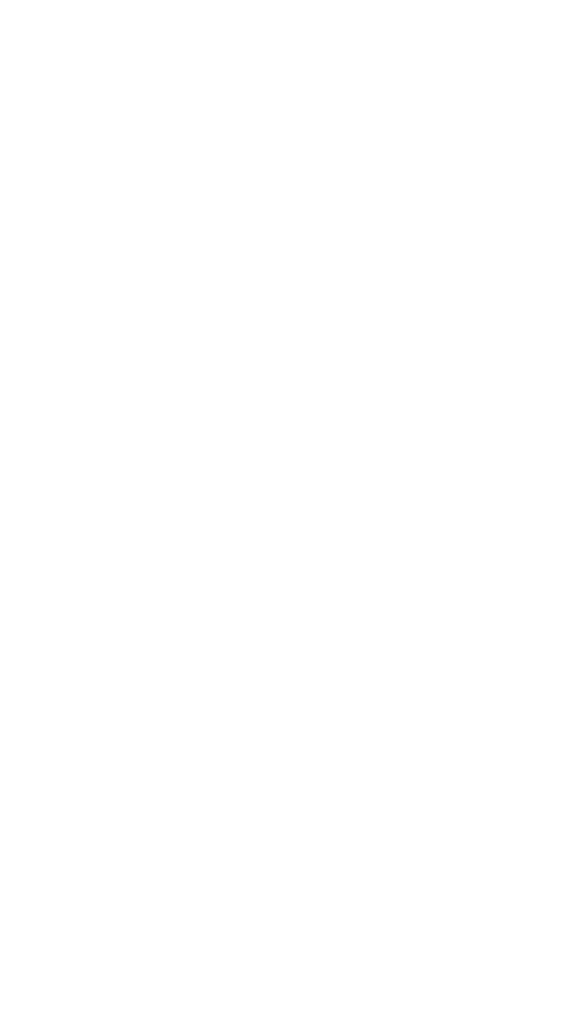
<source format=kicad_pcb>
(kicad_pcb (version 20221018) (generator pcbnew)

  (general
    (thickness 1.6)
  )

  (paper "A4")
  (layers
    (0 "F.Cu" signal)
    (31 "B.Cu" signal)
    (32 "B.Adhes" user "B.Adhesive")
    (33 "F.Adhes" user "F.Adhesive")
    (34 "B.Paste" user)
    (35 "F.Paste" user)
    (36 "B.SilkS" user "B.Silkscreen")
    (37 "F.SilkS" user "F.Silkscreen")
    (38 "B.Mask" user)
    (39 "F.Mask" user)
    (40 "Dwgs.User" user "User.Drawings")
    (41 "Cmts.User" user "User.Comments")
    (42 "Eco1.User" user "User.Eco1")
    (43 "Eco2.User" user "User.Eco2")
    (44 "Edge.Cuts" user)
    (45 "Margin" user)
    (46 "B.CrtYd" user "B.Courtyard")
    (47 "F.CrtYd" user "F.Courtyard")
    (48 "B.Fab" user)
    (49 "F.Fab" user)
    (50 "User.1" user)
    (51 "User.2" user)
    (52 "User.3" user)
    (53 "User.4" user)
    (54 "User.5" user)
    (55 "User.6" user)
    (56 "User.7" user)
    (57 "User.8" user)
    (58 "User.9" user)
  )

  (setup
    (pad_to_mask_clearance 0)
    (pcbplotparams
      (layerselection 0x00010fc_ffffffff)
      (plot_on_all_layers_selection 0x0000000_00000000)
      (disableapertmacros false)
      (usegerberextensions false)
      (usegerberattributes true)
      (usegerberadvancedattributes true)
      (creategerberjobfile true)
      (dashed_line_dash_ratio 12.000000)
      (dashed_line_gap_ratio 3.000000)
      (svgprecision 4)
      (plotframeref false)
      (viasonmask false)
      (mode 1)
      (useauxorigin false)
      (hpglpennumber 1)
      (hpglpenspeed 20)
      (hpglpendiameter 15.000000)
      (dxfpolygonmode true)
      (dxfimperialunits true)
      (dxfusepcbnewfont true)
      (psnegative false)
      (psa4output false)
      (plotreference true)
      (plotvalue true)
      (plotinvisibletext false)
      (sketchpadsonfab false)
      (subtractmaskfromsilk false)
      (outputformat 1)
      (mirror false)
      (drillshape 1)
      (scaleselection 1)
      (outputdirectory "")
    )
  )

  (net 0 "")

  (image (at 73.66 106.68) (layer "F.Cu") (scale 0.979851)
    (data
      iVBORw0KGgoAAAANSUhEUgAAAyAAAAWOCAIAAAAU1NSbAAAAA3NCSVQICAjb4U/gAAAACXBIWXMA
      AAAnAAAAJwEqCZFPAAAgAElEQVR4nOzdW3Bc53Xo+W/f+96NRgMgAALgBQTvFKkLJVGkrYspiZbt
      shxbsiXZkaIql6ospyoulzMpO5k6npk8TCYzVXbZmQenKid5SJzjqbLr0JHPiV2WdbUkmzJFihIp
      iiBxIUCigUajr7t7X+ZhCTswRVKiApOS+P89sAhgo7F7c0t7Ya31rU8pAAAAAAAAAAAAAAAAAAAA
      AAAAAAAAAAAAAAAAAAAAAAAAAAAAAAAAAAAAAAAAAAAAAAAAAAAAAAAAAAAAAAAAAAAAAAAAAAAA
      AAAAAAAAAAAAAAAAAAAAAAAAAAAAAAAAAAAAAAAAAAAAAAAAAAAAAAAAAAAAAAAAAAAAAAAAAAAA
      AAAAAAAAAAAAAAAAAAAAAAAAAAAAAAAAAAAAAAAAAAAAAAAAAAAAAAAAAAAAAAAAAAAAAAAAAAAA
      AAAAAAAAAAAAAAAAAAAAAAAAAAAAAAAAAAAAAAAAAAAAAAAAAAAAAAAAAAAAAAAAAAAAAAAAAAAA
      AAAAAAAAAAAAAAAAAAAAAAAAAAAAAAAAAAAAAAAAAAAAAAAAAAAAAAAAAAAAAAAAAAAAAAAAAAAA
      AAAAAAAAAAAAAAAAAAAAAAAAAAAAAAAAAAAAAAAAAAAAAAAAAAAAAAAAAAAAAAAAAAAAAAAAAAAA
      AAAAAAAAAAAAAAAAAAAAAAAAAAAAAAAAAAAAAAAAAAAAAAAAAAAAAAAAAAAAAAAAAAAAAAAAAAAA
      AAAAAAAAAAAAAAAAAAAAAAAAAAAAAAAAAAAAAAAAAAAAAAAAAAAAAAAAAAAAAAAAAAAAAAAAAAAA
      AAAAAAAAAAAAAAAAAAAAAAAAAAAAAAAAAAAAAAAAAAAAAAAAAAAAAAAAAAAAAAAAAAAAAAAAAAAA
      AAAAAAAAAAAAAAAAAAAAAAAAAAAAAAAAAAAAAAAAAAAAAAAAAAAAAAAAAAAAAAAAAAAAAAAAAAAA
      AAAAAAAAAAAAAAAAAAAAAAAAAAAAAAAAAAAAAAAAAAAAAAAAAAAAAAAAAAAAAAAAAAAAAAAAAAAA
      AAAAAAAAAAAAAAAAAAAAAAAAAAAAAAAAAAAAAAAAAAAAAAAAAAAAAAAAAAAAAAAAAAAAAAAAAAAA
      AAAAAAAAAAAAAAAAAAAAAAAAAAAAAAAAAAAAAAAAAAAAAAAAAAAAAAAAAAAAAAAAAAAAAAAAAAAA
      AAAAAAAAAAAAAAAAAAAAAAAAAAAAAAAAAAAAAAAAAAAAAAAAAAAAAAAAAAAAAAAAAAAAAAAAAAAA
      AAAAAAAAAAAAAAAAAAAAAAAAAAAAAAAAAAAAAAAAAAAAAAAAAAAAAAAAAAAAAAAAAAAAAAAAAAAA
      AAAAAAAAAAAAAAAAAAAAAAAAAAAAAAAAAAAAAAAAAAAAAAAAAAAAAAAAAAAAAAAAAAAAAAAAAAAA
      AAAAAAAAAAAAAAAAAAAAAAAAAAAAAAAAAAAAAAAAAAAAAAAAAAAAAAAAAAAAAAAAAAAAAAAAAAAA
      AAAAAAAAAAAAAAAAAAAAAAAAAAAAAAAAAAAAAAAAAAAAAAAAAAAAAAAAAAAAAAAAAAAAAAAAAAAA
      AAAAAAAAAAAAAAAAAAAAAAAAAAAAAAAAAAAAAAAAAAAAAAAAAAAAAAAAAAAAAAAAAAAAAAAAAAAA
      AAAAAAAAAAAAAAAAAAAAAAAAAAAAAAAAAAAAAAAAAAAAAAAAAAAAAAAAAAAAAAAAAAAAAAAAAAAA
      AAAAAAAAAAAAAAAAAAAAAAAAAAAAAAAAAAAAAAAAAAAAAAAAAAAAAAAAAAAAAAAAAAAAAAAAAAAA
      AAAAAAAAAAAAAAAAAAAAAAAAAAAAAAAAAAAAAAAAAAAAAAAAAAAAAAAAAAAAAAAAAAAAAAAAAAAA
      AAAAAAAAAAAAAAAAAAAAAAAAAAAAAAAAAAAAAAAAAAAAAAAAAAAAAAAAAAAAAAAAAAAAAAAAAAAA
      AAAAAAAAAAAAAAAAAAAAAAAAAAAAAAAAAAAAAAAAAAAAAAAAAAAAAAAAAAAAAAAAAAAAAAAAAAAA
      AAAAAAAAAAAAAAAAAAAAAAAAAAAAAAAAAAAAAAAAAAAAAAAAAAAAAAAAAAAAAAAAAAAAAAAAAAAA
      AAAAAAAAAAAAAAAAAAAAAAAAAAAAAAAAAAAAAAAAAAAAAAAAAAAAAAAAAAAAAAAAAAAAAAAAAAAA
      AAAAAAAAAAAAAAAAAAAAAAAAAAAAAAAAAAAAAAAAAAAAAAAAAAAAAAAAAAAAAAAAAAAAAAAAAAAA
      AAAAAAAAAAAAAAAAAAAAAAAAAAAAAAAAAAAAAAAAAAAAAAAAAAAAAAAAAAAAAAAAAAAAAAAAAAAA
      AAAAAAAAAAAAAAAAAAAAAAAAAAAAAAAAAAAAAAAAAAAAAAAAAAAAAAAAAAAAAAAAAAAAAAAAAAAA
      AAAAAAAAAAAAAAAAAAAAAAAAAAAAAAAAAAAAAAAAAAAAAAAAAAAAAAAAAAAAAAAAAAAAAAAAAAAA
      AAAAAAAAAAAAAAAAAAAAAAAAAAAAAAAAAAAAAAAAAAAAAAAAAAAAAAAAAAAAAAAAAAAAAAAAAAAA
      AAAAAAAAAAAAAAAAAAAAAAAAAAAAAAAAAAAAAAAAAAAAAAAAAAAAAAAAAAAAAAAAAAAAAAAAAAAA
      AAAAAADwfmJZlvxF13VN05Z+yTRNXdeVUqlUqrOzU76qaZpt2/J5Xdcdx1n6LbquG4YhR8oxEU3T
      znl94OpkXOkTAABcDmEYKqVM0wzDUP4ukdDSD8MwbLVacrzv+6ZpBkEgB0hkJkcu/S75UvT56GWB
      qxwBFgB8+EkApOu6rutBECilDMOIPh8d43leGIYSISWTyZ6enng83mg0giCQlJV871JRNmvpSwEw
      r/QJAAD+sCTDFIZhlI7SNE3Xdc/zomNM0/R9X+KnKNdlGIZpvvWY8H3/nNSUpmmmaVqWJd8lLx59
      Sf1+9AZcbUjkAsCHXBQYSVwlXVOe50UxViKR0HW90Wj4vr/0G6VEKPGTdHFJikst9lpZlmVZlud5
      vu9HX1IEWAAlQgC4SkhGyrbtdDptWVaj0UilUq7rGoaRzWaDIIi6ryJSGZQ8luM4S9uwwiWCRVfi
      bQHvU5QIAeCqEASB7/u2bWezWU3TWq1WLpdbWFgwTdO27VqtFgSBaZqS05LKoGVZ8Xjc9/1ms+l5
      3tsbrYIgkOOXRlf0YwGKAAsAPvSkn13Kf+12OxaLSet6KpVSi13q7XZbLZb2pOonPe+S2Yq6snzf
      f3vwdE50dbneFgAAwB+edgFLj0kmkxJXjYyMyHQr+VNarEzT1DRt5cqVSinDMPbt23frrbfKN9q2
      LT9CioZSLoyaut7+SdM0+/v7E4mEfLsEecDVQ3/nQwAAH3BLw6MgCDKZTDqdjsfjarEa2G63o8TV
      5OSkUqqjoyOdTicSCQnIpEMrDEPf92W94dKVidGHSxuzGo1G1Nd1Tv878KHHrxQA8CFxodhFkky+
      70tiKQiCTZs25fP5V199tVAo3HzzzTMzM67rOo7jeZ5MIlVK1ev1arU6OjpaLpdN05Qe+Wi+6EV+
      XCQIAqk8LiUv8p9+r8D7HRksAPiQMwyj1WrZtq1pWrVabTQatm2fOHFCKfXZz372xhtvlMOiQQxR
      Oa9UKlWrVXkFWYEYjcWKyoLR1jpvr0i6rhsdHH2S6ApXCQIsYBm8m94X4EqR9vYdO3YMDw/btm1Z
      lmEYb775ZiKRuP3222u1WrlcTqVSK1asyGQySinLsqSbSnYhlOHvS6eSvt3SfqylN78UJZdugMg0
      B1wlWEUIAB9yEtN8+tOffv7558vlsu/71WpVuqmOHz/+9NNPK6Xy+XyUWzJNs9lshmE4Pz8fvYJl
      Wa1WKwqzoqar6KdEcVU0piEKuchaAQDeCzJYeD+40H2o63pnZ+fzzz9/9913a5pm23YulzMMI5PJ
      3HDDDXKjxuNxWU4oDMNwFknp8B1/tMwjjYqGYmlOa2keC/jQI4MFLIMLPTb4xR3vB2EY5nK5oaGh
      ubm5MAwdx0mn07fccksul3vppZfCMEyn05VKxXEc27Zl3Z8ERo1GQy22W8nCQImT1OIkd6WUpmlL
      tzg8J60VFQSjXzn4jwIA8G4tbUCRhVrSJnyhjAIZL/zhRDeSZKQkHhoaGvqTP/mTXC6nlPqrv/qr
      n//850eOHDk9PfXf/r8fPfDQg7FEXGnKcuxUJq00ZdqW0pRhmbpp6KahNPXWJwG8a4xpAJbN0glA
      YRhGy92By0PyTNLzZJqmjEjo6+vbuHHjxMTEoUOHKpXKtm3b7rrrLk3TFhYW8p35WCzW29vb29tb
      LpfPTE+3Wi3bcdqtlmlZsVis5bphGOqGoem6f9EmdwDnIMACloGsV7csKxaLScMKoRUuv2gbZmm0
      8jzPcZybbropmUwePny43W739PQ88sgju3fvTiaTlmVZth2LxQqFwvr161Op1JHXXqtWKolkUtM0
      y7La7bbjOF67HYahZduGafqef6XfIvCBQYAFLBvP89rtdrvdlr4Tec5d6ZPCVcowDN/30+n0jh07
      RkdHp6amBgYGHnvssRtuuEGyVh0dHbF4LAzDWq02ODi4YcMG3/fffPPN2WLR97x2u23b9ic/+clM
      JjMxMSHT26/0ewI+SJiDBSwDiaUsy5K1VDJnSDYnAS4bWccnYb3EQ5VK5fjx41NTU0qp22677XOf
      +5zneS+//HK9Xvd9v91uh2FYLpdbrdbgwODDDz/8+c9/Xl7Kdpzu7u7h4eHOzk7Ltk3LMt/FWkIA
      ETJYwPKwLCtaP+X7fhiGiUQi2ogNuAzk9pPNcNRiU2CpVJqbm1NK3X777Xv37j158uT8/PzIyIhS
      qt6o27ZdKpVqtVq9Xo/FYn19fcXZ2VOnTu3bt8913TNnzjz//PPNRkNpGj1YwCUhgwUsA4mlPM/L
      ZrOrVq1KJBJqcXNc4HIKgkCiqyAIZClrrVZTSg0ODm7dulUpVSgUduzYkcvlGo1GMplMJBLxeHx6
      evrHP/7xU0891dXVtXv3brfZ3LRpU6lUevqpp2rVqqbrjuMo6t3ApSCDBSwDWa61devWr33ta1/+
      8pcLhcLx48fL5TI9WLicHMfxfT8apB7NDTEM45FHHnnkkUdSqVS73e7r63Nd99VXX+0sFDzPk/TV
      gQMHWq3Wtm3b5ufn161b9+d//uc///nPR0dHnVjMsqxGva4bRhiwdAMA8AcgbVXRlreO42iGrjSl
      m8aKvt6//X/+71J5vuY2G+3WL59+6vaP3aE0pZRKp9NyfCwWk9eJZlu/PQLTdd2yrKiTRl14iilw
      DrkblaZkrlUilVS6Jp/5yK0ffXP0xImTo88+/1y5svB//l9/o3TtpZcPzJbnjxw7Onlmujg3+z9/
      /u//8I//9eTYqbn50rf/9//tuuuuU4tTRhX3IXCJyGABl0Aah6UKszhnKOxfufIv//Iv77333rvv
      vrujo+PM2bOtVqu3t/e6a689fvz4ydGTrVYrCIJ4PN5qtcIwlMfVhYRLXK63hQ+NUJeR62EYhqEk
      VrO53LZt2x555JHOzk7XdXt7e5955pmf/OQna9eu3bR5s2VZzWbT9/3izExXV9fw8HAYht/97nf/
      6Z/+6ejrr8vqDcMw2KEZuFQEWMClSaVS0lyVyWSazWZnV+HRRx999NFHN27cmEgkZmdn58vldrsd
      i8X6+/pGRkaajcaJEyc8z5MVXp7nMYAU/0kX2gnAME1N08IgCMNQ0/Xu7u5areY2m3/7t3977733
      Hj58uFgsrlmzZnR01DCMz3zmM8lUKpFI2LZtGMZvf/ObeDy+YcMG13V/9KMfPfPMM2pxJxwpO17p
      Nw18wBBgAZfGMAzP8zRNkyXua9auue+++zZu3Nhut+fn59vtdiqddhynXq9XFha2bdvWu2KF53ky
      5jEIgkQi0Ww2L/S4khnc0YfR/rgEZFjqQvePZdvtxaUVnZ2d99xzTyKRmBgf//jHP55KpWq1mmEY
      ruumUqkdO3YYhrFuZMSyLJlHevB3v2s2m8lkUtf1Uqn0u9/9LplIyp2sFova3IfAu0eABVwaz/OU
      UqlUSh5Uf/TZP9q+fXs2m3VdV9d1x3E0XVfyQFKq2WwODgzmcrmJiYnR0dEwDJPJ5EUCLODduND9
      I5XBeCLhtduGYXzlK1+56aabbMfp7Oy0LGvNmjW+7x84cEDTtO7u7snJyXQmo5QqlUrxeNwyzXXr
      1pmm2d3dPT8//+Mf/3i+NN9ut6Usbpomg0aBS2Je6RMAPkhkOrZaXDa4c+fO++67b+XKla7r+r5v
      WVYQBLVG461IS9PK5XIuk73xxhsff/xx27Z/8YtfzM/PR2OK3k4yBLKjXDTK6DK+P3ywBb6vlHIc
      p1Gve57X2dm5bt261atXO45TLpfHxsaKxWI8Ho/H4+VyecWKFQsLC319fclkcnZ2dn5+3rbt5557
      rqenZ8+ePY7jyE2ulJIJulf0nQEfPMzBAi6BTGlXSrmuq5Qql8vz8/MLCwtBEMigUdm+LRaLhWHo
      +75t2zMzM77vf/SjH73nnnsKhYJazIFdiGxo6DiOrr/1nyfPNpwjvACllGGaUtTbt29fT0/P2NjY
      4OBgIpGoVqtvvvmmYRjXXnvt4OCgruvxeLxQKMh80Vwul0wmc7lcEATd3d22bTuOYxhGPB53HCcM
      w1arFd2QAN4NSoTAJZA0le/7HR0dvu9XKpXevt5MJhOPx5PJpO/7rutatq1pmud58VjMtu3SXMnz
      vJ6enkajceTIkWKxKK3u5319TdMkPpMslzQXXyTjBfweXdM0zWu3+1eu/Pa3v71z584nnniis7PT
      tm3LsrLZ7MDAgOd5Z86ckbAp19Hxs5/97MyZM/l8XoXh2rVr5+fn9+3b97Of/ewf/uEfHNvu6urS
      db1arSql6MECLgkBFnBpJFXQarV832+1WkOrhr70pS9J+kq2IGy120EQ6LquNM3zfcuxLccuVxZW
      r159x8fu+K//+I/VWk3TtSAIYk5MVheGYWiapm3bsl10o9GQlfPyE4mucBHREkJZISEL/77+9a9/
      +tOf/sUvfjEwMNDd3a2UeuaZZ0zTvOaaa77zne/k8/n169e//PLLsuLVNM3p6ekwCHzfn5iYkD73
      /fv3L5TLYRguLCy89cpheKHVi+cszhDn/SRw9aAHC7g05xTsKpXK+Ph4d3d3s9k0DMNxnEQioWla
      EAStVqvRaKTTafmwUqnkcrkbbrjhiX/7N6VULB7v6eo+deqUBFKe5128dAi8K2H4lccf/+pXvxqG
      oWRDn3322RMnTmzfvj2fz584cWJoaCiVSo2Pj584ceKBXbtc100mk5VKpVwqdXd333DDDf39/a1W
      K5vNFs/OKKXCMHzH4mD0H4UcKb8SUNrGVY6aOnBp5LERBIEU72Reg7SqyAR213UrlYoMF5XnTalU
      0jRNulhuvPFGpZRuGPF4XHqHZQH80tHtwHuj6Xo6k9m0aVOxWBwbGxsYGOjr64vFYp/73Od27tzZ
      09OTz+e3bNkyNzdnmuZNN93k+36tVhsbG1NK5fP5+fn5SqVy9uzZYrHYbDaVUu0oHbsYPJ3XeTNV
      pK9wlSPAAi5N9Nu5SCQSPT09pVKp2Wy6rhuGofS76Lrebrd1XZ+bm3vttdeazaaEUPv27XvgwQcd
      xynNzY2NjUnZJQxDma11pd8cPtjCIHj44YcHBwefffZZz/NSqdTJkyer1eozzzzjuq5pms1mc+vW
      revXr08kEuPj46Ojo47jyL23cuXKZDLZ19c3vHb4yJEjpVJJKWWapuxmqC5aqo6+tHQHAkrbuMoR
      YAGXRh4b0njearVqtZrsnjswMGCaZqVSkaYWaVRPJBKJREJmLmiaVqvVrrnmmq9//eu5XE4pJRPh
      ow0KeSDhP2lwaOiOO+7YuHFjKpUKgqDZbBYKhaGhIcdxurq6Tpw48dRTT2ma1tXVpZSStYS9vb2d
      nZ31er1SqVQqlSNHjnznu9+ZmppSSsndq+v6O96ZS0uErH4FBE3uwHth27b0TumGPjAwcPTo0Z6e
      HsdxWq2WHwSu6xqGIUOzuru7Y7FYNptVYShDsDKZzD//8z8Xi0XHcUzTlPVcMlD7Sr8tfPAs3RT8
      4UceSSQS3d3d7Xb70KFD7XZ7+/bt1Wp1aGioWCxOTU1df/31q1etnpubKxaL6XQ639kZJVAXyuVa
      rZZKpcbGxkZHRw8ePGhbtmEY1WpV8lIXKRFKmVs2g5K/K5rccdUjwAIuTfQ8k9nWbss1TfMHP/jB
      1q1b+/r6bNtOJJPBokqlYlmWJLF0TQuCoN1u27b97LPPHjt2zPd827Z1Xa/X6+zujPdmaYDVv3Ll
      gQMHent7E4mE67p9fX1dXV2lUsl13VdeeaXVaq1cufLgKwdTqVQ6nW61Wtlcrt1uJxKJubm5o6+/
      Pjc3t3Pnzt27d//gBz84dvRotGBWQqWLB0xS7I6KiXIktzSuZqwiBC6BPEJ83/c8L5lMtlot13Xf
      eOONffv27dmzJ5vNnjp1Kp5MGoYhW+R2dnZWq1XTNGu1WiqRkI2ik8nk3r17n3rqqYX5ckdHh2ma
      1WpVXvZKvz98sJVKpXw+39/fn0qlNmzYkMlkJicn8/l8KpWS2ywWi83Pz69Zs8Z13Z6ensmpqXg8
      Lgs1RkZG5O8nT56UUaUSMymlZPbbRbZ8lhpidIDcyURXuMqRwQIugdRTpL293W5rmuYH/tTUVLvd
      Pn78+PDwcLlcTiSTUnORbzEMI5lMKqWajYZMaVdKjYyMPPHEE9NT061Wa25uTlrjKRG+G4bxH//X
      Wpq8uZDo4Gheq+xodJlPOyJLR6PYRf1+KU2WR8jpyYC0C72OaZrRV6VR/aabbvr8F75w+vTpQqHQ
      3d3ted7s7Gy5XD5y5Mj4+Hh/f//AwEAsFpNZo1KS1g0jlUpZltVsNgudnaZpKqWSyeT3v//9ZrN5
      /XXXFwqFiYmJaFqbWvwdQy2Jn5aepyRu/xDXDfjAIYMFLIOOjo41a9bEYjGpBmqaFo/HZVGhzGuo
      VCpt19V1vdFoyNrDwcHB3x14WTaMcxynWq3KwnhcXJTni5706sLrA5bGMWEYSldctMXe5SexVPQW
      JDSJAizZakk6mS4eqUgcJnGSWrwmvb29O3bsaLfbvb29vu+/9NJL6XS6UCj09vYeOnTolltuUUqN
      j4/n8/lYLFav1z3P279/v1LqYx/7WDKZlFG3cpVs23Zdd2xsTF556U9Ri1c1Okkyr8B5sYoQWAar
      Vq2yLOvo0aP5fL7Vao2Ojs7Ozuq6LrVCXddt204mkzKDVEKuHTt2yINQ07RUKiXR1TumYa5yS9NX
      Eqn4vv+OKRNJ9sjBS1/hiojOVprBgyDwPE/uENu2pbLseV7UxnRe7XZbdsPUNE22rSwUCrfccsv8
      /Pytt956/fXXb9myJZlMnj179tixY8PDw3fffbdSamJiolQqHT169KWXXqpUKmvXrm2320ePHp2Z
      manX67OzszJYRCnVbDa9dnt6enp6elotybFJ7k2CKlkYexmuGPABRYkQuATneaJoSinV29vred7Z
      s2d37tzZdN0wDFeuXJnP54vFYhAEMlPUse1EIqGUCsMwHo/HYrGTo6PHjx9vtVq2bc/Pz1+8JAS1
      pMx3Tpx0oSe91OMkjnnHgy+Dpf++hmFEReEo/otCGZl3cJH7Qd6FLEE1TXPdunWPPfbY8Lp16XT6
      Rz/60dmzZwuFQiqV+vWvfy3heywWk4m4q1at6u7utiyr0Whs3rIlkUgMDAxYluV7ngwWmZub+973
      vtdoNCSWkh+39Nyic5Z0l2EYlAWBtyODBSyD2dlZx3HWrFmzomfFihUrurq6RkdHv/e97y0sLNTr
      9Xa73Wq16vW61GUks7Vt27Y77rhDWq8WFhaUUo7jXOn38X4n1SipT0kpTapXF6JpmmzvqJSSbOK7
      2fjlDyrKSkZBSSKRkMFU6veDv4sk2+QWkvWn9XrdcZyBgYFMJpNKpY4dO/Zv//Zvzz//fLVaveaa
      a2666aZ6vb5u3bpMJjM2NnbixAmllO/75XLZcZxkMrl169ZYLJZMJguFglLKtu2pqSnXdZWmRSlY
      uexyPoZhxGIxSbYphrcBF0YGC7gEF8pgTU9PNxqNkZGRdSPrGs1mGIa1Wu306dNr1qyRMQ3tdru1
      OBzLcZxms5nL5SzTeuWVVyYnJ6WXRTqELv+b+sCR6CQqDi5ttDqH7/vpdFotJmAk13IF04QSWi0d
      YRCPxwuFwsjISLValf48OXJpq9bbRaNr5UXuvPPOj3/845s2bWo0m4ZhrF+/fv369ceOHXMcZ/Pm
      zfItp06dSiQSN9xwg4RQuq6bpnl6akoWw1qWFY/FGo1GKpV6/fXXf/rTn7bbbd/zonNWi5c9Ho8n
      k0np1pIMHDEWcF40uQPLIPD9V199tdVqvfLKK4ZlFQqF4eHhjRs3njp1yrIs27aDIFBBIL3Juq7L
      CPhVq1Zt3rz5hRdekAcVTe7vUpT+kc2My+XyhY7ctGnTvn37KpXK/v37T58+fRnP8YKicETCI2m6
      P3v2rGQxo2lShmHIoP/zku+Nx+P1er1QKDzwwAN79+6tVCql+VImkxkcHCyXy/l8vlarJRKJzs5O
      XddlCoPrulNTU47jZLPZkydPrhkelh8n2xJomtZsNuv1etS6Hk0PiaJ/meWmmMIAvBMCLGAZOLHY
      yMjIo48+Go/HZ0slyVEVi8WFhQWpv6jFElWr1Wo2mzLzvbMj39fXpxZblQmw3pE81GXEq1JKdi9e
      WFgYHR097/Ff/OIXv/GNb5w9e3Zubm7//v1RrfBKZQqjoERCKKkdF4vFYrEoQbZpmu8mfJHDWq2W
      HLZ69epcLverX/0q25HL5/OnTp1qNpv79u0bHR19+eWXfd8fHh52HOeJJ54oFou33367UurYsWN9
      fX2GYTLPINUAACAASURBVMjvAL7vJ2KxVCol/fXValWFoWRbZSZWlPlzXVf66+VDqVRewYWZwPsW
      a0CAS/D2UlQonwjDFb29TzzxxNzc3AsvvfS1r31tYmLCdd1UJh2God/25FlomqaMGjJ1vVar9ff3
      Hzly5JFHHnntyJFcNjc/P3+hUtfVmS2IxWLRVIVYLGZZVqVaUbo+vG7dpz71qVtuvnl4eFgGNR04
      cOC//Jf/Mn16anBw8MyZM67rplKparUqPeBSUFvasu04jkQJtm1LokiyOBJ7RRGYdB0tbzSmaZoM
      Qchms+VyOTqBSxWLxSQi/4u/+ItvfOMbExMT1Wo1l+/49a9/ffTo0dtuu627uzufzx8+fLhSqdi2
      PTw83Gq1SqVSb29vV1eXBFLNVisej7fbbd/3447TarVisdhPfvKTxx57TCmlveubLgq2ll5k4CpH
      BgtYBrbj7NmzJx6Pz87Ozs/Pv/nmmzLGfX6h7DiObVky3FJKQp7nBbouD/5CobB169bXjhxZWFiI
      EjMQUUrPNM1ms9lsNs2Y87Wvfe2BBx4YGhoKfb/dbjuOMzg4mE6nb7311h/9638rFovysJeoRa55
      JHpl13WXluGkN67VakloFdXFJPpZxoyXZVkyYaGjo+Pmm28+fvz4+Pj4e3gdSRpJ4S+bze7fv396
      enrHjh1K1zo7Oz/zmc90dXW1Wi1pn8/n8+12O5PJaJoms0IajYZsMGDa9szMjOM4mqbNFYvpdLq7
      u7vRaLyHU5Kq5dX5mwBwXqwiBJZBy3W3b98ej8eHhoY+9rGP9fX1pVIp13UlX9VutxuNRr1ebzab
      0aNa13XXdTs7O/fs2ZPv7AyCQIa8Qym19FLEYjEpn/X09PzN3/zN17/+9S2bt9Tr9VKptLCwUCwW
      XdfdsH7DXXfd1d/fL/Usy7IkcpJG+CjMWvojZPq5UkpmUMnx8me0OLHRaMj0hOV6X+12u6OjQynV
      bDaPHz8+NTXVaDTew6pGKeoFQVAoFDo6OtrtdjableELmUxmzZo1lUpFKVWr1SzLWr9+fS6Xk8WA
      YRhWKpXp6Wlp+SqVSnJZzpw5c/r0aSlVnz179lLPJ1pRGI3LWjoGFrg6kcECloFpWSMjI81mMx6P
      27FYtVrVNK1arSbTKekXls1wZCZkEAS6Uo1Go1wu9/T0XHfddcPDwy8WZ6mtRKLcVVQI27Bhw+OP
      P/7Qw39smubrR18vlUo9XV2WZdVqNcMwPN/bvHnz2rVrT506pRYTRfLneV9f8lUysiGTyczPz8t3
      9fT0TExMNBoNKQ7KLFDZSWZ531oikSiVSnJ67+Hf3XVdOTGJRLds2dLT02MYxvjkhAxQkN0Cfv3r
      X8/OzrquKw3syWQynU7L8KogCBKJxGyplM1mPc8LwzCfz0u5MJfLXer5nDNpTF3RYWPA+wS/YQDL
      oLe3V5a7m6ZZLBaPHz+u63oqlWq320EQ6Loei8Wksf306dOvvvqqNLw3Go1Wq7V69eodO3YopST7
      AmHbdhTZDA4Ofv7zn3/44Yer1eobb7whS+ckBWVZVi6Xm5ycXLly5TXXXKOU8jxPck4XyQhGealU
      KiXJno6Ojvvuu+/BBx+UZQdLN+FZxujKtm1JWX3pS1/auHGjJDjf23B50zQ3bty4fv36Wq0mU2oX
      FhYmJydnZmZmZ2dzuZyUEbdu3bpq1apcLicbOdfr9UqlIuG+Umr16tWO45im2dfX19vb67puo9GQ
      gViX5Jzo6u01WeAqRIAFLI+TJ09Kz7JEVPI8kxSIUkqatev1+vz8fLFYlFKUxFiZTGb37t1r1qy5
      0u/gfUTapSXBs3fv3m9/+9v3339/o9GQmmBU6pKd+6SrqaenZ+vWrZlM5t3vjmdZ1sLCgnTLPfbY
      Y3/6p3966NAh2RxGQp8wDKW5frnelxQlC4XCxo0b5fzVe1rBoGlau91Op9Nr1661LGtiYmJsbEzT
      tG3btmWz2WazaRjGyZMnY7HYypUrx8bGou2ZXdetVCqS0Gq32wsLC81mUxoE5+fnTdPMZXPS/n+p
      dF23LEuu23t7U8CHDCVCYBlomjY1NbV+/fpms1mpVOLxeLPZrNVqsUQ8DEO1uKlINptNJBJ9fX2u
      68oA0lqtlslkbrzxxo9+9KMyZRtKqWQyKRMuPvGJT3z5y1/etWtXq9WamJgwHDvats9OJKSAWKvV
      NE3TlFYoFNLptCwX8DyvXq9HozjPIVGvhB3xePyrX/3q3r17X3zxxX//938PgkCmaCqlwjB8bz1S
      FyIF4rNnz05NTU1NTcmoKmmHuiSyFHHz5s1DQ0MyDMw0zVgsZlimYRiyy3ij0eju7p6cnDx06NDQ
      0FBnZ6e0BkYZLN/3X/7NbwYGBjRNq1Qqoe+bpun53ns4H6WUbBEtiato4D5hFq5mBFjAMpiYmGg2
      m8PDw93d3TOzs9LpItvg6LquKSWLB2VoUCwW89ttGdlQLpfr9fqqVauuueaadDpdrVav9Ft5X5Bn
      /O7du7/5zW9u3769VCqdOXOms7Mz0DXpmvJ9v1GrNZvNMAyz2WyxWGw0G2ox8xSLxWRy5tLY6Jx9
      9KRKq5TatWvXo48+eurUqa9+9atKKcdxpCwoEcPS6er/eUEQWJbV2dk5PDxs2/b09LQkky41EAmC
      YM+ePffff7/sF97V1TU7O1upVHp6V/T09MgIBtk/5+zZsx/96EflLbiuWywWJycnNU3r7e3N5XLp
      dFqKiZlMJhmPj4+PHzlyRHJ4l8owDMmEydAHRRsWrnpslQNcggttlRMGweTk5K5du4aGhmbn5rq7
      u9PpdKVS0TU98H2ZgGVZVtSb4gdBEIZtz+ssFOZKJcu2V61Z8+KLL5w8edLQDRnIJPHZ5X+Pl5M8
      kh3HkUeyaZqWY/uBr5TaedON/8tf/EXTdV87dvTZ55/bfu21lVq1Wq8df/NNJUPMGw3TshLJZNvz
      LNN0HEdp2rPPPTc2dsoL/MAPEolENGIq2ogw+tHpdLpWq11//fU//OEPf/nLXz744IOu68Zisdde
      e+0LX/jCv/zLv8iShWiY57KQQe2pVOqXv/zlzMyMNO1drMld15RSSlOWYweBr7TFz+javZ/5jGVb
      Z2dm+leu9IPg2BvHJiYnpEJtWZbjOPl8vtlsmqYplUEZIloqleLx+ODgoG3bZ86cGRwaSqfTb7Wj
      JZNnz56dnZ2t1Wq/+tWvVBiqxfcd7ZYTLRKMron8LOl7k2562cOH9BVAgAVcggsFWKZllebmsrnc
      tddem0gm5+bmGo1GNpuVZ6emadEDXh6x8mG73ZYBAdJUNDkx8fxzz4XBW8Upz/Pe4en7wSfvTsIC
      GUYlDUB7PvKRv/7rv+7v73/yySdfePHFY8eOjYyMjIyMBGFg23ZHrsOyLNnyudlsuq6rKWWa5szM
      zBNPPDExPm6Yptf2pENr6cZ/0hInwwhkG5mdO3cGQfD9739/dHRU/l1WrFgxPj7+xhtvlMtlia4k
      ClyW9ysjtSQWkTUN7xCIyP32tjV6hml+/vOf37p1q+/7MpOi2Wz29vYWCgXbtmWOlyyhMAxDdshJ
      JBLRdY7H46ZpapoWhGG9Xk+n0/V6/ejrrw8PD++6edcLL7xw4MABwzQlwDpna+q3B08MFwXOixIh
      sAy8dlspdebMmWKx2NHZOTMzE4vFYrFY9Kv/OaR0Jb/3W5ZVr9eTyeTHP/7xn/70pxNj42EY1uv1
      qFHmw50JkD2C5M02m02lqYHBwW3btm3btq0j11Eul4/9/d/39vb29fWNj4878ZikuxYWFuTa+r5v
      mmYYBEqpTCazbt26gwcPyro/Caek7UkpJUMZ5EM5wPO8559//oUXXhgbG1NKbdu27eDBg9/61rd0
      XV+6cnAZe7AkwLqESZ5hqEl/ukTqui7v4v7777/lllts237xxReLxeK6devy+bzMwarX667ryjz6
      WCxm23YsFjtx4oQsa5WrJ6FkKpUqzs1VKpVkMmma5uuvv24YxtDg0IkTJ5rNZrvdbi/m/6J7eOnG
      z3JbypgxqoHA27GKEFgee++884EHHujs7AzDMJ1Od3V1RVMuo1mXSil5xsu4cKWU7/sShxmGcf31
      1+/Zs8f3/VqtJr1EjUbjwx1dCXmPslgvmUrdd9993/3Od4vF4osvvShrAz/5yU8WCoXTp0/LMbZt
      Z7PZZDIpoxwMw5DLNTg4eO+99951112y+WMikfA8T66t/CB/kWEY8g8k6++UUt3d3YODgyMjI7Lh
      sVJKMmSWZb23VXXnFdV8Jfi7pAENhow/DcNYLHb99dcHQSATGWRGg2mac3NztVqtWCzOzMyUSiXp
      7qrX68ViUUbdSkVSWtFl9lU8Hi8UCrVaLR6Pb9++PZFIyKWo12rtJRv4RLdutOnQcl0Q4EOMEiFw
      CS5SIrzzzjvvv//+VCpVrdWq1Wo2m9V1XXJUUVeKvIJ8Xuo1US98EAQduZyu6//zf/wPGcAttR7J
      WHyIH2nRSAXJ1XX3dD/00ENr1qx55plnarXaqlWrKtWq67oTExO33Xbbr5566tVXX9U1LZfLyUWT
      mZm2ZVWr1UwmMzAwkEqlxsfHT508KfmtKI5ZWiuMx+Oy0jMMw1wu5/t+pVJpNBqjo6PyLZKhWfbc
      TBSpLB1ncNES4VsHKaUsy5KoaEVv7549e6rVajwe7+3tHRwc7O7ulgJrMpmULQF0XZfVhY1Gw/M8
      mYNlmqYEdlEvoGlZ2Wz25MmTQRCsWb06lUql0+k33njjp/v3m5aViCeiLZ7U26qZS7OzZLCAtyPA
      Ai7BhQKswPeDMNyxY0c8Hq/V65OTk2EYplKpaJOWaCCWWnxQSSpLHplhGDabTRWG69ate/Xw4Vdf
      fVXXddneRJZlXd53efksbTKTzN/H77nns5/9rG3b9Xo9n8+Pj4//5re/nZmZee211/L5/PC64Var
      1dPdXSgUJHSQXiJNqZmZmXa7nc/nV6xY4fv+saPHisVitEXMOT/Udd1qtSrTzCuVipyDLF2UYU5R
      bVF65pb3XcspRYFL1Ch2niON/ygyaLrue57StNtvv/3BBx8sFotKqUKhkMlklFK6rg8NDcmIis7O
      TjlnWVeRzWbj8bhSqtVqyb0k+zAahuH5fqvVqlariUTC0PXTp0+3Wq1jx4498cQTlm3blqWUkkBW
      XSDAIrQCLoQAC7gEFwqwlFKtVuvTn/50d3e30jTf95PJZCaTiR5IUR9PlMNotVqSxJLxDb7vqzBM
      pVKJeOLgwYOyH1yj0fgQR1dKKck/SWOQ4zhf/OIXv/L4V7Zt3bawsHDy5MlGo9FoNK697rrbb799
      fHz87//+77/wwAONRsO2rCAIpJPJNM14PF5ZWJBgwnXdfD7f09MzPTV14MCBG264QUquMi8juvhR
      VCdpM8dxEomEfF5qiH+g1qKlPWFLP3mhAEs39DAIpNVd0/UwCIZWrXr88cc3b95cqVTq9Xq5XJZb
      SJKmhw4dajabiUSiXq/LGLBWqxWPxyUYlUBTJoK+dRqaFoZhR0eHpmlnz5wJw7Cnp+f48eP79+/3
      ZbLI4nepJYm36GyXrttY3gsFfAjQgwUsj1QqNTIykkwmNU0bHBzs7e2VjVxM04xGLkX9WNLoI10+
      sk4tHo/btl0sFu+8886bbrpJKSWrCw3DcBznSr+5PxTpSYre4IYNG1auXHno8KE333wzHo9nMplE
      IrFixQql1O7du7/1rW+1Wq1MJpNKpSzLkjasdrvdarUajUZfX180Dmp4ePj666/v6uravHlzT0+P
      XOQoLPA8TzaFjH50EASVSqXZbEroE232rJa1w/0cMhRNXXQvQvmSHCa30NDQ0N69e59++ulEIjEy
      MlIoFLq6ujo7O+v1+tjYWKlUkgHxMolU9iX0PE/2LozH44lEQgqIsq+A53mxWMz3/WeeeeaFF17o
      7Ozs6ek5deqUtfiNkmGVbKvcqEv7xt6hvglc3chgAZfgIj1Y+Xx+9+7dYRi2Pa9Wq8ljqVIuh0Fg
      maah65pSuqYZui5/ty3L97wwCEzDUGGoKRWGYdv3Q01rttwXXnqpslA2TPOtXfN0TWma9h9lmf+g
      FsdAXOwkr7TznLf0Oamw0N1VKpWUpv6Pv/7rP3n0T2ZnZ9PptKZpfX19R44cOXjw4I7t21UY9q5Y
      0ZHLqSCsVSpzs7OpZFLXtGqlkojHdU1LJpP1el12KJLMTV9/39rhtf/v3/3d66+/LlnAWCwW9ZhH
      NS/pgo+a5N4qnHleEASSrZE2r+UdhRX95Z1fNlS2bXttL5/P16o1y7J279n9q1/9av/+/bt27SoU
      CgcOHDgzMxNPJCzbdmIxFYarVq1KJBLNZrNUKsm6QiF3iKSl5IKYpmlaVrPZ1HW9Wq06tm3b9sDA
      wNGjR/f/9/+ulqSpoj9HRkakX179fuJNfotY2uCl3pf3IXA5EWABl+AiPVhKqeHh4WuuuSaZSj35
      5JOWZQ0NDbVcVya2Rz1Y2uIGhUJyA9HLer4vDctHjhx58/hxKcoEvv9Wkeht5xP+/lPwgid5pV3o
      lGLx+EK5rJS66+67v/SlL3V0dBSLxY6ODol4BgYGTNNcvXq153lHjhw5fPhwLpebnZ1NJpPJZFKy
      L0qp+fl5mWchY0UlMEqn09dcc83kxORvf/tbaYaTiRhvjXW4QGQjfVHy76UWY4grOORJbhKpojab
      zc2bN3/mj/5o06ZNu3bt2rJlSywW6+7uzuZyyWSyv79fKWUahlJKUlNhGGYyGdk2Z2mQpBZvQl3X
      laaZpplKpRKJxNDgoKwi/MUvfvHUU08tPYfoz2q1Wi6X1eISSzlAirPyd3JaQIQSIbA8tmzZMjY2
      9q//+q9hGA4PD0v7lJQIo0rQ0ueQ+v0B2VFqwff9DRs23HzzzYZp+p73Lnca/oA+2KRCl+/sfOih
      h7Zv3y6TxJvNZiwWq1QqMkJzYWFBNiK0bbunp6e7uzufz4dhKFM0HcfJ5XJKKRnmJKUx2VE7mUje
      dtttUv6T6yOh0sWHI8hh3qIojLgionOWpFE6nXZd9/Tp0x/5yEdc133ttdekVLqwsCDJOQklW61W
      IpGQdawSLy4NxKPoKpoKNj09XS6XLcsqlUrHjh2bnJw875mEYVir1eRDWZ0gt/TSPz+g9yHwh0CA
      BSwDwzQLhcLAwMCzzz578ODBrVu3ypilqPXKP5+oJSuKrizLmpmZsW17586dq1evVkq1Wi39wgFB
      lJP4gD7VKpWKUmrPnj233nqrZVmSi3JdVzbGbjabMnC11Wq1Wq2hoaHTp093dnYqpeSYubm5Uqmk
      lGo0GnIZJWHjOE6r1Zo8PXnddddJQ5tpmn19fdriDP0LnY8EfIZhpNNp+Yy0hF+GS3ERMqBB07Rt
      27alUqmZmZmpqak33njj1KlTpVLJNM1Wq3Xq1ClptEokErLDoAxudV1XovYoAFpaWW40Gs1mc2Ji
      YnJyUuY7FAqFTZs2XehMpBQYzaOPPk90BbwdARawDHzPe/LJJzds2PCNb3yjv7+/Uqnkcrml08Df
      pUwms7CwUK1Wt2/ffuedd2q67rXbF2lyP29+5QP0kAt8f/uOHV/4whf6+/qLxaIUBDVNe+WVV0zT
      TCQSg4ODhmHIAIWTJ0/+8Ic/nJ+fn5+fbzQaskhTmrWlYhjtQhOPx7PZrOu6vb29f/Znf5bP5yUg
      8zyvt7f3Iv8uki5KJBL9/f0rVqyQkuI5Ux4up6UjUvv7+/fu3btly5bBwUHpM9uxY8fQ0FChUNi4
      cWM+ny8UCoZhyJY4SinZjafZbC4sLEShvFrMRYlkMtnd3S1TsiTbmkgkEomEWtLvF/6+6HcDOTGZ
      +LD0Za/QpQLedwiwgGUgexG++OKLg4ODmzdvnpubc103msMejR06R1SmkUncsnhe1/VSqdTZ2fmp
      T31q+/btarE8dP6fu1h/VO/L1qt346677rr55pubbvPEiROyJ3Gr1XryyScPHz5cKpVkx+J8Pn/3
      3XevXr163bp1PT09hULBcZwgCJLJZDablYmakv/LZrNKKZkgqpQ6e/bsHXfcIZdxcnJS1/UVK1Zc
      ZGGgfFez2Ww0GotjCrwreGGl9CbRTE9Pz/DwsG3bqVTq7NmzZ86cMQxjenr6N7/5zfz8vK7rUlRV
      SlWrVYnApFAYi8XeHvrIK5fLZTlSqrFBEKTTaelsO6+lsaa2OHKitWTmO4AIARawDFKp1Ire3jfe
      eOPv/u7vDh06ZFlWu912HKfdbkdzGs+ZNaqWNE5J6co0zYWFhXw+X61WFxYWdu7ceeutt+qGoS6c
      FZCSzWV5i38QW7dtu+222/L5/NTU1PT09MzMTLlc9n3/E5/4RH9/v2ma2WxWrlUikejo6Lj33nsn
      JiZ0Xe/o6JBua3nkS05L5ghE7UGWZckmMPfff3+hUPA8T6I3aeU+L/lZruuOj4/Pzs5G8fFluhxv
      I3eOhE3d3d2xWKxcLqdSqUwms3r16lQqpRb7zXO5nHRcua4ri1hjsVg8Hk+lUqlUKgrlo/qg6Ojo
      sG07nU7LwoJms2kYhkx5uFBYGa3SOG/7//t8sQVwORFgActgvlQaGhp66KGHEonE7Ozs8PBwPB6X
      zqGoAybqU4magpeOtZRneaPR6O7uDoJgdnY2l81de+21MgXqQqK18eqD+Ty75557brjhhre2eVaq
      VqvVarVkMjkyMiLb47RarUKhoGna5OSk4ziHDx/+5je/+fTTT0sVTBJXmqZJq7tpmtVqVVqR5Aqn
      Uqn5+fm77757165dSqlms/nKK69Uq9ULnU+73Y6mM6jFCl003OHyk9BK/mV935+bm5uenjZN03Gc
      zZs3ZzIZaZlKJpONRqNUKkUFTcuyNE2r1+u1Wk0uyDmrVuU1a7VaqVQKgkCqhLZtJxPJi/ScyW8C
      S/duems14vmO/CDekMAy+gD/7gtcfhca02DZtuu6fX19f/zHf5xIJnVdly2cHdu2LEtKTpJvmJ+f
      TyaT0msclQ5lKb7v+7mOjjNnzmQyGc/zvHZ7eHi4Uqk899xz8iN8z1dKRccrpZrNZlS1eZ+3v0TT
      PhOJhMxh2rdv31/9r3/VaDQWFhZisdiqVavWrl1rmqZ8dWZmRvZ4kVygzMZs1hvrhoeTqVShUMhm
      s+12O5VKLSwsaIYhUaokWJSmBZoKlHJisYbbLHR39fb3//a3v5menrYcOwh8Q7boCd86MQkR5AIu
      3bpn6SWNGuTlHy765B/0ogVhkMqk6/XazptufOiLXzx0+NCNN944Nze3c+dOWSmZSqVKc3OpZNJt
      Ng/+/+y9eZRdZZ01/Jxz7hnvPNaY1JypMpKRJARIkClAoFtboaVtFewl2q9f99K2Ubvf5bTa8bPf
      bu2l/dF8KIIIfBBIGBMghIwkISEJSaoqqXm6defx3DN/f2zu8RJISbBE1LOXy3Vz69YZnnvCs7N/
      +7d/x46h2BcKhSYnJzVNCwQCyPEib+XixE4mo2mO42RZPnny5FQ8zvN8LBZ7/vnnX3zxRWJZxPpN
      HIO9FLaRCymvCAl7x2fvA/5AOnDw+4ZDsBw4uAhMk4NVLpfr6+srlcq+/fs5jotEIqqquhhGVVVE
      uiNTwOPxQHSxqrOHQa3eLCZaFrQHlmVVRUHX/eOPP24YBk3TxDqfBPyxgKZpe4gy+NPatWv/1//6
      X41NjbWJFTD0wE0lCALiGGBBsyyLYZi6WJ0kSZ1dXV6v98CBA319fcFgUJIk4+0LQhFCiKooxWLR
      6/X6fL5kInHs2DFVUSS3GzFRb36wWq6d5vrBUabvlaulLzMGitAMo+v68hUrli1bNjAwEIlEPB5P
      LpdjGKZQKORyOUxVcrvds2fPPnfuHPgQTdM+nw/SoKqqNru1Vxu342JZ6H+CIAQDAZZlw+HwkSNH
      djz/vH0JpmlyHOf3+wOBAKYLoAhrjzX8AzYBOHDwQYZTInTgYAbA8bzP52toaJg3b15nZyca0GAn
      QkEHkY/JZNI0TUVRLhQdZFmWy+UqlUoIGtB1fd26dZdeeikhRNc0+LT+GIUB7PqgTYQQv9+/efPm
      m2++2S5dWdUkMIBlWY7j0BjIcRzM1KZpiqKYTqextQ8MDJw7dw6hmhc6LwpY5XK5qbFpy5Yt8+bN
      w/tmdcAfIQRltd+6qrWk1m5TqP1ALVN8D0v0jmA5riLLhKLa2trmzp0bjUaTyWQ+n/f7/YVCQVGU
      lpaW+fPnh8NhqGvRaDQQCFiWhYhaOPTt66y9QpvsItoqGo2CztpFUqqm9gdHVzAYjMViFEWhPkuq
      y2v/0YEDB7VwCJYDBzMAVVFy2azL5Vq2bNny5csrlcrw8DCYgdvtBlWC1xjswW4NQwmG4zioCNir
      yuWypmk0TZdKJY/H89GPfpSrjsz7I7W0gwMhb50Q0t7evmTJEvJW3chOacLkFvixGIYB06Jp2u/3
      nzt37pFHHtmxYwdN00uXLl28eHE4HJ6G0Ng5nLl8bsGCBZdffjkhpFwqEcui3jpfaHqcN/DYTiuo
      /Yztq5tBBgyK09jY2NXV1dzc3N3d7fV6DcMQRTGZTGI6ULFY1HUd8aqzZ8+ur6/3er02Eed5Hh2X
      pKa4jCt3uVyYhG0nv1PVYUGk+liCbKmqms1mp6am0J6pKAqpkmb0Hs7U/Tpw8KcEh2A5cDADoBmG
      ZphisZhOp/v7+7dv375r1y5BEOAvjsfjvb29sBJjA641HZ+nKKBkk8/nOY4zTTORSGzcuLGlpYXU
      bPN/dA5i0zRpmka5iuf5Sy+9tLm5eWpq6jw6AvrCcdzExAQhxO12Q3/Sdd3r9Xo8nl/96lf/8z//
      s3Xr1nw+v2LFiiVLloCtXui86CLUNG10dNTn8910001rLr0UPzpvDadfT/unCHm3z3je8OMZh1Kp
      EEIuueSScDg8OTnp9/tbWloWLFhQLBabm5vnzp0rCEImk8lkMpqm4YHRNM3tdouiSFGUIAgIBQXB
      k4SgfQAAIABJREFUhVKI3gtUbEG/kBAGe5wkSrquk6q8atc9y+VyMplMpVJIPSWEQE8lf9AmAAcO
      PshwCJYDBzMA0zCw0VIUNWvWrMWLF8+ZM2fWrFkQsSKRCE3T2WwWNa9ab7tVHcyiqqqiKGhwCwQC
      EAkwvSQaja5fv14QRVItVP1h57e8N9gb84YNG6688spIJJLL5WoJFhgPwzAYTuzxeBiGKRaLmqZh
      Affs2fPggw/m8/nXX3997969hUIBYe7TnBSEFbZ6XddXrlx59dVX2z+1T415kdMc5+30y+12NzQ0
      IBXCnjX5+yC+gii2trZWKpWzZ89CwoxEInBiJZNJRVHa2toYhhkdHRUEweVyxeNxyKKqqlIUhcgP
      UhUIzxsqwDAM0hzsoTqmZaZSKUKIoeuKoqDIWFsrtEMuFEXBKZwSoQMH7wiHYDlwMDNwu908z1MU
      1djYuGHDhtbW1t7eXkEQXnvtNZZlFy5cCIGB4zg0GOK37LoS4HK5kEWElAeUfgzDuP7665ubm0mV
      YP1xyVek5oLnzZt3++23r1q1itRkENg2c9skFIvFMDPHMAxJktxud29v7/e///3h4WFCSDwev/fe
      ew8dOgR+I4rihc7r8XhKpRLWPJFIiKJ4+eWXr7/sMvzUPh2EqGlWtTa4nKoOSI5EIjZrsZniDHMs
      impubu7s7IxEIsis6unp6e/vtyxraGjolVdeOXnyJOqnuq5LkmQYRk9PT6lUQtOlLMtnz57t7e0V
      RdEuGnIcx3EcwzBoKYC4CGUL6bggZPYSAXZiO+LHVq9ePXv2bHzGCRp14OAd4RAsBw5mBpVKZXJy
      8sSJE0hacrlcyWRydHT0P//zP1988UXUYmDWzmaztR6s2iT3QCBQLpdlWfZ6vRgCA8/NihUr6urq
      SI3o8sdldbdDKZctW7Z58+ampqZisXhe7mUt14RBG74rjuNSqdThw4efe/ZZQkgkEikWCtuefHL/
      /v3wrk2zwYuimEqlFEWhaToej5fL5YULF1533XWkhs/ZguJvvQt4ui3L0nUdFjH0PNYmO8ysIYmm
      6dbW1pUrV65YsWLRokWCIJw+fXpgYGBoaCgUCq1bt66rq8vlctXV1bW0tKiqOjIycuzYsWw2y/M8
      GGpvb+/rr7/u8Xg4joNAKAiCJElgtwhpw7kgo4JvEUJohgHvrJW+MLXJ6/XeddddH/7wh6E1zuD9
      OnDwp4Q/SsOsAwd/KLxdnKAQCGARjuUWzJ//yb/9JDEtUzdikWgoEPD5fRs2bJg3bx5m7sIQY3uE
      KYrC3g9Ni2EYRdc4nqcpWtd1xuViXC7DNDVdDwYCgUDg9JkzicSU2+upVGRCCDa/938RLgoUQ9MM
      LbndlUplxaqV//q//9Xj903E426vJ1fIG8TSEXPPMISioAJRNA0TOsS8aDT6/PPPf/Pr38jlcjD+
      syxrGubhQ4cb6hs2btw4MjrC0DRFiKaqNEXphkEIcUtuXdOLxaLH4xkZGZmcnGxuagLnWLVq1aFD
      hwYHBohFJEmCJ4miKJTMsKR2ARfT/dC3WMufVFXNZDIz62eHUIRjou3UsqyvfPWr3d3dqMcZhjF3
      7lxMbGRZVpIkKJ3pdNowjEKhYJrmmjVrOI7LZDJz5szRdf0f/uEf2trarrvuulQqBe0NjBAsNpfP
      wymvqirHsqqqut3uycnJZ597jmEYTdXOU0zBxiRJOnLkyMGDBzGKuzZ31IEDBzYcBcuBgxkAXDiT
      k5O5XK6+vt7v92cymWw2Ozg4qOs6MrKhf6Bb0J7fbLcNFotFFF/eERg8hw+XikUKGsMfboTLhWDb
      cd6iSxlGqViMRKPXXnttR0cHmiXRoTYyMiLLst2PBqs1aI0sy4IguN3uvr6+ffv2Ie2JqmbWUxRV
      KBSee+65o8eOtra22nIUy7JYWxwN5cWmpqaOjg5JkhKJBIJeb7vttvkLFhBCyuUyvjtVVaGo2TIV
      uAX67N63BbSNXKAynV1dnZ2dw8PDxWKR53lZluvr69GXSggxTTOfz8fj8Ww2C28WnjSkZBmG8frr
      r09NTdmzBe3oNVIV8AKBQCQSEQRBluVSqVQsFk+cOPHggw+SqrZK3qnoWSgU4vF4KpWCrAVnGD5j
      B7tfVJOmAwd/kvjA/QfagYM/RhiGUSwWjx49euzYsXK5TAhJJpMTExPlctk0TVmWK5VKpVIpFArY
      yFmWRaUJuzss2JBJLoQFCxYsW7YMr0HXpv/8HwTnKRl2oxkhZMOGDTfccEMwGEyn04VCgRAiCEI0
      GvX5fHZKliRJyB3Azh0MBimK2r17944dOyqVChaNEKKqKjbvHTt2PPXUUzAY2aQESa3garquVyoV
      l8vl9XoVRRkcHBwaGspkMn/1V3+1ZcsWZOtzHIc6F5rp7DIlqQZ3TePxmkFQ1Xk4UM7A6hYvXtza
      2prJZFKp1NDQ0OHDh1OpFJgQwzB+vz8cDsOeBaO6KIo8zxcKBZ7nk8nktm3bkolE7TSbWnaF24QZ
      yzRNn8/X0tLS0tLi8XgulKeKbwpPe63UZ1vQ7KWb8WqpAwd/dPjj60Vy4OADCJZlVVXN5XInTpwo
      FArz589vaGjgOM4kFlrhOI5DNQd7pyiKmKqLHc7O1bzQ8QVBmDNnzqZNm3bs2DE2OvqBjWkA58Os
      awJLOE0zLhfLsuvXr58/f36hUOjr68vn81NTU4qidM7pIoSgW83OaPD5fKqiuN1uQRDOnDnz7LPP
      9vb22toVtBlwqWKx+Mwzz6xevXrZsmVIcNU0ja5SOvQt4pNwawUCAbiO/D7/VVddtX/vvpdffrlc
      LoNC4Zqpasg+Mswg/yBN/veK2pZGCFRer/eTn/zk7FmzK5UKaHpdXR0C7sFEC4WCncXKsiw8UhzH
      YcDz2bNnd+3aRQgxTbP2gYE0BUqExgvTNCVJ4jjOsqxYLLZs2bLnn3vO5kznZZWRGukU3rVaDxyI
      L9bcqRs6+DOHo2A5cDADQB1ww4YNl1xySaVSKRaLgiBAdMEsQsMwBEHweDyyLL/yyiv5fF6SJJ7n
      QarQCmeXct6OUqlEEWrOnDmdnZ2EkIos/1HUX2iaVhXF0PVbb7119erVgiAYhuH3+0OhECEEwp49
      OCiVSvX396dSKUEQLMtyu93j4+Pbt29/4YUXLNPE0GuQCVKTF3Do0KGf/OQnlmV5PB600dkzeRiG
      gY2JEKIoisvlamlpaW1t5ThudGx06dKlmzdvhogFKZHUDDPGa8MwKpXK+1MiBA0iVXMeIWTZsmVL
      ly49e+4saJBlWYsWLdI0DVZ0XB4CacGuCoUCmE1jY6NpmseOHUPTpV2/s+lRbXsBUuxdLtfY2Nhz
      zz337LPPvvbaa6SmMlgrgOH4tkxFqiFYaBSAfV6SJORvfQBL2A4cvJ9w/gI4cDADQMd7OBxetWrV
      pk2bli1b5vP58vn84OAgrMcoVyFz4dVXXz106BAhxOv1ohb2jsngtTAMI5VORaPR7u5uvPMuG9/e
      Z2DntkUjvPD5/Z/97Ge7urrS6bQsy7NmzVq4cOHChQsXL16MeXmIpZAkCXKILMuiKJbL5RdffHHr
      1q0VWaYZRhRFFPLQFkAwSs/l0jXthRdeOHDgQDabRRBUrXBimibUQU3TUNVCCTKdTgeDwSuvvPKq
      q65CvqvN21AlBL2oVCq5XA4FzfcBIDSapsGFtnz58nK5fOLECU3TFEVJp9M0TefzeVmWM5kMRVEI
      FEV7IELUyuUyOk9Pnz69a9euUrEoiCKqpe+YJQENDPOhw+Ewy7KlUml0dBRONDAzBH3Zs6JrpVN7
      qc2aoU82nBKhgz9zfOD+A+3AwQcZFyrMud1uRVGmpqYWLVpEUdTQ0NCxY8fi8XhDY4Pf74cHCO1a
      wWDw7Nmz27ZtW7duXTgcLhQK9j/0dV0n2MPIWxLGKYqSRLFcLsdiMVmW9+7dWyoWXYzrA+jBsmtP
      hBCe5xVFoV3Mxz/+8U996lOmacbjcVVVaYYBg6FpmnG5NE0zdJ1hGLfb7fP53G63y+VyS1Jvb+99
      9923Z88eYlm8IOiaDkcXejAJIWAGhmFoqppIJGbNmoUkC6pGOAEzQFyWnU6OJAKGYQL+gNfrHRwc
      HBsbs+3tNi0AU3x/6lx4rpjqyliWFQwGP/e5z82dN1cQhMbGxlAohApgKBQSBEHTNK/Xm8/nJycn
      8/m8ZVm2jYxhGI/H89BDDz3xxBOlYtG0rOXLl2/cuDGdToNf2l8T1kqSJEVRFEVpqK9vbGysr69/
      /PHHJycmaIYh1YYDmzTbwe5YLiwOZj/jHwlIzQVHfB/WzYGDDzIcBcuBgxmAbTny+XwdHR2EkHK5
      vGLFCoR9Y2NLJpPj4+PBYHDdunUv7Nw5NDQEUYGqDsyZRpESBCGfz3vcnu7u7qamJvJBNbjUinB4
      3dzc/Dd/8zeZTKZQKLhcrmAwiOKpLMsIt0QAGBSmSqWCYc8cx42MjLz22muWaba2tblcrkwm43K5
      5s2bBxqEip6iKDTDEEJe2LnzyJEjxWKx1mlkWValUkkmk8hTsN3cLMu63e6JiQmO4zZu3Lh8+XJS
      Nc6Hw2Hb0m6zq/dBKaw9EUKqZs+evW7dOlmWPR7PwMAAwj+R0p5IJHA7MPb5/X6fzwfDWTAY9Hg8
      LMv29vbGJycZl8s0jNr0dlvHAqAynjlzZseOHcePHzdNs1QqvX7sGCEEX4StreIX7cHYdq8lND97
      2fFb9lfw+143Bw4+yHAIlgMHF4G310EAwzA8Hk8ikdi5c6csy4jTjEajsixDL0mn083NzXV1dWfP
      nu3q6mrv6Piv//ov2K7L5TKmxUFuURSlUChomob+NUVRJicnx8fH/X7/6TOn58+f/5nPfIYQoigK
      guPfEbXX/Ls44m0/UK0Rp9bE8/Yj+/1+QhFeFBRVIRT5zGc+s3r16kKppBkGJwiqriuKwnEcoSnD
      MnVVE3lBUZREImHqOs+yDEXxLJtMJr/yla+MDo/QFF0qFC3DJIQEg8FoXYwXBcM0OIF3cSztYkxQ
      Oor6wQ9+0Nvb6/P5DE0LB4OaorAMQ1lWJBTySBJlWdBp7K5GSZLGJycsitz5d5+56uoPEYoI0pvp
      +bbMA8Zz3rzIdwNSHeNtr8/0hiQ7qCIQCBQKBUEQvvzlL6OyKcuyJEkul0uSpHA4XKlUfD6fKIqG
      YUxNTVEUFYvF4HniOG54cKg+Vvf09qdefmkXsQgx34xuZ1nW6/XihUVRqq4zLGtRFCFkYmLi+PHj
      +Xx+eHgYdi6f3+9iWataXYWnzev12ldrdw7a77wj3f9g/hvAgYP3DQ7BcuBgBoDGdUKIruv5fB6G
      mPHxcXtYm50FABWnvb29p6enp6cnEomYpplOp7FlQgCA5wZ+GlmWwUiw2WuatnjxYkwsfh9CtKFh
      kLd23U+/cSLNC59ZumzZZZddht7J82w6YB6SJGUyGcMwYrGYJElgmR6P58EHH6xUKoQQ0zQLhUKl
      UuE4rq+v7/nnn1+7dm1DY2O5VNI1zTQMXhA6u7ra2trkcrm/vz/gD3g8ntHRUVxMMBiEr4umaa/X
      i+nRiCy3b7ClpeW2225bsnRpNpPB6EP7lsGKpvHGTQ/bt/5bF822nyPjY86cOY2Njbquo/+0VCr1
      9vbm83kY0Vwul9/v13Xd4/H4fD5E12KKdlNTU09PzzPPPBOPx3FAQlHTJN3j1pYtW3b11VfX1dVN
      TU2VSqXm5mZd0whFwVAPj1qhULBDzvCg2hmkH0AvoAMHHwQ4BMuBgxkABAaWZXO53NDQEOxBsiwn
      k8lcLpfP5wuFQqlUKhQKyNW87rrrBvr7f/nLX5ZKJZ/PZ1kW4osQjAnzsiAIgiB4vV7UfVBKKxQK
      nZ2d69evJ4RM0932jk7k9wYoMbWb6DQHfFPyYRhVUQghN9xww5o1a+LxeG1lqvbIKBRGIhEEKLAs
      K4ri5OTktm3bElNTfr8f9US7Xa6xsXHhwoU4y6zZs1esXPnxj3/8yiuvvOOOOxZ0dz/yyCNPP/M0
      x3HwyxNCZFlGADqI7+TkJDI5MXIbSQc8z19//fXXXnstqYmZIG91cL+HdbMpKVXt4JuGiBiGwbLs
      m4nqHHf55Zd3dHTIsmwYBkRQnuej0SjoZiAQoGlaURRIWYi/QqNANBp9/PHHn3zySfsapnGSWZYF
      hayhoWH+/PmRSMQwjFwup2ka43L5fD7wS1EU8VpV1bq6ukAgcN50Z8fM7sDBO8IhWA4czAB0XS+X
      y5qm7d27d+fOndlsFsFCdXV1CNKkqrnYkE+uuOIKQsivfvWrY8eORSIRt9tdLpcxyAVBTeAE6J9H
      AahUKlEUlcvlWJadO3cumZbo2Gbk3x3nVb5YlvX5fBf68JvFI8MghCxctOjKK69kXezk5KTtLj/v
      snO5HIpN4+Pj2Ww2HA6n0+mf/OQnZ86cCUciX/rSl9avX8+yLMYqI7j86aefHh0ZIYSMDA+Pj49T
      FPXyyy/39/e73e79+/Z961vfGhoaamxs1DQtk8kQQkBMIcOUSiWM3wHX4ThOluVEIuH3+y+99NJF
      ixfjfTsf9T1rVzZqycf034htPG9vb9+wYUNTU5OmaW632zTNcDgcCoVQaE4mk7IsozXVnofN8zzS
      LmRZ3r17dzKZJNUYMHAsWzi0T4c/2gGtuVzO4/HMnj27Uqn09/cbup7P5fCll8vlfD4Ppcrr9aJv
      EV+0feTfcZUcOPiThEOwHDiYSZw7d+7MmTMMwwSDQb/fj2QmaDAsy/r9fkQzxGKxltbW8bGxPXv2
      uFwut9udTCaj0SgqLzB1YUYeLFyKosTjceympmkuWLBg6dKl01zGee6o32ULNE0TQfPYjyVJqrXj
      nAdVVUG/WI77i7/4i+7u7qnE1DQHD4fDGO2iKEpdXZ3H7Tl+/Pg999yTy2YLhcLIyAhoazKZ9Hq9
      nZ2duWy2r6+Pcbl8fj8hpKura+3atW1tbf9zzz3IfDqwf/8999xTKpVaWlooikIOp2EYLpcrEok0
      NDTg8jCSD9oP6rBLliz5/Oc/D21GlmWqxiz/3tbN1qvsxZ/+W6CqnXrz5s1bsGAB3kFtDgO/i8Vi
      KBRqb29HTwAoDmrK6A/w+Xx9fX1nz54lhICZ4chos7DeGtBgm9zD4bDX60UFMBKJlMtlQ9dFSSKE
      YDgjRg/h9dTUVDqdLhaLUMXsfzY4cODg7XD+bjhwMAPged5O/c5kMrlcbmBgoL+/H5FLxWJRURSk
      gVMUBcfVwoULCSEvvvji2NhYNBoFqRJF0e12ezwee/wLOuZQoIFWYRhGZ2fnjTfeOM0Il5lSsM6z
      EGHyDHxCFwL29VWrVt10000+n69QKEQiEXvMH3lb+RL7dENDQzQaPXrs6BNPPFEulVwsa1nWz372
      s3379hFCgsHgN77xjZtvvplUJ+EsXLjw7q985d577/3bT/zt6tWrCSGJRCIQDBJCHnjggYMHDwqC
      gIHEw8PD+XweFATlTiwpiBfWuVgser3eD33oQ4sWLcKF2Wml73ndeJ4/ryY4TSnNju/iOG7ZsmWh
      UGhqagqF0Z6eHqRegU6hIQBFW8uykGqhaZrP5/N6vHv27MHQRuigttHtQiVCwzC8Xm8sFtN1PZ1O
      5/P5fD5PM4xcLre0tsLppWka4lihINoxGbV2/ve2Sg4c/GnDIVgOHMwAFEVB+YkQkslk+vv7Dx06
      dOrUKXiq6urqQqEQ2Iksy+Pj4zRNx2IxQsj+/fufeeYZl8sVCoXS6TSG59jd76qqYqdkGMbn82En
      S6VSHMddccUVra2tF7qe2qJe7TsXe18wBp13p9MMpSaEFAoFUZJuuumm+fPnZ7NZmqY9Hs956eGA
      ZVlHjx5FtgLDMJlM5sknn9y2bRshZNasWTfeeCMsaJ2dnVu2bLnjjjsIIRRNe73e7u7uu++++847
      7/R4PIVi4YUXXkAeQTabFUQxm8k88MADe/fuPXfuHMI5OY4rFovJZLJYLNrRA0htwAvEtbvd7rvu
      umvx4sWkSobec/2Lpunakd526+I0gBV97ty5a9eu5Tju5MmT6XT69OnTuBHY/GFlA6kihGiaBqYo
      iqLX6z1x8sT27dsx6dkOWCeWFQwGydv0M7toWKlUFEUZGho6c+ZMqVSCMBYKhz/2sY996lOfisVi
      pmmigcMGVQ0WqQ0vdeDAwXlwCJYDBzMA29Pjcrmam5vr6+tjsdiCBQuy2ayiKIgpx1bEsqxpmuVy
      mWXZYChUkeUnn3xyYmIiGAxab40Rp6tp2i6Xq1KpYM5MuVweHx8vFApdXV0I3Pq9AjVKvH43xSBI
      HZFIZO3atYIgxONxOIHsLdkGduV4PC4IAsuy5XJZVdVsNpvLZgkhoVAoHo9XKhVJkkZHR3/+85/f
      d999Q0NDlmlSFLVu3brN129+9tlnr7zyyh/+8Id79+41dF1yu0m17+/hhx8eHBy844471q1bt2TJ
      krq6Oswi9Pl8PM+D5mJgtt1hByL7iU98Ys2aNSBG1u+QRY7QhLeP37kQQPsYhuns7Fy4cCFN0+fO
      nUskEp2dnStWrOju7sYyYvKSbatSVbVYLGazWZZlFUV56KGH9u/fj2+hVjzz+/0X4kCiKBaLxcnJ
      yTNnzgwPD3s8nnA4bOh6OpV6+OGHt27dCj3M4/H4/X6bL4IlO9TKgYPp4RAsBw5mABjbghSlM2fO
      NDY2NjQ0LFiwQHS7k+n0a8eOpbNZhmFkWXa73fX19Yqi1NfXZ1JpnuNfeuHFp7c/5ff6KIuILGeq
      GhKhOJeLsiximjQhDMMEAgEQtXA4TNO0x+e9/MorIEJgB7UsSxRFy7IEQcD45Lebmn/He7RfoD5V
      e0CQiWKpSCjyta997ZJLLunr6wsEAsVi8dSpU4os8yzLs6yhaYamUZblIhRL0X99660sw2TTacqy
      hoeHx8fHeUEghKiq+pGPfIRQpCSXDcuct2D+2MT46PgYQzOpRHJ8dOxb3/zm//6Xfz118o3vfee7
      xLSIReRS2cW4ysWSi3Fpivp//+CHxLS6u7sTiQQc3F1dXdFodGpqShRFjDZCyDshBBP0SqVSKpX6
      whe+cPXVVxNC7DhTTEGGBS0QCAQCAVT0aiMn8IKmab/f39TU5Pf7JycnoWhilUBHqLeB0BShKUIR
      QlMujv3kpz918szp7/7wB1v+8i/WX3F5MBjcsmVLIpGYnJxUVVWSJIqiOI4LBAITExOgcZIkxWKx
      EydO/Pd//zfmCJVKJXsuE6kyYySr2aEVNueDerpp06bFixcH/IHBwUFCCM0wA/39AwMDdmEXDNV+
      AJzOQQcOfiscguXAwQwALWB2JahQKKRSqb179xJC7BZ3SZI8Ho9VzeyG2xptg0eOHBkaGvL5fIgq
      ME1TlmWUmewmOGyWoigGAgGEYW7evBmzn7PZLM4LaQFmr98rsFvbw1JQvcKPbrjxxpUrV4K+EEIs
      y4rFYkhGQMXTNkdTFNXf328YRjAYREZAX1+fUql4fb7Pfe5zn/3sZ10sWywUgsFgpVJ58MEHBwYG
      sNk/88wzX//61xOJBEIckG5FqhQQ5+3t7f3xj3/M8zzP85ge/eqrrw4ODra0tOTz+bq6OlEUU6lU
      uVz2eDyZTGZ0dDQUCimKMnv27E2bNjU1NWHqC1WTI4VQA1mWa4cU1dY9MXE5nU7jBj0eD0iJHW5+
      Ibg9HmJZoihSFFVfX9/a2jo+Pj48PNzf359OpyVJikQiDMMgGg1hH36/H22DFEVls1nMySZV9vMb
      +a2qNiHAtlwu27xQFMWJiYlMJpNOpwuFQqFQSKVT6ECs9d7haSwUCtOXhh04cHAeHILlwMEMALsa
      KJEoipVKJRwOI9oKs3jReIV++EwmI0lSc3OznSe0d+/el156qa6urrYMRKo2ZIQ2waCt6zoiG5LJ
      ZGdn56ZNm3AQsAqb1rwPQCMbLgyVREEQOJ6//fbb586dm06nUdxkWTYWi2FcHdikVS3kWZYly3Jj
      Y2OlUnnuuedefPFFDIQxDCMajR44cEDXtEAwWCgUJiYmhoeG0FGIchhIJ9a8VCrVdrThzXK5fM89
      92zbtk3XdfCwVCpVKpXAcfft2yfLMqQmHH9qagrdCR6PB7FY4EZYXrvAhzh4vK717NsfQBmXEOJ2
      u/1+v9/vxxdKUdQ0wbClYpFQ1K233trZ2el2u1tbW3VdD4fDjY2NkC19Ph9S/lOpVE9Pj6IowWAQ
      Vnefzzc6Onr06FFSTSs9rxyJbkE79x93hPRXtFJifGEwGMTFM29zjCHL9HcPrXDg4M8KTgKvAwcz
      BnvUXVtb2/z581taWgqlIiaZ+Hy+gN8vCILb7YZ4UC6XH/71w0jKTiaToVDopptuyuXz4B92mxup
      aiR4E4kPhmGUSiWXyyUK4sGDB9PptMfjAcvB/OPf952KoggVxy6fEUJ0Xb/5llvuvPNOnufHx8eR
      gWlfPzxDyMzE3SG3vbmpeftT2+++++7nnnvOMAyKpuVyub6+/sUXX0Q5dXh4GLyTEFJfV/eFL3xh
      cHCwWCwyDDN//vxbbrnl9OnTEJk4joOJjed5NNydOHlyw4YNs2bNymQyXq8XI7cJIfl8HpHoiL2I
      RqPgu8lEkuf5+vp6lmV7enrGxsaQr0FVJ8PUmvRRJyXVzHdwTbxTqVRQH0QQPxSs2mD336D6RmNT
      0ze+8Y2Ojo58oeD3+xEcKgqCXVu0LIvneZixkGqLkc88z+/cufPhhx9OJpM0RSOkynbxE4q64YYb
      uru7wUpdLhdF0xRFKYoCJoro/EAgIApCKBTauXPnwYMHcbP2HYHJOWVBBw4uCo6C5cDBDMDWDEzT
      TKVS991336uvvspx3IkTJ4aHhxFtMDw8DF9OsVjMZDKgJoQQpC0cPnz4+PHjwWBQVVV7SgzDMJIk
      EULATjAqDgTC7Xbrur58+fI5c+YQQiBF4BreHxHL7XYj4ouiKEEQYOX+zGc+EwwG0+m0PVz5z0ZU
      AAAgAElEQVTP5XIpilLLEcFLEOAUi8XeOPUGskN1TYOARAj5j//zfx577LFIJNLT02PoOhIK5HL5
      85///B133BEMBiGGDQ0N7d+/HxGsUPvsy+N5nqbpU2+88frrrwuCEAqFwuFwfX29YRgcxy1YsCAc
      DmP9wVSy2Ww+n3e5XENDQ4qirFu37uqrr0buhu0rPw+1UpztdkIXHv6Yz+enj7Q4D6Io5vN5JIvS
      NH327FmUIyEEItPL7/e3tLQQQhAe5vP5ksnk008/ffrUKZ7nzSqsmhx5y7LK5TIeJ6SaQU7D/9M0
      jch4uP5N07SqRKq20wL3NTOPjgMHfx5wCJYDBzMAiBPYjwkhvb29w8PDmNrr9XpDoZDdRYhiDfrj
      QK1QshkaGnr66ad9Ph9SixRFgXJACAG1wmA4/Eq5XEbznd/vX7ZsGcdxCCjHlbwPChbmt+A1dDVJ
      ku68886VK1eWSqVSqeT1ekGkahvfQBTsyHKXyxWLxh5++OGXXnqpo7OzsanJMs10Oo3D8jyfzWZL
      pZLH67V3/UcfffTWW289duwYIQQhW8eOHcNSkOqgG1JtysNZfv3rX+/evTudTp89e7ZYLAYCgUql
      Mjo66na7KYoCF8Qg5Gg0ynGcqqqFQsHv919xxRVI2AL/sMWq2uptbd4YNDl8EuY5m52wLDt9I6E/
      ELjssstaWlp4nlcU5fjx4/39/QMDAzC6QQADEUwkEmNjY8gRxU+PHj2KtDBcCdohSTWGHm+CtoIw
      4WjQEbF0IMqwZ7ndblIdYkiqHiywYadn0IGDi4JDsBw4mBmAQ7Asi82soaFB07RgMBgOh+FS4nke
      qhU4ViQSCYfDpFpgyufz27dv7+/vF0XR4/FAkbIsC/KMaZqiKIJ1oRsRoouiKFdcccWyZctwDe9n
      HQfajCRJoDXXX3/9P/7jP6J2Sdcgn8+XSiVs9hBCsGcjv37/gf3btm1LJZNerxe6XSQSIYT4A4El
      S5bs379f07RioUAsi+U4luMOHz68Z88eQojb7cZUQfirzBrRhVTnEeGdvXv2/OAHP9i9e3c8Ho/H
      45jux/N8uVw+efLkrl27Xn/99ampqYmJiZMnTyIWVdf1iYmJefPmfexjH2tra7OqGejndQ6SC8/S
      QSUX9UrkhaIWeaHFVFV1zZo1yOsSBKFcLjc2Ni5YsECW5VwuNzk5mcvlOI6z+x9dLhfHcX6/P5lM
      vvTSS1PxOKkmaYHM2UcGPRJ4IZfLFQoF0D6wQHxxyLYlhGSz2XK5zPO8i2Xt4iCu2UlkcODgPcAh
      WA4czACgoFQqFSSFulyu+vr6fD6PITPJZBJ5QlALWJblOM7j8YCKybKMXz9y5Mgrr7yiqip8WnaY
      pNfrVVXV4/Fgq4aPnhCCJriVK1euWLHCdjvZe//vFZiWQ1FUuVw2DGPjxo133XVXZ2dnoVAA6QEX
      NE1zbGxsZGTE5iikultj6s63v/3tY0ePEkLGxsbSqVRdff1dd931oauvnjVr1ne+853fzBuWJE1V
      NVUlhAQCAVLty0O6Pbz/uDD73qHWsBxHCNm7d+/Y2Fh3d3c4HGYYJhaLNTQ0sCw7Z86cK6+8MhaL
      5XI5XddFUUwkEpj6NzIyEgwGr7nmGowksu38tQcHnYWTyf4AXpMa59y7qdi2t7evWLFiYmLi1KlT
      brc7EomEQqFSqTQ1NYUM+nK5DJs5LPBoFGVZdnx8/NChQ4SQUDhsGgZMfuhGfPNqLUvTtHwhPzQ0
      hKGQqLdqmoZqNSEEtcV0Oo0nSte0Wipp3+/MPDoOHPzZwPk748DBDACMwTRNSZLK5XJTU5PP50OL
      HObidXZ21tfXq6qKKCxMgEYUO+gIpKCf/OQnpVIp4A+oqsqyLM/zaAx0uVwoC5ZKJcz7y2azqVQq
      U8i7/b6P/+0n2ud0abomSKJFLNEtEZqimDf/dgeDQZCS9wx7OjIhhHYxksft9noIRXhRIBTZdM3V
      /+/9v+hesvjM2T7F0HViqbpuEqKbpmFZkscjeTwYtwJRhxDC8/zs5llbH3v86e1PLexeyLrY5FSC
      WOTuL//z0sVLdu96ed2laxW5olYUXdU4lquUZYpQxCKrVq0Kh8MejwetfCh41YYg2CoR6J2mqD6v
      r5gv/OK+nyfiUx1t7fgKNE3bsWPHqVOnOjo6eFHsmju3oakpWle3dMXybLEga2q0oT6emPIHA7d/
      4m9CkbBJLMMysQgulwvueLsrEDKV7XyCrIXQKRTy8EdcsB2RgBdoMk0kEnfffff+/fsvueQSTdOa
      mpoQzRWKRPzBYENTU0tbGygppE2apn0+n8/jHRoY7D3TQyyiKSqxCGLZUex7M8eLotLpNE5kh76i
      UMuy7MjICAY5i6LY0tISiUTsLIbaYFh45hyO5cDBRcH5C+PAwQwAxSBSLZwlk8mDBw82NjaOjo4q
      ilKpVAYHB8+dO2eaptfrlWV5dHRUlmVEYeEXwRJGRkZ6enp0Q/d4PPl8HoHjGDhjRzbApBwMBlta
      Wtxud7FYbGpqWrt2LSGkWCj4/H5VVe1Mc1EUfT6fz+fzer3wy18UIF1YNZnmSEXK5XJen4/juM6u
      rr/+67+uq6srFosY4VK7DaMVzu12x2KxiYmJUqmEuAFN044fP/71r3+dEHLy5Em3282ybCAQ6Orq
      Onr0qGEYX/jCF8A8QBRsKSUej6MwiuPb708DfHhycvKBBx44evSo1+tF1EV9fX00GoVtHAYjRDCg
      fIYKGkVRy5Yt++d//mecDA16MFoRQlDTfEegS5QQAnscqdbv7GVE9yheWKb5xS9+8fOf//z8+fPj
      8fjBgwf37NmTy+U6Ojp0XU+lUpOTk319fSdOnCiVSpFIBPEfqqqePn16165dpVKJvDUGFpf3pvXe
      siqVit/nb2lpaWho8Pv9WFiapnmeDwQCkiQhdB41x1AoRDOMTa1IzVAdp4vQgYOLgkOwHDiYGdjb
      TzAYFAThzJkz8Xicpmmkb6fT6Uwmg9zLkZGRRCKBtCdS3XpBFFKw1ExNxWKxSqWCGC2ICraNCWdB
      +KRhGP39/RzHXXvttZLbjQ/omkYIMXSdECLLsp0keVEdbTZs7xFqfy6XyzJNuVxGufPyyy+/5ZZb
      0DsJcw+qolB04Ejz+/3I3kQ2Zjwe37179549e5DwxHFcc3Mz0jKffPLJrVu36rp+3333/ehHP0Ih
      DOtTX19PCJmcnMxms7U5n9OD4zhFUSAu/vKXv3zooYeKxWI4HJ6amnK5XMFgcHh4OJfLJRIJhmFC
      oRBiuiAZWpaVzWZ5nt+0aVNzczMhBIfCd203NLwjcM2ITceR8Ytw/RNCEFFBURSxLF4QVqxYsWHD
      hubmZpqmc7ncmTNn+vv7p6amOI5DnhbHcalUqr+/v6+v77XXXoMI99JLLz355JOEEJfLJcsyToHF
      xwRGQRB4QQBPgvtNlmWklYI+Ihk1n8/D6RWPx9FvWNuNaD8GThehAwcXBScHy4GDGYAgCKihwAIV
      CoVWrFgRjUYbmpr8fr9pmtls1u/zYeDgG2+84fP5mpqazpw+vXPnTjCnN6evEKtQLC5cuHDRwkWl
      UqlQKCBxShAEtNmjl55Usx8ZlwvRBm1tbclE4uhrrzEMo6kqx/MuljWqRiXb8f0eYGc7IRuCZmhV
      UQghhml6PJ5Pf/rTq1atHhoeqlQqoiialknIm6KHvSWbpqlrWkNDgyiKDMMUi8Xvf//7P/nxj5PJ
      5JYtW9avX9/f34/S55EjRyYnJxmG2bNnT29vLyEkFApBN7r99ttLpdLExIRVjdO0jz/Nxo9EKDsK
      f3R0tLWtdc2aNUi76OzsnJqaClZ7PHVdx7xtwzAoinJVOwYkSVIU5dSpU+VSGVFbhBCU2y50Xsuy
      YNu3LOurX/3qmjVrDh48WBvW9ZsXFOnu7l6+fDkMecFgkON5v9/f3d3N8zymOKO5LxwK1dfXgxgh
      Y+LhXz/8yiuvEEJwrlqtEZ4wmqYpmpo3b94VV16BuiHDMBYhqA+yLFupVOxUrYnxccuy9u/ff+rU
      KV3TiGWRqjhotyw4IpYDB+8ejoLlwMEMAGUgUB9ZlhOJRENDQ2dnZ11dHbb2pqam1tZWbHv19fWY
      OowSIama37F7nTxx4oUXXiiWipFIBOkMgUAAeyf2RYhYmqahThQMBqemphiG+ehHP7pi5cpSscgL
      AoqJdomHEEJVI7xnBBRNq4qyePHiyy67rKJUMplMNBrVNA1GH7tfEt185XI5GAyeO3eup6fHNE3E
      eBJCRFHcsmWLy+UaHBysVCptbW2xWIxUxxryPB+NRhcsWLBw4cKGhgZY0Uk1a4q8u2HM4DR28vvQ
      0ND999/f09OTz+ePHDny5JNPPvLII2+88QaqZrIsS5KETC90JkJkEkXxrrvuQmSDYRjQrqapDwJI
      srjsssv+9V//dd26dUhGtSOySJUXcjy/bt26Sy+9NBKJoMDKsmwwGEQmFkIrTp06deTIEXSeUhTl
      8Xgw8Kevr49UGw7IWzPcTdOENV4ul3t6ejRNkyTJHq0Icxji4FErrJ3lbJomzTBUjakfS+2wKwcO
      LgoOwXLgYGZQ28tWKpWGhoZYli2Xy6VSKZ/Po8oWj8eLxWJdXR22OljdCSH2XF5RkgghL7300t69
      e10ul9/vR/+gHRSOGhypduNnMhmPxzM5Odnb29vR0bF48WJCiFKpGLqOXjD78izL+l10LEKIqqrF
      YhF1Rss0OZ6/9tprO9o70uk0SoGYdQ0bNQJFEQGFrNFTp06Vy+XTp0//+7//+759+1wuV0dHR39/
      /2OPPUYI0XW9paXli1/8otvtRiWuUqlgTjMirLZt2zYyMmJnfdnVq99qw0LHpSzLoVAIa3vvvfd2
      tHdcccUViB6F+khRlNvtRto7+A2ku0qlUiqVZjXPWrt2rSiKmDCD807THmg/DIqibN269Re/+AUh
      BNTNfkhwnEgkgoCGfD6PorCiKLhmhmFee+01wzAw0xAsEOFnAi+cOHGiv7+fEIK5QKTqoMfBa7U9
      DByEqwzEUdf1SqWCuAoY9nO5nCzLwWAwGAxqqgqibDvqHA+WAwfvAQ7BcuBgZgDrNCHE7/cTQg4f
      Ptzb29vf3w8dYmJiIplMIjnT7jjz+/2QQ1DtQhwDIeT48eOPPvpoKpVCKJRZnToMQatUKsHBw3Gc
      JEkoJFmWFQwGu7q6KOQ10DRF0wj2nD7i8rei1j2tKIpR5QfLly+/6qqrVE3N5/N+v79YLCIJ0858
      sk1jLpcrn893dnYuXrz4+PHj9913XyGfRxTF/fffPzY2Bh7Q1NTkcrk0TYPUh7OcPHny1KlThJAj
      R47ASnWxxiBbMQILMQ3jgQceePT/e7S1pbWhoeEv//IvL7300nK5jEh6RVEw2RD0wh6Sk8vnNm3a
      tGHDBkKIoii/dT11XYcF6tVXX73rrrvuv/9+/CKYil3kJYREo9H29vZisQhehWqg1+vNZrOmafb3
      9w8ODoqiiGiG0dFRiqJ8Pt/I6Mjzzz8/MTGBMh9GNGISERYExF0QBIqmYb+zRyLiecDDg3I2RVGn
      T5/u7e0NhUJdXV2kSv5Itcuh1vPuwIGDdwmHYDlwMANA9Q0lP1SyQKcURUH7Hk3T6PtrampCaAJN
      02632y7bCYIQi8UMXff6fKZh7N69O5FI+Hw+7Pq2adpudgPVgPnG7XZjtjQykAiMU6aJuCPQnd9l
      d3zL5kpRgihSNL169eqFCxcmEolKpeLz+fL5POqeNilRFEWWZVmW0TzY3d09Ojr605/+dHJighBS
      qVTeeOONs2fPSpIky3J7e/vy5cufeOIJVVVvueUWjuPmzZu3Zs0asNX6+vq3h4mDukEqu9CV2zZz
      DIRhGIbj+cmJiS996Uv7D+x/+OGHBwYGEonEG2+8kc1mCSFerxdJpFDjSDWiIp1OX7rm0quvvtom
      LuTCKaOAPUoSEWh2ryKplpJRgkSPp9vtxkOCtM9isTg4OJjL5e64447W1tZwODx79uxKpTI2NoYv
      9MyZMwcOHCCE2IkVcOnhgm3bHBLw0+m0vQiw7sEjTwjJ5/MIrz969Ojhw4c1TYtGoxRNq6qKE9lx
      D0jHfa9PkAMHf45wCJYDBzMAbGCZTAZExOfzrV+/3uv1UpbVUFenViqts2cjyhK7HQpqvCi0d3YQ
      iuimIVfkc/3nWBdbyOVpiu7r6X3g/l+qFSUWi+m6jlClYrHIcZzodtMulyBJ2XweE3IOHTo0MTEx
      Ojq6ZcuWLVu2kGqzYW0uw3sbUAj+R9P06tWrwXW8Xm9FliORyEc+8hH4q0KhUCaTEUVRlmVTN0z9
      zYyAyfHxdDLpdbt1VdV13ef1fe873+05fYZYhCLUtddeO3fuXEJIuVzmOC6TyezatQuZmaqq3nbb
      bb/4xS/q6upkWRYEYXJy8u1Zl6iW2pNh3hH20BiQD8Mw1IpCLDI0MPg//889LbNmy6Wyi1CNsTpL
      0+MTE6lUyqLe1G80w9BNkxMERdMKhUIimbj1r2/7v/7xHwhFynK5sbFxmnVDta622xG028WxhCK6
      oXv9PsM0TGJ94QtfmDt3rs/nGxwcNAyjvr5+3pw5O59//off/35dNCpJ0tTUFMuyR48e/fnPf378
      +PFYLObxeAYHB2HPAr32er2IDCXVMUGQ0CzLwvBsJH2Uy2WPx4NWCYiFgiCkUqmO9o6Ojo5AIOB2
      u0dHRy3TxP/AyXRdb25uxpflwIGDdw+HYDlwMDPA9g/7dj6fP3bs2JEjR1599dVSqdTR0SFJEgQt
      +GwqlUomkymVSnbqNyGEUBS2ZBzqlVdeefnll8PhsGmaiPOGvjI+Pp7JZBDqbVmWx+Npbm7GfhkK
      hTZv3hwMhUAsoHtBbkFV8WJvCmfBHUHAKOTzgij+y7/8S2dnZy6XQ56Tnb2J/ALkWM6ZM6e9vV1V
      Vcwn3v7U9ueeew71NYqiJiYmcrkchgCqqprJZHbu3Fkul6+//vrbbrttaGjo0KFDvb29kOuwRDPr
      AXr00Uf7+/uXLVvm9XpN0wyFQshuwEQauN0Nw0in0+Pj45ZllUolURSXL1/eNWcOISSVSk1zcDvh
      3dbY8BUjQYNmGIRXtbS0zJ07l6bp73//+88995xhGAzDVCqVa6+99u///u+j0ejRo0fBqmOx2Lp1
      61atWuXxeCzLOnXqFI4MX5dd+LMByx1CtnBJuAasoR3iAGfbyOhIoVCAsIrV5qvPDGS8iYmJgYGB
      3+rrd+DAQS0cguXAwcwAWxeCtgkhkUhk+fLloVCoWCwipiGdTqNUB56USCRkWUZFzzRNUlOGMwyD
      47gjR47cf//9xWIRLAT7NDLf4dHRNE0UxUwmEwqFfD4fpp2sX7/+qquusiyLcbmgYNkzXt5DldB2
      U42MjGB/7ezq+qd/+qdbbrkF4/wwbxjMAKyCoih0OFYqFcy/a2ho6Ovru/fee5PJJMzapmmeOnVq
      cnKyUCiAC0qSVKlUPB5PR0fH9u3bc7nc0aNHR0dHZ+zreStCoRCGP/b29kqSFAqFotFoa2sr1tkw
      DPiZWJb1er3o7wMlWrVq1dVXX00Isa3o08B2jP3GiW9PUDYMQkhHR8fo6Ojdd9/98ssvJxIJiqLy
      +Xwymayrq+vq6komk5ZlhUIhBPrPmzdv7aVrZVl+6qmnHn/88WwmY1lWPp8vFouw5Z3n/bcvA/2A
      eH7s7wjkLxwOB4PBdDpdV1e3YcMGSZRUVbX7B63q2CX8q+D381U4cPAnC4dgOXAwk8CeJIpiU1PT
      6tWrr7nmGk3TwKW8Xi9N0xMTEyMjIzAewWJMCEG4EfwukB8gOz3zzDM7duzABD1kiJum2dTUhKoc
      IYRhmMnJyYaGBp/PJwiCLMuzZ83+u7/7O4SdQpNAXCfOcrG3Q1VFNdM08/m8KIqbN2/+yle+AjKH
      6IdkMplKpRDTpaoqNCpBEEZGRsbHxzHQ+mtf+9rWxx/HBYOo2SUt8FEQGiS8P/roo7Isnzlzplgs
      2u2TvzWx/aKQz+dpmj527NgvfvELmqaReoB6KzRI3IimaQzD+Hw+cKlcLhcOhzdt2tT5Vif422EX
      ZO0pOrXv45Ybm5quueaajo6OZDJ5yy23bNmyBbyZpulEIjE8PMyyLFx9Y2NjL7zwwquvvqrpWn9/
      /89+9rPhoSFCCFz/5K3qqd3u96YvnaYJIbDw25n4CHnXdf26667zer0nT57M5XIsy8oVGaJXbcOp
      PRHI8WA5cHBRcAiWAwczANshhE1NluUDBw489thjGKBLCHG73U1NTX6/X5blkZERlKU8Hk99fT2h
      KBOZVdU8T0JIuVzmeT6Tydx///2JRILneaRWom6lqqogCKFQCHFH0Wi0VCqVy+VUKtXT2xMOh5cu
      XYpRvjDiWNXR0RcLRBgIgoCd3ufzvZkEoSi6riOHYnJyEmzJNM1SqZTJZDB5EBlddXV1jzzyyDPP
      PINFQCtffX09puigb84OL7As6+jRo5IkYewxGKc9u+a92cjeEbquw1K2ffv2n/3sZzt27Ni6deud
      d945NjYGqQZdhLCEq6qKuiEyFC655JJrrrkGWVnUBVBrC0NwF0p44GT4LsrlMsMw7e3tt99++5w5
      c5qamnCihoaGdDp96tSpRCKBym8gEAiHw5IksS42nU4fPHjQxbIulrWLg7al3e5LJYRAtUK7QyqV
      QkCDHQAL5geyiyrwwMCAoihtbW0UTZuGwVSj521e/h4IugMHf85wCJYDBzMABCiQamsbIeT06dP3
      3nvviRMnSLWDDDsc/MJoBvT5fKAa5K2dZYQQ5GsTQnbt2rV9+/bGhkaEknMcVyqVNE2rq6vDryAp
      CvWskZGRJ554IpvNbty40dB1TPnFAadvebsQoGTMnj17wYIFNE1v2rTp0ksvnZqasjMtYQJDJmq5
      XA4EAjzPw2QdjUbnzJkzOTn54x//WC6XSdXfU19fP3fu3HA4rGmaLMu6rvM8zzDMihUrbr75Zl3X
      z507h4qqvSzAzMYEQAIcHx//8pe//Pzzzy9dutTr9aI9066gIQgKIfu4r0KhEAqFbrrppk2bNv3W
      U9jp5+goNE3TJi6EEL/fn8vlhoeHW1tb/X4/BDN86YIg1NXVqao6a9Ysv98fDAbb29vnz59PCHnj
      jTcqsgzvOZ4oe4S2YRh1dXWYq0Ns8cwwCCE2wcLdge3BCefz+S655JJyubx9+/ZkMtnd3Q1Vtbar
      wH44Z3D9HTj4k8d7+UetAwcOzoNdLcIYOLzOZrOtra2xWAxVG1mW4/G4ZVldXV2pVCqXy82aNSsU
      CjEMY+i6y+WCAxq2cYyNo2m6WCjcd999N910kyRJSLnETk8I0TQN9bhsNhuLxSRBOHv2rK7rra2t
      iqI0NjWNj44hIek9l9ggIK1Zs+bGG29csWLFpk2b5s2dl0gmQJUsy5IkqZHnkUQPyYdhGGQHtLW1
      GYbxy1/+EkFWXp9PU1RMykPIE5LDYMdGrANWo1Ao2NUosE8kbL03jviOcLvdpVIJWk4+ny+Xyxs3
      blyxauVUMil53KZu2HVViGdUdXJ2oVBgWXbVqlW33HLLK6+8Mk12K1UdE4Q/CoIgCEI2l8VdNDQ2
      fvrTn7788suRaxUOh8fHxzGIGo6ojo4OQsjp06cDgUA8Hu/r62uZNWv/gf1PPfUUAV1+a1QVmBwm
      Dtkntb901KDtJ5OqzpcEsaNpemRkZPfu3QMDA8FgkKIoxuUyDIOq3gUqp5qmORzLgYN3D0fBcuBg
      BoCdDPU4u3eP47i2tjZZlsfHx/1+f2Nj49jYWF9fX6lUSiaTuVwObi1se9CZWJZFHCVN0yjfsBy3
      b+/eJ554AsIDvNWFQiGRSIiimMvl2tra3G43wzBoc4Nhq66uDioRqfHdvwdgY164cOGHP/zhT33q
      U11dXflCHvYgu/+RYRjMDw4EArt27erp6UHrnyiKr7322o9+9CNVUURJuuyyy9AEl0gkXn/9dVQV
      a11EJ06ceOyxxwqFgtvttrkUXszgkB+gVCpJkgTiS9P0888/v3XrVhAIVVUR3ckwDKQ1eyk4jpNl
      eWxszO/zr1mzBhGd08DmN+ijnD9/PsfzNE0bui5J0vLly1tbWwuFQqlU2rdvX19fHxbNTu164403
      vvnNbyYSidmzZ8+ePRsfHhgYaGltNXSdVH3rMFQBY2NjmUwGgtabKiMG8nCcnQVvG7BQ/J2cnOQ4
      bsOGDZs3b543b56qqslEgud5DMfB8TVNq+VtDhw4eDdwCJYDBzMAWFtAreB9EQRBVdVCofDrX/+6
      qakpEomMjo7GYrH29na4lxYtWqSq6ty5c+3Rv6Rqc7FDIzG35Ev/9E9oNwuFQtj4GxsbUevBMOBi
      sYhEg7a2tlWrVmma1tjY+G//9m8tLS2EkIULF8Lt7vF4LkQFcBd2fRPgeZ52MW0d7ZtvvCGemNJN
      Q3RLIyMjfr+/VCrBgEVRVKlQ8LrdAZ9PU5Rlixb3nT4zNT4xr7Mrl8l+7StfTcSneI63DHNsZPTE
      iRMsy86aNcu2umNCNkpXLpcLmZzlctmeJ4MlRQffDPrc4aAiVc/c1NTU008/7ff6PJJkKKplGAGf
      T61USoWCz+MxdZ1lWbCTtra2QCCQSCbmzJv7ne99l6kOhLZLb2BsyESAtwnPg9/vP3bsmKooqNnd
      cMMNH/rQhxiGGR0d5Xk+n883NDTkcrlMJpPP5wkhgUAgGo1+8pOfvOyyyx588MFEItHV2fXaa6+N
      jowMDQ5S1Sz42px9+3ZsevfmTykqn89LkoTIMTuPlBCCRsLx8fHe3l4MA8AiG4bBchyq0lTNREsH
      Dhy8e8yYadSBgz9n2NTEthtXKhVFUfbt37dmzZr169ePjY1hl3W5XJIkcRyH8SzBYHDXrl2JqSlF
      VeGXsmtnPM8XCoXG5qYf/OAH3/3udymK6u7uVhTFME23241pd8htsixLFEW/zwcfj6AmDNkAACAA
      SURBVM/ny2QykiSd7Tt77NgxzH6BLf1C14/z2ooOTdOiKLrd7nXr1zU2Nn7kIx/B7GGwQEmSUGJL
      JBIIrtQ0LZfLlcvlfC736KOPXn755ZIk/fSnP922bRv0EshCGGUI/5BpmjzP1/qm7VCA2pl67wNw
      /ZIkBQIBZFzJsuxyuXieR0GToihZlnEXuq5HIpFKpXLy5Emapgv5Qk9PD9bf1njsuASbcJfLZawP
      oQghpKm5+Zprrmlra4vH44VCQZIkURThogsGg4VCYXR01LIsn8/HuFy5XO7hhx9+9dVXjx09+sgj
      jySTyda2NsSWvt2S9g42NYoQQq677rq1a9cmEgmO4yxCUIDOZDKYNxAIBAKBwNjoaFdXVy6Xe+jX
      v34z9OGtc6kdOHBwUXAULAcOZgCouaCeZe9G5XLZNM2bb76ZYZjh4WGwolKpVCwWGxoaOI6bmJgo
      FovBYBB9W6IkIYCbVEtvhJA1a9acPXt26+OP7969O5lMEkJSqRQM2lNTU7quIwMJpITjOMx1QaFt
      1apVDQ0NaDAMBALvssQDfqBpWrlcPnr0KNJQwcBUVYWdH4Nxmpqa4L7C8D5CiNvtbmlpicViJ06c
      2LlzZzabRboEx3G5XA4MD0NpSNXzjrnCpEYjeX/YFVXNBkP99Pjx4/fcc4+qqpCdisUiXFMYsIOk
      BqiShmFkMplTp07puv7Zz362vb2dECKKIhg2VS3J2VogfOton4TDfc2aNcuXL0+lUvhCx8bGBEFI
      JBJoONV1fWpqKplM0jTt8XhCodDXvva1b33rW16vNx6Pk5rcjXcP1PhA+imKwkQjcPRCoaDr+iWX
      XLJx40bM7Xlz5uNbHW+1SqcDBw7eDRyC5cDBzMCmL2g9I4QwDHPTTTe1tLQMDAxQFIX0gfHx8dHR
      0eHhYYQ3FgqF2jZ7UnUdURRVKpV4nr/hhhtefPFFQsjY2NjIyIjH40FPIpQwJB0gDP1NU3yxePjw
      YXi55syZs2bNGlKtxE1z8ba4ZdeD0OKXTCRefvnlJ554Ih6PR6PRYDBommZfX58sy2i4QxehJEke
      j8ftdq9YseIb3/iGy+X6j//4j/379xNCfD5fNBpVVbWhoSEYDOIsNE3Dxo67wBg++2LeH4Jlf024
      5Xw+v2fPnsOHD1uWFQgEwEUwoQjfBbQ3yFqNjY1XXXXV0qVLP/ShD91www1ut7tYLIqiiMIcvg57
      SfGLIJH4cleuXLlo0SK0BUiSlEqlOI4D0WQYJhgMdnR0RKNRhEQkEonWltb29vazZ89m0mmaYdBf
      eVHI5/N2pyFESrfbHYlERFFkWTaRSKiqOmfOHEmSGIYpFYsURZG30SmnSujAwUXBIVgOHMwAakcO
      27HdlmUlEol9+/YNDAz4fD5FUXier6+vL5VKp06doiiqoaGhsbERxIUQolQqEIRItTG+qalpyZIl
      Xq83GAr19fXt2LEjl8vNnj0bThrbZI2UJmgSIAQsy2az2VmzZt18882dnZ2EECRJ/ta7wBHsiSse
      r9fQ9ePHj6MLcmJiAj8VBAFaCKSpffv29fb2er3eAwcOiKI4MjLS09NDCFmxYsX3vve9b3/72zRN
      33777ZdccgmKj3DBfxAUEVQwsdqlUum+++7r7++PxWJut7tQKJimiQosz/PIymdZtlgs5nK5SCQC
      U/xHP/rR1atXQx/yeDyk6hsjhLjd7lAohMLrm/zbsjxeb0tLC0qr0Wg0FAoJgiBJUjQahcooimJz
      c7PX61VVdemSpTRNTyWmHnrooV/96leEECSHXext5nI56GGw98HFz7KsKIqzZs2yLKuvrw+M3zRN
      XhDsiApbuHLYlQMHFwuHYDlwMDOoTWrAa4qi5s2bFwwGGxoaNE0bGhpqamqKRqODg4M8z1PVsCUM
      KETxCF5pQoimaW63u7m5ee/evYcOHSqVSrls9oknnjhw4IDL5WJZFpXBXC6HgYCYAIgK15IlS+wA
      0ssuu2z9+vWkZqrghWD3i9nXb1lWsVDwBwKXX355e3s7RVHI8erq6oKPW9f1eDyeSqUgkOi67vV6
      +/v70+n0vHnzDMM4fvx4f3//I488YprmCy+8cOLEidbW1qampkAgsH79+uXLl+u6jg7E2vLl+0O8
      7NABXddRkGUY5v9n782j5Cjvq+Gnqqtr7X26p2emZx+N9g2QAAnEIhAGm8UgsAEbb9hxHDtxwolz
      kuPzvcl33veNHfvkxPGaOMb4s4NtbCJALLbYhEDCBgkE2pCEpNFotl6m9+7q6lq/Py79pBlpxppB
      A3Zc93B0ekbd1VVPFee5ur/7u78tW7Y8+eSTqqpCQIKLH/FXWG2UOyE9Oo5z4sSJ1atXX3vttZIk
      GYZBnwHocy0tLf39/XhtGAZeILmjUCgwDBMOhwVB6OjoYFlWlmWO41RVBcNG0+KeV/Y4jtMaa6Vl
      QVVVzdkHfhaLRZjeBEGAB07XdUSYIsNsaGgI+WpgwJRauezKhYs5wyVYLlycA8AUjNd0Z+J5/qqr
      rlqyZEkikajVapVKxePxDA8P53K5RCKRTCZPnjyJMlBNVS3TZD0ey7JEUYQJBtWcb3/72089+SRE
      kaNHj27bti2VSqGZH130kFhqtVq1Wi0Wi4ZhIMoIKhfHcQMDA2gnhOfpjGguYMFfT1MG7rnnnnXr
      1uXz+Wg0Wq/X9+/fj/ACRNIPDw+3t7dv3Lhx+fLlGBi8ZcuWb37zm9Vq9eqrr9Z1/Xvf+95TTz2l
      KMorr7ySTqcxc1BRlFAoBKc2dnrSxKveBYJFrw7fRVMhHNt+8MEHd+7cKQiCLMs0X97v93s8HsSo
      iqLo9/sNwxBFEd6mq6+++hOf+IQsy5VKJRqN0hAv0F8IiqTRIrp27dqenp5isYhwqVKpFA6HPR4P
      sjY0TaPklef5Bx544ODBgwcOHnj++edNwwgEg86cshJAmEzTBIXCNG6cEs6EEEIfPPjM7AaIa3J3
      4WJOcAmWCxfnBtjDaIs+IcRxnO3bt7/wwgtDQ0OO4yC0PZvNnn/++Rg27DjOksVL1qxZI8kyaWz5
      sFIRQjRNGx4ePnrkiCTLxHHCkQhxnGefffbgwYM01ZMQAldQPp9XVRVFHxh60Pc3NjYmCEJPTw9a
      4aY7eerQB41oaWnx+/2EEMXn+/CHPyyK4s6dOw8cOPCVr3zlnnvuQeQS/Ox9fX0+n69YLGqaFggE
      uru7y+Xyb37zm4GBgSeffPIv//IvU6kUrP39/f19fX1HjhxBi9zBgwfffPNNulakIaGRd0UvofVc
      GuiFi2JY9tVXXtmxYwfqffgryIq5XE4URU3TMpkMRlybptna2ppKpRYvXnz33Xd3dnYSQlpaWrq7
      uwkhLMsWi8WTJ086jpNIJHB1nNe7bNmy7u5uWLVs285ms0i9IoRompbNZlVVNQwjl8uNj49//vOf
      X7t27RtvvLFt2zbCMKtXr+YFQWgMwzl7RCIRSZLA5kG7cWmqqtbrdWR0JRIJuPqQd9osZBKXY7lw
      MXu4BMuFi3MAGi9ECIG7xXGc88477/zzz89kMqqqhsPhzs5O27bPO++8wcHBfD4/MDCwevXqffv3
      JRKJmqrS4TOkycQzMjJCHFKrql7Om8/mGMJMpjPf+9a3y/lCJBD0MqxPlm3TVCQpGokgq0mWZZQX
      /X6/aVseL3fLrZtvv/MOxe/jeC+KkqRhFKPAMGMMOqzX60uWLLEsizDkg7fc0tHdNTQ8nEynRVle
      sWrVpZddxng8sIH7/X7LstLpdDKZ/NXjT7TH21577bX77rtv+fLlf/Znf/b973//l7/8JXSgr3/9
      6//6r/+6bt06LE4mkxkaGkJMPF036gp/FwgWjeIkU5Qz22EZ9rvf/e69994bbYnKsjw+Ph4Oh+uG
      ISlKRVUdhhFluVavE87jEXhVr3sE/tjJoWWrVvb09bYnOl7es/sfv/qVul53mLfCY1taWuCOB6la
      unTpnj176vX60aNHn3nmGczthvH8rSgHQpDooShKUPF1dyQe/PkD1WIpGmnZ+8qrlmHWaxqxHaax
      SKfnmZ2OUqlUr9chkqG+DMIHY361WoUmZ9s2aHrzkUmTrdCFCxdnDzcHy4WLcwCkZULEwlhiy7KW
      LVv2xb/84uTkZHt7O6aRBINBpD319fWdOnXq+PHj1Wo1l8u9sHOnx+PRpy/hgYVggnK5XL700kuX
      L18+MTHhDwQKhQICJN/qrrdtFIPGx8cty2ppaeno6AgGg+Pj4/v37XNshxKa5nAEJLZTilOtVrPZ
      bGd317/9+78HQ0EP6wkEAosWLerv71+8eHEoFKqUy9u2bXv55ZcXLFjQ1tam63okHB4aGvrIRz4y
      OTk5PDz8b//2bzt37kyn04ZhXHXVVV/84he3bNnyyCOPVKvV/3Z8v3eAckYDOSl7AO1Aonp/fz9E
      nVKp5GlyfL/FYxp/IFZDUZSFg4OrVq06derUvffee3J42G5U2crlMpouHce5484777rrrlKpVC6X
      e3p64vE4jPMQjbxeb0tLi6IoKOYGAgEP6zly5Mj9998/MTGBE4MTbhZ6EkMIIQsWLLjhhhtqtZqm
      aQ4h+FKwbSq71jUNPvcHH3wQE69dzcqFi3cCV8Fy4eIcANSEbntgUaFQaO/evZZlQQjZvn07lJs9
      e/bs2bMnn893dHT09vZyHKdWq5qmMdMnKeDIUEQmJiaeeeaZSqWiKIphGDAs1+t1RANgU4dbCDbt
      8fHxaDS6fv168vZCD9XMwLTQAYftdnx8nBDy4Q9/eOHChaOjo4qixONxhDAFg8FcLheJRCzLGhkZ
      6erqUhRFEITzzz//8ccfHx4ehkZlWVYul+M4zufzLVq0aPv27T/84Q9TqZTYKG+Br8zHvThLgFch
      aQIXDs6BNdmxY8d//dd/VSqV9rb2XC5HQ7OaaRloYqFQMAxjfHx89erV559//g9/+MMnt20D66L1
      RwxalmX51ltvjbfG/X6/qqocx3V3d0NVQsFRkqRQKGQYRrlcVlW1UCgEAoHdu3efPHkSB4Effw4X
      i6gIVDaRatasHRqGAfmKYRhJkvAkuHDh4h3CVbBcuDg3aLYQYQ9etWqVJEuLFi3q6OhAe/zixYsn
      Jyc1TVu0aFE4HF60aFE8Hh8eHn5oyxbiODzPW+aZ5xmDLYGr6bqONr0LLrgglU6hqVDTtFqthhIh
      IQRJ7o7jwGcNC85LL7+cncwyjYkulCLQIc2maUYikVqtZtv2BRdc8P/8r/+l+HyZyUmrEbwOGUZV
      1bZ4XJZlr9fb39+/Z8+eU6dOyZL8uc99jhBiWRbSuQghGOF8+PDh/fv3j4+PI+KSMjBmriOo3zno
      ncLNgu8b58YwjO3Y9Xq9WCoNDg729fWpqurhOHqqVMFyHEfgeSyaaZosw8RisbGxsRd27nxLjHQI
      AtkxwPuaa665+Zaby+VyPp/fv3//kSNHYPaXJCmdToMfIw7e6/ViRLckiv/+7//+0ksv0bWiS3e2
      l8oQQkhHR8fmzZsZhtF1nRcEqJUwY9XrdVVVBUEQBQGV7p///OeIPHUVLBcu3glcBcuFi3MGKodg
      5y6VSsFg0LKsN954w+fzLVu2LJ/Psyzb2dnJcdybb7758MMPP/zww+l0OhyJCKI4wygbXdc5joPM
      wPP8kSNHHnjgAbQcYqo0bMsgWxzH7d+/H1s1dAvkxX/yk5+EvgWRhp4taBZ81oikDwaDt91226JF
      i3K5XCwWg64D2xBy2Pft29fa2trV1bVnz57R0dHOzs5yuVypVHRdv+SSS0RRLJVKsVgsFoshuxIi
      kCiKmCpIzePvxl35XaAlQtAO0zRlRSGEHDxw4OGHHz58+PDChQtBRkFKKIFmGKZerwcCAcuyNE1D
      K8M111wTiUQIIbwgkCYm5/F4Nm3alM1m33jjDUmSYrEY+vUYhkEYhCzLOAGhgVgs9vrrr7/00kuk
      adz13BQsWZZrtVqtVkMMB04et1UURQS7I4cC83PO0dK6cPFHDZdguXBxbtBMF2DJGhkZufTSSzs7
      O3O53MGDByuVSiaT8fv92NE7OjoGBgba29vb2tr8fn+9MQb4jEDWJSFEVVWIQ88+++y2bduQyGDb
      NjItBUEAAwCz8Xq9oVAoHo8j4uj666/HXBfs66Th8qbEzuv1wnxz/fXXf+ADH6jVauVyGbUzhmEy
      mczY2JjjOBzHtbW1hUKharV68ODB5cuXX7L+kjfeeIMQ0tHRkUgkLMvyer2YSN3b2/sXf/EXmqYh
      S4JhGKgm83cjzgbwHuE1yBOSQqe8bfv27Tt27PCwHtrtOGWmMgLfJycnA4FAa2uraZorV6685557
      OK+XjllEy4KiKP39/eDH8Xh8yZIleDY0TUNsaSAQUBTF5/PxPA+zlCRJL774Isq1GII0ZXrj2ePi
      iy8OBoOEEDoIEuxK0zR0nmJ0dzabRb7aHJfVhQsXTXAJlgsX5wB0PjEdkkMIOXny5CuvvJLL5Wq1
      2nPPPec4Tjwe7+jo6OjoyGazbW1ty5cv7+npiUajHo+HOI6nMb3ujICNhjSm2o2NjX33u99FuCUm
      E8NKVa/Xy+XywoUL0Ujo9/vReB8OhxcOLrz77rtbWlpI0yQ++gIcwrbtWCz2wQ9+cHBwsFAotLa2
      lkolONO7u7svu+yygYEBkIBdu3b96Ec/evnllxctWqQb+oMPPgiBauvWrUjRfPPNN9Pp9LFjx44f
      Py5JUkdHBy5EFMXmtXqvMKXzDiGraLKjXZyjIyNbt27d9eIuyIS0iYEeBH2UiA3jOG5sbOz48eO3
      3HLLpk2bEN+OZAev13vhhRe2tbU5jqPreiaTyefzjuNgYaGBIWKUYRjDMHBDK5XKb3/7WzAtWKbQ
      PDGHdVu7di1iZmlnAy6czjuCoMXzfCwWQ96ECxcu3iFcguXCxTkAneyLfQsEK5/P8zy/cOHCCy+8
      0O/3L1++nOO4gwcPlkql7u7uSqXy3HPPPfnkk9lsNhqNNrt8ToeiKFTEMgwDIVW/+tWv0uk0y7JQ
      xWq1mmVZiI6ELkIIUVU1nU5jePPI6Mjdd9+9aNEichq5YRjGsiwQi2XLlq1YsQJDnbEBYwQhmBwm
      TBuGsWPHjgd/+cuDBw/atv38888/9thjtm1DKpMkSdf1fD4viqJpmvfff/911133sY99jDIM0jRl
      +T0BLfY1rznDMH6/H3SHECJKEiFk165djz32GPhrc8IZoOs6Es4KhYKu6/F4XNO0zs7OL33pSy3R
      KGmscyAQWLp0Kcuye/fuPXz4cLlcRlSsruvwq4H3wAanqioyP48dO/bqq6+Cdamq2tzqONvrRQgq
      0ufxGzodHJoWwzCYTojxTe9weV24cEFcguXCxRkxtSe/AWYawBwNmsIwDGphDMMgRtIwjJtuugk9
      dCtXroxGo2gisyzryiuv3Lhx4+WXX26ZZrO5Zwpg09E0DT9WKhW8+OEPf4jG/omJCVmWeZ6v1+t9
      fX1In7Isy+/3MwwDyqWqaiAU/D//+H/bEx2mZba2xW3iOMQJhIK2Y8s+hTBE8fs+9em7u3q6T54a
      Bj3iOa+u6zzPW4YR8PlYQo4dPfov//IvHMcRh9zywZtfe3XvZ+7+NCEkkUj85Cc/Wbt2LS4f1nvs
      4o8//vh3vvMdWNBAsBzHsaYvib4nQKRCoVBgHMIybL2mMYTR6/V/+upX//Zv/kZT1d6ublPXCSFe
      r1etVE3d8Ho8HMtmMxlFkpCnqijK4cOH165du3XrVl/Az4sCYZlsLtsSi2p6fcGCBe9///sTiURr
      ayvquQiyn5ycTCaTmqYFg8FaraYoSiwWu/fee0+dOtX8OOGFaZrO9IDGBv6ESmhHR0ckEoE4V6/X
      YbdCRgN6JnieL5VK8LxDjXuvb4ULF/8T4HYRunBxBky3x8x27wlHwpFIBB4pGLNyuVwymQyHw47j
      5HK5eDzu9/tff/3157ZvlyTJNGZnf6lUK+eff34ikYA1RxAE6uDxeDyyLFuWhVRJnAAmzR09evTQ
      wYPVahXCTLVa5QVBq9W8PH/LLbd86EMfCoVCmUyG4zjO6wVBrNVqer0O/YPjuN7e3mAweNXGq265
      5ZYtW7Y8+uijoVCovb39n/7pn4aGho4cOULHC4J0ogDXPK3v9xO01DsFExMTPp9vYGAgFAoVikXT
      NAOBAM/z1DYHQY4SYsh+k5OTL+7aRQi5ZfPma6+9dtWqVaOjo62trbIswzKPYIhkMhkIBBzHgXCl
      aVooFJqcnPzxj388dGJotpcAgoVQNHCpcrm8aNGizs7OYDDIMIxpWTDJYQgmbGEcx0miiM/+x3/8
      RzKZJG4XoQsX7wyuguXCxTxix44dIyMjsCd7vd5AIOD3+5GzUCgUQDuQkEQIqanqbI+/7/XXX3jh
      hVqt1trairEnPp8PQw8lSXIcJ5PJjI+Pl8tl0J18Pp9IJG699daly5YRQur1ut/vJ46DStbixYvv
      uOOOBQsWVCoVvJ8StUAgEIlEkBHA83xnZ2dXV9dnPvOZgYGBF198kRBiWdb+/ftvuumm733ve2jy
      R1cj6ln1ev33n12RphD5Kac6MT7+rW996xe/+AUyxuiovinvhEqEQPxYLPZXf/VX3T09hJD169fb
      tj00NITPapqGbk1CCO1OUBQF9n80MRw+fPjAgQOzPX+quYJwY/Fjra3t7e0cx0EtYxiGjnxGOAVK
      kyh3IpRrruvnwoWL/4arYLlwcQacKwVr6bJln/70pwOBAMdxyWTy2LFjqP6k02kUyFpaWlpaWkZH
      Rx9//HHLspjZqwZenl+6dGlvb28ul9N1PRgMlsvl3bt367pOJxNHo1GkR5bL5UAg0NHRwbLsnlde
      0Wo1bOq24zAse8cdd9x+++0sy6ZSKXQOYsdGBANxHFiXFEVB2NXJoaH77rvvZz/7GfJOLcs6ceKE
      ruvQyZATMcUVPqX0OduLfa/Aeb3FQmFsbGz58uWLFi/WNC2Xy/E8z56pggzuUi6Xe3t7s9lsZnLy
      gx/8YFtbm2VZvb29KOQJgoD53KIoyrJMR1jquh4IBDwez7Zt2x7asmUOz8OU1ZYUeePGjV/60pcw
      oYhhGFGSUGSkYRmlUunUqVO5bBbK3NatW4eHh4mrYLlw8c7g/kvFhYt5xIYNG5YtXYZ5OOPj49u2
      bTt+/DjmvsENo2maYRihUIgGHc0WL7744tNPP12v11tbW23brlQqHMf19/fHYjG/3x8KhUKhEEhS
      oVCAWyscDt9+++3XXHMNIaRULLbG47ZlrV+//vrrr49Go5lMxjRNJEcQQmDoEUVRURSe5+FeR4Hs
      a1/72t///d9jep1t2z6fD0HtGGmH06MsqrmIRn5fx9udbmkiDEMYBlzkwP79P/3pT5PJZEtLC5Qe
      elGEENu2EQaL5sF8Pj88PLx58+YvfvGL/f39S5YsGRwcRC9CsVis1+uYyQ0Vk7b1YRlVVT148OCc
      r4JhGNwIXddVVUXMLMbsQCtVVRW9jWDAdEAQUrhCodC5WU0XLv644RIsFy7mEWjlK5VKpVJp+fLl
      t91220UXXQRzMSpoxWKxVCqJokgn7M4KrMdTKhZ37NgxPDyMEl4ymVRVdeHChZjHXCqVarWaaZo8
      z0ej0XA4XCgUCoVCZ6Lz8ssvV3w+0sjBWr9+/ZIlS6rVaq1Ww/mAWtEsynq9nkwmX3311UcffTQW
      jR05cmTr1q3QPHDytLDIcZwkSUjLpKeKuCng95BazYy6pvkDAULIgw8+uG3bNkEQurq6aJoXamrN
      F8iyrKIoJ06c6OzsvPHGGxVFmZycTKVS6LKcnJw8depUvV4PBoNgPM0ppl6vd2JiYv/+/XM4z2aa
      /pZAZVkMw6BEC2OWaZq4v7quo+AbjUZ7e3t7e3sRn0bHGblw4eKdYKbcHRcuXLxDHD16tKbVRFEc
      HR0NBAJtbW3Dw8MHDhzYuHEjnFLFYtHj8bS0tAQCgVqtVq9NzbqcGRzH6ZZ14MCBXbt29fX1KYpS
      LBYFQUBgOjrFWJa1LAuOZlCBTCYjy/LatWtvvfXWhx56KJfLrb3wwk2bNsmynEqleJ73er3oZSON
      XEqGYSRBGBwc7OzszGQyTz391I9+9KNareb3+8GrOI4zTRNGH+ShN5/k/4DsSsSQqtXqvffem0gk
      LrvsMvj3qY5FA6UIIaVSCZymWq36/X6Px4OwjP7+fkVRqtUq8i/QZYlGS9M0ac1ueHj40KFDczhJ
      zPyBzYsQ4vF4LMeG0Qq12nq9znIc/HmVSgXvRLnQIwjohz09cNWFCxdzgKtguXAxj6hWq5OTk4sX
      L164cCGG2EiSdMUVV0DggfmGEIJiDc23PHuAuGTS6d27d2ezWdQE29ramMbo4nq9jgGCHMdxHJfJ
      ZDwej6qq+Xx+2bJlH/3oR9evX8+y7Cc+8YmrNl4FZoYet1KppCgKdmUwiUqlgs24Xq/fddddP/vp
      T/v6+m688UZkgEGJWbt27cDAAIQZqsmdzq5QluJmDFb9vQLn9Rq6Ho5EJFl+5eWXv/Od74yOjkaj
      UWp1ZxqTZ/ACkeuxWEzTtPHxcVEUw+FwX1+fYRg8z0cikUQiEY1GTdOsVquSJKHxEMKeZVnpdLqm
      qtzsRU3coGbhkDiOqqpogMDjRwhBNZDn+XA47PF44AajJve3fdyFCxdzhWtyd+HiDJhtDWs6v3Zn
      V1cgEAiHwyzLtrW1wd4UCoVSqVSlUgkGgxg4Mzk5uWfPnlPDw9OZmqc7H8d2FEUxDOO1115bsWLF
      xRddPDk5yXGcadumZdmOw3o8DMvajmM6tmlbgiAqPl8wFLJsW6vXE52dCwYHg6HQZ/7kT+qGnsvn
      HUJYj8chBLs9sgNQSNJqtdbWVk3TPv3pTx85fDgYCq1ft37t2rW7du2Cnx3SiyRJmzdvzufz6XQa
      xJGOwZ5yRe/OLEIQTZTekD1GGkW9Mxrtcc6EEBikHNshDrEtW1GUUrFkGsYlJ1WVQwAAIABJREFU
      l1yyZNEix7IvWbeuqqpIuxBFsVgs6roOoonqm6IoICuWZXEcl8/nvZKo6brP5ycM4xDi8/ttxyEM
      o9Vq8Xg8k8kMDAyMjIz8wz/8w9joGMuwZ7NEtGOAjpg0TROnYZom42E/+9nPLl++HKfEMEzznWBZ
      tlarvVWzZllCSLw1/tTTT72yZw/r8TCNBw8G/D+4wq4LF+8t/mD+BenCxR8iqtVqIBBgGGZsbMzn
      84VCoXw+n8lkDMNgWbZSqaiqahiGKIrxeJwXBKM+axFLVVXCMI5tb9269eKLL+7q6hodHRUkiTTR
      MoZhMFDPsWyQIcQEyLK8fPlyn8+3d+/erq4uGtbFMAwKhY7jDA8Pd3V1OY7j9/u9Xu9jjz3229/8
      hhBSqVQee+yxrVu3grjwPI9ogPHx8RdffPHkyZOEELCZ9zZQFB1zpJFcwDBMJBLJ5/NnfDMNSRcE
      IR6P27adyWTgtULVlef5dDr9/PPPj4+Px+Pxy6+8ghCCDH2/34+Me4RTYFmap+vgjmPqDvgoEhME
      QSC2jRRZ2PJg3ZtDaRUSFAbv4AihSHgGpRB2sbeiGRo59VC5yFwHS7tw4QJwS4QuXMwjjh07hj17
      3759v/3tb0dHRy3Lamlp4XleURTbtrPZ7MjIiK7rkUhEn/0IZIhDcCU/+uiju3btUmSF7srY2ule
      jiohfoNY8FQqVS6X/X5/tVq1LAsbLWpVdmPLj0ajXq+3UCiEQqEjR4585zvfIYQoPp9lmrqut7S0
      vP/97+d5HokD2MsPHDhAOxDn3B15roB0cp7nIfPEYrEFCxZM92bIP6TBTWmHIAXDMMlk8uDBg7/6
      1a+++93vYvVYli2Xy7A6gTrDYoUj0HAsv99fq9XQRVgoFPL5fKVS0XW9Wq3C9CYIgpfzJpNJBInN
      TTFCdRivTdOczGQef/zx6d6Mmw5hj2qKeGKdxoBCV7ty4WJucAmWCxfzCLVaVVVVluVIJOLz+TCM
      BR3yPM/7/X5FUfL5vK7r7e3tczg+qkLgBJZpPv/88xPJiVgsZhgG8gKaW9uspthx7PeCIMBkvWDB
      gmAwiNfwEjmOg0SGWCw2MjKiKIqiKPfee++hgwf9gUC1UiGEBAIBVVUPHTrU09OzcOFCGIAIIbQe
      5zQiTN8rNLMrXF0ul4O6dkZQJqHreiqVmpiYgOObzvCu1+uQsnRdf/LJJ7du3Vqr1VpaWiAaUUsW
      aVAruM3wGgkIkiTBii5JkiiKHo8HIwLr9bqiKIZpvPnmmxDYILnNFggkI4QoioJC4QwKFqYQwmOH
      y7dsC2OhsRQ0POLdqee6cPE/CS7BcuFifrF3795Tp06Fw+GOjo5YLIashOHh4bGxMYz1hb+4ra1t
      DgfHBmkahofjCCE7dux45JFHWmOt9A3UfO04DsY5O45jmiadkYKKVSwWQzM/hC78Kcsy8kIZhunr
      7fvVr371/e9/PxAMlkslHLxUKpXL5ePHj2/atOnqq68OBoOWZcF1hLBNciaH+7sJ9DPC6Y+LMk0z
      lUrN8BGPx9OcPk8IYZtACEG1FAf/5je/uW/fPr/fHw6HwWw4jjMMQ5ZlxIbhI+jihMNdEAQ68u8t
      ZmxZIH9Io33ttdcs00SrwWyvNxqNEkLwQVSfA8Hg5s2bp3s/7XykgwsJIbFYjBBCHIdy9NmehgsX
      LohLsFy4mFcEQyHLshKJRG9v78mTJ1955ZVMJlOtVguFAlgOApOCwWBbW5tn9l110IrwQpLlU8PD
      v/jFL7K5LOaf4D3/bbIhRNd1VKyguBQKhcnJyVwuh+BTQgiiklDhwiS7TCazdOnSul7/27/923A4
      /OMf/7i7p0dWFIZlCSHBYFDX9UcfffS+++6DcwjA0dAcdy4Wcu7AEBhCiCiK0Wg0EonM3L1IFSBq
      gcclNEuAoGuKohw6ePCRRx45ceJEKBSSZRkWKFBSXDtyHKiMhxyEUqk0OTl58uTJ4eFhND3QQuT4
      +PiRI0cIIZCRZguwJZ/P5/f7EWGqqipY1xkBlxgKo6ZpViqVUqkkCIIgigzL/n6Gwbpw8YcCl2C5
      cDGPKBYKJ0+eDIfDAwMDKMz5fL7h4eHW1tbBwUGWZaFddXV1BYPBudmVdF0nDGM3Ztvt2bPnZz/7
      mSRJMDujVkia6AJVp3w+HyYkSpIEHoDxOBiPiBJha2urruuiIG7ZsiWbzf7pn/6pJEmlUkmtVnme
      lyQJpGpoaAi5WZhqRxqlJUmSQNTO4ZLOFpS71Ot1JL6epajW3GPYPHYQA22ojvWLX/zigQce0DQN
      E4RQEwRLw+JjYWF1gk2NZVmIW5gG6PP5cOTmCKu5ZSXkcjnHcUKhUEtLSzAYJISYhlFqKI6nAx4+
      3G5M9TYMIxAISJJEaahrdXfhYm5wCZYLF/OLvXv3PvfccwcPHjRNc/Xq1T09Pa+//rrjOIqipFKp
      Y8eOoQ5VLBbnMOwZMhWYmWmaDMtWyuUHHngAuyNCI7HNQ43AXl6tVmnPmiiKwWAQ2z8tWiGmy7bt
      0dHRp59++uFHHv71r3/95S9/+ctf/vL3v//9Qj4viGJd0/DmNWvWtLW1sSxbrVapzINT+n3QP+Do
      J4TA13827Iqa/fFZvKZ/yzQm5ziOk+jszE5Obt26FQFjIF5owERZlqpfaDBUVRUzIjs6Orq6ugKB
      QL1eT6VSWDSMfIZ2RQXIWQFSWblcTiaT4FUMy1YqlRkWB88GeB5qnd3d3c0KKA2AcJmWCxezgkuw
      XLg4B6Dm7reNsSOEMAzP88FgcHx8vKWl5ejRo+VyORwOe73ecrlcLpdN0+zp6alWq88++6wgiijx
      UEd288HPCDAAo64zhCG2Q2yHMMyuXbv+v/vu6+pISILAOE4sFqtUKkZdRwYEy7J+v18URSRPiqJY
      KBRg0KaEQNf1er3Oc1woEKiVKzzr+eu//Ks///wXRoZPnTwxxBDG1A2WYQ3DUBQF3GIKo0KJsFar
      kbmatWcAz/OIQjibqFIQiOYXpOE9mq4EBu8RXtM1oR2FGDhICEmlUulkijjk5MmT99xzTzKZ7Ojo
      0DTNNE1QWsbjYTwe07ZN27ZZxmYZtPh5PB6kZ7W2tgqCACWM4zi/z799+/Z0Ok0ImZiYOMvVoBcC
      tiQIQrFY1DQNd0RRlJ6enuk+i+cHEfyqqvp8vlwuNzg4GA6HUVelRJPMlfO5cPFHCzcHy4WLcwNq
      FsaPDZ5kY6fs6+sTRXF4eLhWqwUCAb/fj7yG1tZW2J99Pp+nEUREGmoB/XG2UtALL7xw8803RyIR
      TdM0TcPX0QAC8KdqtWqaJiY0Y24PqleoLWK35nn+k5/8ZCQS2bt3LyEEueSUTRJCcBDqW5pvYIWn
      RN7jhOf7eynlQoMkFCl872Qmc+DAgbGxMRi8bNtmZs9FLMtSa+qbb76JB2Zu4h8t0RJCQKB7e3sH
      Bgamez9SVd/yYDX52ZH+TznlFMbvwoWLs4GrYLlwMS+AtdnDcWq1WqvVQqEQLTy1tbWl02mGYZYu
      Xbpw4cJisciy7OWXX37xxRfTVIWpStgs8eSTT27fvl0URUmSCoUCetaw9xNC0Eio6zrSvVEcpAYj
      lITAt3ie37dvX7FYXLFihW3bjzzyCLZ/mI3wXTgIaQqonD9g1xcEARkHqMS9C9yuuTqG1ksYy2zb
      RhRCcmKiVqtRH9scvsLr9RaLxRMnTmi1GpkxW2EGIDcfPYxggQf27//JT34yw0foHafNECzLqqoK
      wz4lWL8P/QouXPxhwSVYLlycS2BDojPpsA3DZ/PSSy8NDw+rqhoOh5E2mclkjh07dujQIU3TfD5f
      cxceMGeOVa1Utm7dmkwmA4EAiJRt26IoOo38TNh9aF0PQ11oMCma9mVZfvXVVx999NFIJBIOh//z
      P//zn//5nwkh7e3tTGPiniAItEXunJcCzwiEUdVqNdjLmmW/+UOzMEnengsFghVva+vq6sICzqGU
      5jhOMBiEj40QIjQI3GwBGoRkCtM0cWvefPPN6d5Pi6GYC85xnNfrReopaQyuJo2rdhUsFy5mBbdE
      6MLFPEKr1QjD1Gq1ZDL5xhtvtLS0gL4IglAqlTCoBGWalpaWTZs2vb73NZR4aHsXaRRoZvvV27dv
      f/nll2+66aZAIABLO0bfUP6EwTiEEARiNUsUlEB89atfLeTyzzzzzLFjx77xjW9ks1lBECBioTLY
      /I3vQuQVSmAsy7a3tzuOMz4+Dv/QfHO75vVHSZc2S+KrV69e3dvbOzk5iRGTZJb3y7ZtSZLK5TIM
      6XO+ImiT9Eefz1etqTN0EdJvt22b2DYNvmr2FDa/cOHCxdnDJVguXJxLYB+Cd5jSo5GRkQsuuGDl
      ypW9vb3xeDydTp933nmPP/54vV5fuXLlypUrFyxYkM/nu7u7aeY4YtDRldZsrDlL8IJQLBSeeuqp
      K664Ih6Pj4yMoJRGQ49Io+MMRTeqdkB7g8FI1/Xf/va3tar6J3/yJ5qmrV27tl6vq6ra29s7MTGB
      /HF8HcI5qft7/oDj+3y+lStXOo4De/67k2UK0Y5a2SjK5TIhZMGCBYIgjI6OCoLg8/nILEU1UJxc
      LpdMJgkhmqZZxlwuymkE8eMJrFQqtmPPHKw65eOg4KIolkslmjLqFgdduJgD3BKhCxfzAmyZoiQ5
      tj02NtbT07Nu3bpEIqHr+sTExAsvvJDNZpcvXy5J0vPPP//AAw8888wzsElhg2wuysxBPMDHn376
      6T179vA8D0PV6ZlYUCzogMLm2G6EEVx88cWEkGQyGQqFNmzYEA6HY7HYzTff3NfX197ejiQtHIc6
      seYVqL6Vy+VDhw4dOnSIjjSe7+8lDT56+i9t2/byfCwWM02zWCzyPD+HdQCHzmazzVOo59a1Rwk0
      bigvCDfddNMMbwYng99OkiT4t3w+H9NgafTN7+3UIxcu/uDg/g/jwsW5wZRCHsQAGJZN02xtbSWE
      7N27d/fu3WNjY6ZpejweRHi3t7ffcMMNF154Ic/zzUSHygZz2LCRknByaOiVV16pNUzTtm2j/w6T
      ED0eD416glscnYM0yEqW5QsuuCAQCBBCTp48ee+99x4+fDiTyXz1q1/N5XLFYhGpTvjGd6eH37Le
      mpQ3PDx86tQpQoiiKO+C94vWUvFj84RBQogkSX6/HyuJkY6zPT7McJqmYfExvXvOAa0sy4qiiHMW
      RXH16tW/8yPM24GgWvJ2d78b0+DCxazgEiwXLs4NTt9W8Ruf38+yrKZp+/bt+8EPfpBKpa6//vrW
      1talS5emUqlCobBmzZpkMgnhKhAIGIbh9Xrh4KY2+Rm+dAqI4xCMWGYYQshPfvKTPXv2DC4YLBQK
      hBA42SE4oRXfcRwMxmEYBgVKVBI9Ho+maRdffDEcPKFQaHh4mOd5VMRGR0fRaEaaWszenSBK2MCn
      +3EKwAkQ94XfzC0uHxeIJA46+gZB/BzHLV269LbbbhsfH1+3bt2UVNKzBBIxnnjiCdMw/IEALS6T
      Rjvq6edzRuDG2baNgeKEkFKx+NRTT9EGUkqjqR8fbY+0Ulwul0ulkuM4pmGgD/H0JgaqsP7O85nt
      Orhw8T8JrgfLhYt5BOvxqKq6ffv2FStW9PX13XXXXStWrED0KCFE07STJ0/mcjmGYaLR6IIFC5B0
      YFkWJCVd1zHOebaiiA3Ri2HGx8e3b9++ZMkS5GxBIGk2L9NaJPP25C1UmlpbW0OhUKFQwO91Xed5
      vnkq3+85qGeL4zjYp+ZmJ6LFUywdvSOyLHs8np6eno6OjqGhoVQqxbJsNBotlsuzOj7HcbquDw4O
      9vb1nRwaIgwjiiKkR9qWSFnXDM8D2Bgqv2+Ng2TZeDw+3fdifWh4B0i2x+NpbW0dGhriOS9YPn1I
      mmPxXdu7Cxczw1WwXLiYR2DqXLlcLhaL7e3tq1atamlpKZfL1WrV6/V2dnZ2dXV1d3eHQqFisRiP
      x+F5IoQgbP2dRGExLOvxeKqVyksvvZROp4PBIGUJzWoH/mz+Fuyd8LkPDAxceumlhJByuUx32XfH
      VH6ugPQBXGlz4XVWcJoyC+gkQUKIqqrlchlJDdApa7UaxMJZAUONrrzyyk984hOKz0cchw57nvIA
      zPwwiKIoyzImCYKW+f3+WCw2w3WRJk8ey7KSJIVCoXq9Xq/XMRURKbK0sdQVqFy4OEu4BMuFi3mE
      aRharVYsFrFNvvnmm3v37k2n0y+88MKOHTveeOMNr9e7bNmyhQsX1mo1hmFWrFhBCNF1vVAooDY3
      R2cxw/A8b5kmISQajcJHRUs8lF1R4PdOY1APIcS2bcMwWlpaPvShD/n9fmS+kz+0MCSU9kCDoOjM
      GVTIQcERSZ74ceHChSzD4peYVDPbgyP3YXBw8M4773zf+95HCMlmswgqQ9G2mRfOwBErlUqtVoPw
      CR5cqVRmOB9cVLMqhvwOTdMc26YFVvRe0GdjitjpwoWLM8IlWC5czCN4QSCE5HO5iYkJFP4IIRzH
      tba2Im509+7dP//5z59++ulUKtXX1xeJRKhbiKoLc/hej8dT1zRCSF9//+bNm+Px+OTkJIw403nF
      mhUsbLeWZRUKheuuu+6KK64gjbgsuIXmtBjvASjBUhuDtOcmvTBNs2JohRQqkd/v7+/vLxQLk5OT
      6XQaA2pme3xQmWKx2NraetNNN3UkEoQQx3ECgQBdbaYxdHlm0F7Rt4z5lgUhajpQlRTOPOhVVNBi
      Gsmlzdn9Lly4OBu4BMuFi3kEzOac1+v3++Px+KJFi9ra2iqVyjXXXHP55ZcvXLgwGo0ahsFxnM/n
      Mwwjk8nouo45MOQdiAQQOfyBwK233rpp0yaGYfL5vCiK9tthNUBVq+aaEcMwmUwmGo3efPPN4XC4
      Wq0ahuGcNgrw9xnNYg/CCMhcRTh6KNM0q9UqVsOyrHw+n8vlXn311WQyWSgUDMNAxXBWgHaYyWQ0
      Tdu4ceNnPvOZ9vZ2VVVpLZIQQufYzECzMCcRb8Y8H1lRKGU/4/fiAcDzoOt6rVar1Wo4CPoYmjPr
      m7n4H5aW6cLFuw/X5O7CxTwCSe4tLS2hUKhWq6FtMJfLRaPRyclJ27YvueSSeDxumubzzz//8ssv
      p9Np27bhbiaEoCNsDsOMHdsOhkK33377hz/8YZ7nc7mcoigIjqdCCN0gYaM+nV0xjsNxXLFYvOqq
      q66++upf/vKXkUgEstY5XaR3A82y3Bw+7jRGDMHjjwBYr9drWVYwGOzu7rZtOxqNMgwTDAZ5nq/P
      PjnCcRxY3YPB4Mc//nGvh/vKV74CGkcachSqfjDsn/EghmEwjYQzwzAMwzBtiz5OM8Dj8TAsi3Kk
      YRjhcJgQwjCM1+uVZRmUy+fzVSqV5sdmttfowsUfFVwFy4WLeYSsKMRxcrlcuVweGhravXv3yMiI
      z+fL5XLpdLpUKpmm+eqrr27ZsuXgwYOO46xatYrqH2ihn3PL3uLFi++8887zzzt/bGysVCrF43FN
      05A4SjHFg0Xe7npmWTYUCp06daq7u/uyyy7z+/1LlixZvXr1H1aJEJdJpRryDvKceJ73+Xw+n8/r
      9UIikmX5kksuue7a6xYvXtzW1hYOh3men4PZSxRF0zQFQahWq6dOnert6b3rrrvWr19fLBbpTB76
      GMzMbDBMUBAEXKZj2zOUCDHJEU8az/O4LvQSEkLAyMEpq9UqQlBd+cqFi7OEq2C5cDGPoOKBaZpX
      XH4FwzCFQqGlpSUSiQiCMDQ0dOLEieHh4Y6OjkQikUgkbNOq1+uYo4x5xjMcHJKMKIpItCKE+P1+
      wzKRbvp3f/d355133snhk3Ao12o1lmU9DEMcx260AdICpOM4LCEMrT3ZtuM4FiGarguKrOr1S6+4
      /IK1awYHBxOJxHM7nkPIFjM/myyNkuJ5HuVIaDZer3e21ckz9jzOjbCiNoejCYJgGEatVpN9SltH
      +55X9hBCbNtub2+fUl+TJAlCl23ZHMeZ0/jTddN0GMZyHMKyHM+ns5N1y/yzL3x+54u7alVVFEWO
      4zCmsKWlhWXZSqVCK7zNXr0pS+TxeGzinDp1CvY7EE28DXVhWoM2DIMlRBAETdPGxsYymQwhhOM4
      TdPQ7kAa8tiUTsyZYyNcuPhjhkuwXLiYRzAM4xBiWdaJEycOvXEolUrFYrGOjg7bttva2kRRhCKy
      ZMkSbGPUoQxmNmXrOuNOhnIVugLL5TJI0x133jkwMICjMY0ByRzHOdNwi+n6wiqVisfjKRaLiURi
      cHDwkUceObfzUpqviG7VEE6wIDQzgrwrw6RnABJZcUoejwfuKFGSVqxY0draqqoqps3A5I6w1uZw
      BzKj6oP6LJSner2OQuGKFSvuvvvuRx/ZOjw87PV6FUWpVqulUqmjowN9qVNaFpjG5GmO4/DasizC
      zPS9yCNF1qiFp4VhZFkWRZEXBK+HowSOEIJSdbPf/3delwsXf8xwS4QuXMwj6L/1R0dHX3vttVQq
      BVJl23ahUCiXy5hqkkwmX3vttd27d7e3t0ciEdLw3JzOeKb8BjVEQogkSfSvBhcu/PznP59IJCCi
      nI3AcHpvHX7j8/kkSUqn05Fw5I477lAUJTkx4Q8E5r4ib0czBQFNxGtwLCguoij29PRIkvQejhzm
      eR4TGzEDGxzINM1UMtnT06MoiqIooVCoUqnkcjlKwlBuwxFm7leAwgSRybZthEoEAoG//uu/vu66
      6wghhmHgwUBi1pTBkRQoCzbnqbIeDwxV010XaFO9XrcsC02R6MPQ63XSFC6KIzfHOsx5MV24+COB
      S7BcuJhPOA5hGCgE2JVrtdrExISqqvV6vVarOY7T3d2NqKquri6kENFesCk76BlpEF6gx54Qct75
      5//5n//50qVLEU9AvVakKQdr+pP9bzT/UtO0VDp10UUXbd68+WyOc/Zojh6A9YcavJpzp+Lx+ODg
      IOY5vieAkEPPFjnpqqoGgsHFixejCFuv10+cODE6OqppGvV+naWCRW8QdCxCCDxP3V3dN95449q1
      awkhpVIJf5XNZpkm0INjbjf9EcMAYFSf7nuhw0E6paVGzAUnDRcg7VtEqvsUjuXKVy5cTAeXYLlw
      MY9gWJY4DiFEUZRoNKooSqFQOHLkyOjoKMdxqqru378/mUzCbqXr+ujoaLFYhExCCIF40JyrNGVP
      pQ5ouLUEQbjyyivvuuuuer1eLBap7YZOUJnuPJ3GkOnmpn1QK8dxEonE5OQkIeTaa6/t7unRzqIr
      7SwBmQoXyPO8IAjwGzEMg+wlQki1Wj127BjLsldfffW5+t7ZAmN2aL4U5RmbNm3q6OjIZrPVarVS
      qWiaJssyktPpKOizoSAoKaKqCCu9IAiEkHQmfcEFF9x8882KohSLRZQmMSkcmDIW8K3xOM3TuxuJ
      o2eEqqoQrmBvh7EMAbOiJImiCAZ2RrXMhQsXM8MlWC5czCOwxeq6zrJsLBaLxWIMw1QqFdAISAWa
      piWTyVKpBHrh9/tJkzTV/OJ03QLhn/gWURQvvfTSiy66KBgIVqtV0zShBoGr0SrPDDhdwYKD3u/3
      Y37wqlWrNm3adA7XB6EA1GKl67qu67S8RecQ53K5U6dOHTt27Bx+9dxAI8QIISzLXnjhhcVicXh4
      GJw4FApFIhGU8Ejj3jW/ng64WV6v1zRNVOvQvpdMJltaWq677rr169cTQjRNwwidKca15oOjHxBV
      P0KIKEkdHR0zXA4VqMCiBEGItkRlWYZKB2ZJI/4p86YPiVsrdOFiOrgEy4WLeYRlWQzLOrZtGEYw
      GEwkEm1tbfF4vL+/PxQK9fT0LFiwQBTFyclJVVUNw+js7Ozo6PD7/f/dZn9aH9yULY22tq1Zs+aj
      H/3o+eefn0qnCCFUGSKNQPMZ/Oln3Caxp1YqlXw+7zhOsVgURfGDH/wgcsbPFShXsCyrWq3WajVs
      4c1makmScrncyy+/fA6/d1ag42Lob0A1VqxYgTpvMBjUNA2RnocOHaLe8GYiMgMXoeU2HBajAG3b
      VhQln88vWLDgrrvu6u/vJ4Qgkh6TcM4QXcYwsOXRxKyZMzVEUUSJEKqY4ziVSiWby5qmqdfrGN8E
      mkvJ4ulFZBcuXJwRLsFy4WIe4di21+slDGNZliiKra2tHR0dnZ2dx44dKxQKoVAoGAwKgtDf33/R
      RRd1d3eDTlWrVU3TmgeeAKcrWM1YuXLlBz7wgYH+gYmJCRSP8Hs4gWbOJmCmASHE5/NxHBcMBnFW
      GzduvOyyy87V+qAyhQ7HZjMWHOU0owEvUDV7TwBCQ4utqKlxHNfd3c0wTCAQAMGSZTkSiYDO4oNn
      yUVQEjUMA92CgiBg/QOBwPDwMMdx73//+yFiQZeiEfxUHqM9AfglwzDI6yoVi6+//vp03wuHO2YJ
      SJKk6/rhw4effvppkHue5wOBQCAQQKwDruX0cqErYrlwcUa4BMuFi3kEQxhdqxPb2fvKqzu2Pzc+
      Osbz/MTExPHjx9PptMfjUVUVM1y8glCtVju7uy666CLbtiVJIoRIkoRqEV5jD4bI8dauxhDTtghD
      Lr/yis//+ReC4dD+A/sDgQC2wLfG4DgO4zgehmEJQcgWbVGEUATzDd6P6pJlWYFAoFqtMh6WFwVV
      VU3TlBSlWC6fGh39uy9/mTiOLMseL+cQh7AMYZnTpZQz1jSp454Qgu+VZRkFqeYmwWbRjpqfwC0Q
      K4C/OreZEb8TmDUkCIIsy4ZhXHnllZFIxDTNaDRaKBS6u7vD4TDLsl1dXWDJUIA8Ho9pmuVyOZPJ
      6JoWDgZ1TdM1TRIEU9cdy5JFEfeIJcSxLFPXGcfhWNa27Ww+H4q2nBofI5znz77w+YWLFxGGdHZ3
      EZYhzFtxDFhSECCv11uv15lGtgWGfB8/fvx0koebgmpmIBAwDKNSqfj9/nA47PP5isWil+cty1JV
      NZvN0hQJWLtIw2HGuAlYLlxMD5dguXAxj8BuxPN8e3t7V1eXruv5fD5rw764AAAgAElEQVQUCt14
      442tra3j4+Poxtd1HS5yQgjKTGAbdPfyer20d49mRXo8HlGSTMPo6++/4447otFoLpeTJGmGWXjB
      YJBhGLSMYY/E4BdBEGiAJJSPWq3m8/lQqKKebq/XGwwG29vbr73uulqtZhqGJMuObTu2Dc1puu+l
      f4XCFjgW7NUANm/s2TN0vSHh0zAMnudFUXQaE2zO+obMERDPnMaw52q1SghZvXq1x+OJxWKICmMY
      Bsvo9XoDgQCCM3C90Id8Pp8oipVKRVGUcDiMMTvRaDSTyUynStJKsW3bCxYs+MxnPpPo7BwdGcHf
      4pYhCA3rgIdElmVktKKeiNriGQFpE8RaluVAINDX17d27VqmkYsGbQy1ZlqXZBohFHgqXI7lwsUZ
      4RIsFy7mEZBeUPphWfbIkSN79+7VdX18fDwajXZ3d4uimMlkMplMrVbzer2O40B1wAdpAYimaTf3
      zNNohhtuuOFDH/qQKIqFQmHmScNodgPFgUmL6hAMw4iiiCRJj8eD3HB6AhAzMBqPYZjPfe5z0WiU
      EAKljRBy9vNzKJOD7lIulyuVCjI8IcPMENcOEUuSJJ7nabLAu5CPhS+Crobzb2lpueyyy0D4jhw5
      8uqrr05MTJRKJcx7PnXqVLFYJIQgeALrjDbJXC4nyzLLsvv27ctkMsFAUNf1M1Z+mcZUQSRj+Xy+
      j370o7fffjtOiDQxyyl03HEc3F/btj0chwCtM4LnedxcNDEUCgWwbUmSEM1Fs1XJ2/1kzWOnXYLl
      wsUZ4RIsFy7mF1A1arUa6kS5XI5l2cnJyXq9jqyjZDLJMIwsy2iga2lpIQ2CRY1TeAF1p3mgnm1Z
      l11++c033xwKhkqlEjZacKMzAlIK3DalUklVVXi0YfkSBAG1LbYx95dOKgTD0zStWq2Wy+Urrrhi
      48aNhJBisYgBO+iUnOF76Wv6Njrwjjapnc16hsPhWq1WqVRQPEU/5tl88J0AnA+B+PhNZ2fnqlWr
      NE0bHR0dGRnBFGQ6oDCTyYBV0+RPKFt4EmRZHh8fv//++x977LFypZxIJKZcPqUssKtDUEylUvHW
      +Pve974lS5fib5lGZyjuO3x+hJByuWwYBkIWLNOcgbA6jgP3G/4EhUI7JA5FHzZoeFRlpH58l125
      cDEd3FE5LlzMI3ie9/v9cBHFYrFVq1axnAfedkQQ9ff366ZZKpUgGMDQA2mHNCkT+A3SLEmjQ5Bl
      WUmRP/axj61ZsyaZSlarVUmSkFw13fnQ2CTTNBVFCQaDuq77fL58Po/s0+bGPUKI7bzFfjiOgzZG
      7c8f/vCHjxw58trevQzL8oKga2+NiDnj94Ka+P1+EE2MzMM4IOoDg0H7dy4pRg4vWLBg3bp1Bw4c
      2Lt372xvyjsBjRNbvnx5IpEYT074/f61a9daliXLMszphJCBgQGfz0caEwmpLx6rLYnSkSNHHnro
      oUOHDl166aWXXnLp6NgoSm9Yf1qh87CsaZq4F/l8PhgMrly58p577rnnnnvKpZKu6/DMNZeSkYjW
      PKZwBlET8RDUv4+bq2kankYc0HEcURShh0E4xPPsvH0ooQsXLqbAVbBcuJhHWJZVq9Usy8LQt+7u
      7ng8XigUfD4fwzDj4+OFQoHn+UgkgtxR0zQjkQj2OTqal9bpmhMNEEx6yy23XHnllbIsZ7NZ9OQb
      hkHLdqcDafK6rqMxMJ/PP/300w8//LAoisFg0DAMj8cDlvaWQb5RG0KFCxUl0zTT6fSGDRsgYjlN
      nqoZlqKrq2vt2rXxeJyGCDS3DWL//p3rCdbS0dHx9a9//Wtf+9qyZcvoL+cV1BkGFphIJC6++GJC
      SLFY5DhucHCwu7u7UqlkMhk0IkQiEUmSDMOACwo0RdM00zTj8bhaU/fu3avVaq+//voTTzyRzqSn
      E/DwdaZpCoLAcVypVPL5fDfccMOGDRu8PE+QA9L4IMuymqZBRcN472q1ynm97e3t010XWB3OGYVC
      dEeqqloulxFJTxruK9M06fNAGxhduHAxHVyC5cLFPALZToQQ27az2WyhUNA0DS94nj9w4MBDDz20
      b98++IWh7vj9fvAVVL6oEYdqS9TtlEgkPvWpT/n9/lwuR5O7Z3CIE0JEUUSVh+f5arX60EMPfeEL
      X7j77ruff/55VJSgUmDQXnMrH93poV6oqhoOhzds2LBo8WLSaD+cuVqEM6TpUIQQQRCwncuyrCgK
      2BtyMqc7CBYzm81u3779u9/97hNPPEHO6eie6UDt3lSgWrVqVbFYnJiYeO211/bt25fL5ZDtCVUp
      lUqhiImlBn2EQ9zv9x88eHD79u2EEOI4v/zlLx944IEpgewUlmVxHAcy7ff7LcsqFAqSJH32s59d
      uXIlaUTAU8ULS4FTBSGeuQOA8iRUWiE0Kori8/nwEKJSXKvVIJ1CvnKplQsXZwOXYLlwMe/geT4U
      CtVqtUKh4PF4gsHgjh07wuHwmjVrBgcHZVkuFAqlUqmtrQ02GmyKdIejx2m2Wkej0ZtvvvmS9ZeU
      y+VsNgtblWmasizP4MGiCZayLEuSlM1mc9lsTVV//OMf1+t15LYTQjiOo3yLNBUWQYBQMDIMY+HC
      heeddx5OCSH1033vwMDAxMTErl27RkdHEe9ECMFUFgS4G4aBAiUdE3RGOI7D83y9Xv/Wt771v//3
      /87lcmh1nO0dmS0wRAhlPkJIW1tbe3t7MpkMBAIjIyP79++3bbu/v9/v9xcKhWKxWCwW4WlD7Cd8
      4rIsgw8dOHBg9+7dhBAvzx8/duyhhx7Ct5xucsf0ZUKIruuSJHk8nkKhUCgUbrj+huXLl0/5FMp8
      4EPIPkWvYjKZnO66mqNoy+XyiRMnjhw5cuLEiZ6enlgs5vP5+IZOBmkT2e7k7UMkXbhwcUa4/4e4
      cDGPwH5smibHcS0tLWNjY88++2y9Xo/H4/CSd3V1dXd3I2oIgViiT4m2xghDplT6sJ+Jomg7NmHI
      omVL7/mbL50YPukwDMfzhmVxPG8TomoaL4o2IWf8j+N5h2G8Xq8gCE889vgPvv8fxCGtsdZHH9n6
      8JaH4rHW/t6+kZERQRBaYrHJXI40muaoDx1SliiKJ06c6O/v/+IXvxhva7Mta9myZdQo7ff78U78
      uGzZsosuukjX9Wq1ih0d7isMh8H61N4+33DK5t2cp0Wb2vBjtVo9nZecvWX+LIHEKZjNFy1atGbN
      mhdeeAHtC5dddtnq1as5jhseHvZ4PPF4PBKJ9PT0gFrhesHM6vW6x+u1CXnyyScd21ZkxajrxCHP
      P7fjK//3H1nCtMfbalVVkiTHcdKTk8Fw2CaOqtXw8YqqmrYtyrJhWbl87lOf+tT6Sy8hDOF4L8d7
      CSGKosiyjCXF7MJkMmmZ5tKlS2u1GmxVuI+0HZIQgvVEGlZ3d7fH48lms8VisVqthkIhwzD8fn80
      GpUkCT53urb0kTi3S+3Cxf8YuATLhYt5hGEY6GYvFouSJF155ZXXXnttb2+v4zjHjh3z+/2yLI+M
      jDiOgxzRer3u9XpDoRB5e9gmaTixYGFu7+i46aabMFR4VkDJUpZlVVV/85vfpFIpQsjk5KRpmk88
      8cTPfvazTCbT09OjadrExERbW9vMR6vX693d3VdeeSUhZN++faQhutB+RsuyBgYGNm/evGfPHpqZ
      hH1dFEUIV6QxSpnjOFQMT5+Z+DvHszCNKPPT5x+fE6A2Wq/XJUn6yEc+cuuttyYSiVQqBf5E/Wrg
      LrhHpJHGidItjhAKhY4ePXrq1Cl62oQQ27a3bNny1FNPGYYRCAQymQzP893d3ZlMZrrzMQyjp6fn
      zjvv7B8Y0Go1tCyUSiWkoKHbAM0EkizPENNAE87AvTiO8/l84XAYrixCCGz71Wq1UCigvcCFCxdn
      CZdguXAx7zBN88SJE0NDQ4FAQFGU48ePg+IEg0F0gYXDYUmSIJCIophIJEiDSzWzCqpp3XLLLZs3
      bz6bnrspYFlWluVgMJhOpzHaLxQKwbn19NNPf/vb3z58+HAsGmNZdnx8fAbzOJK0isViPB6/7bbb
      2trbk8kkzRNHqioOvmHDhmPHjh09epQWHwkhSH7C+VDHFcLH4fGabQUKMhscRfMRHyCKItxILMt2
      dnaKopjP5ycmJiRJgnuJ53mfzwcnGSWIoJuQ8XBK4XB4586db7zxBmnkU2BBkNqwb9++aDQqCEK9
      XqdRZGcEkhRuu+22W2+9lRDi2DZIOcQn0zThAON5XpKkGVayOcsKelsgEGhtbaVdqz6fD34shmHO
      PurMhQsXxCVYLlzMK6BR4XWlUoEwUCgUurq6Fi9ejNEr2FMLhUKlUsE8u97eXtII1aTRjgj2JIRc
      dPHFt9xySyKRGB8fn+356Loei8Vyudyzzz574sQJ0rDMRyKRcrn84osv7ty507ItdDWWSqXpjoNU
      Anj2L7300nXr1pEGY0DmONLD+/r6LMu6//77EaokiiIEEhzE5/MJguD3+3EOzeIWZJU5CFHNYZjn
      UMeC2ZwQsnjx4vb29nw+z3HckiVLKBGEk6xarZZKpXK5fEY3lSAIlmXt3LmzkM8zjdR1yn6eeeaZ
      H/3oR8lksru727btdDoNznRG2LZdKpWCweD73//+Cy+6iBACQoyh1IQQhIVidE86nZ7uOHStmlso
      ZFnu7u4OBALI9IIehoLvO15IFy7+iOD+D+PCxTwCLWD41384HMYo3yVLlrAsiygshAxBsaD2pq6u
      Ll4QSJPPHX6XWq0WDAY//vGPr1mzZnJycg4KluM4sixv3779hz/8YTabJYSgDqXruqIohJBt27Y9
      99xzPp+vv79/hpIQalK2bWcymVg0dt1117W1tSFrlGXZiYmJ4eHhgYEBhmEee+wx0lDjYrFYPp8v
      FApomYTKQhMQ8FlBEOLxOC1dnaXLZ8r758zPpgPm87S2tt54441r1qzB3YzH46CMsJ8j97xWq0Gf
      o6pVM3E5duwYRi+LoogSMCYRwc51//33/+AHP8jn8yjqzRzKXy6X0+n08uXLP/e5z0VjMcdxBEEI
      hUKyLIPMKYoCW/pIY7TO6QBzou46qIB4JnVdR8I+CqDETWx34WKWcAmWCxfzCCQv0O6/XC6Xy+VA
      ZWBUUhQFU4HD4TCUG57nW1tbIepAjYByACZ0+eWX33DDDbIsp9PpYDA42/PBvMJt27bt37ePNKK2
      OI7L5/PYRPfs2fPTn/50eHg42hI93QtFgf1YluVarVbX6xs2bNi0aRNp6EYTExMnT57UNG1ycjKf
      z0OyWrBgwe23397Z2YlOQEIInZcHLYfOuaM1Prqjnw1bcppAC4WzXZ/pAK7j9Xr7+/thV1cUJZPJ
      IAMdua+iKCqK4vf7kcVPCRZp+MF5nt++fTsMWFQNQrgUmgRVVf3GN77x05/+FLG0M3ueBEFQVVUU
      xWuvvXbz5s2EkFwuh+wr6gmTJCkUCs2ghAFO04wdzF/iOK5WqxWLRTQfIIVrhufBhQsXp8MlWC5c
      zCMcx0HuFAzdjuNgHk4sFqtWq8g7QLYT8ki9Xq+H9QQCAYg6NAoL+/HChQtvvfXWWCxWKBQwxW+2
      56Moyo4dO3bt2kUag4QZhsG3UMvXY4899sQTT6g1FQEBZ4TX60Ugk8fjSaVSvb2973vf+1DxhL2a
      EDI2NoYJ1ig1WpZFN+xmexk4KD2ypmmpVIpKKb/T3g5MMV2hJDdzJNisgPVfsGBBX19fuVx2HKev
      rw9Wp3K5XCwWy+UysgxQpKP0Dh/E5ViW9eSTT1ZLJQ/HgVPS8FJqxlJV9d577929e7eiKFO6HJoB
      vUoQhGKxKMvyJz7xiTvuuMNxHAQ0QChFBFc8Hl+0aNF0x6H9gE7TtCLHcRYuXBiLxZCMhecW4Wfn
      aj1duPhjgEuwXLiYR9TrdbpvsSwbj8fj8XgoFKrX65gNPDk5ybJsJBLBEBXssjQfkmoG+P2GDRs2
      bNhQqVTy+bzX6x0aGprt+ZTL5V//+tdHjxyBKISinqZpsM8riiKKYiadfuaZZ0ZGRmCcOiN4ns/n
      8yzLer3eyclJgRdWrVrV09NDrxrUTVVVGl46NDR03333ZTIZhGBxHIfgeBAjr9dLOwF1XW8e/0Ka
      nFUzA+cDF38kEpmhe262qFQqgUBg48aN69atgwHc7/cXi0VFURBeQBrzi0gjvROUBffRsiwUGdFr
      iQIcXhBCsD4Y50wIOfzGGzt37mQYprW1dbrzAePhOC6Xy2Wz2YsuvOhDH/oQ/grFQY7jyuVyKpXK
      5/Mz5IrhAaPLS0c4t7W1+Xw+27ZVVQUbdhUsFy5mC5dguXBxDsBMA9IIvw4Gg7/+9a+9Xm8qlUql
      Uo7jJBKJw4cPF4vFaDSqqipM5cnx8exkZtGiRaFQiOU8qlbzeDmbOLqhX7x+3ac+fXe8vQ1TcVrC
      4RXLlrGEnPE/RZLUSoVxHFPXJUFQJKlWrfb39GZT6ad+9WvikIDPr2kabSKDsFStVjVNIw556Te/
      /eXPft4aaeEIY2p1nuO8Ho9tmo5lOZYleL2mafp8PuSaKoqSSqfaEx1////+A+QTZI7T6XuO4yBs
      CX/CA44aFh25CJkESg9pqqDRM8RrZxrgDdCN0Ebg8Xgu+f/Ze9Mgua7zSvC+/WW+XCtrBVBYChAW
      EgRIENxJkRCopihalCi2NJS7o7ujI+weR4zb3Y7509NjjWPGrYmwHT2a6HZ3i5KHtizZsqiWm5so
      ERQBAQSEjSAAYiG2AmpBrVm5v3258+Mwrx+yqhKoUhUpk/cEA05UZb7lvoTv0fnOd76HHkLUZ9yd
      DQ7X5nkxkoH3J1NGvtBBBJLN53bee4/re8Nj11euWX1tdGR8euratWuVSqWjoyOZTOq6jnBRjHlG
      9Kssy6ZpKooysG7g3Llzw4NXBSJYDVOgRBCERqMhNJmuLMtoGxQF8f/9f775v/6bf5tPZwRKAs+H
      3c33fVTuJEmigmDatuU4qUzGC4Jqo37nzrv//f/xdSoQ27HROWiaZjqd3rx588mTJ4MoCqIoIDQS
      BSIKRPzgZhkRZN2OKGWOj48PDg6CrdZqtUajgU7J+b7/7Z8LB8cnE5xgcXAsL7DNmKZZr9dd1w2C
      AHQKdiu0g8EITylNp9O+7+dyuZ6enigMA9COMFQ17YknnhgYGEApCpSlzUlN00RzIgYOVqvVFStW
      HD5y+C//8i/RU8b215Y6FMI/p6en9+7de/jw4UKhoGkaYirhnpYkybZt3AL8OhhBLcvyfffdt2LF
      CmSy47fgBHfcccdCFw3JEZqmgTOxSPSbfpBZtSYmJo4fP87EpFs8L6vuseO4rttoNFasXPmbv/mb
      XV1d8O+fOXNG07Rt27YhtL1er0PpQSHY933TND3PYzMldV2fmp568803b3oBMMvbtn39+vULFy6g
      DbBer0OcI7GoDsRDCM3RkJlM5rd+67d+8zd/M5PNjo+PF4tFXdcxHrGNEjYfYDLLZrPZbDadThuG
      QSn9EBLzOTg+TuAEi4NjGQEDFiEEXERVVYwaxEjmgYGB/v5+kC3sl4ZhIDsbm6KqaVEYEkJ+4zd+
      49lnn81kMpVKRdM0URR9329DOODoKhaLqFIZhpHP5Q8cOPDd734X+UYsDJM22+9R3mIO9IMHD/7V
      X/2VJEmYRYPNFT50hKfrug5LGeK7TNPs7+9/7rnnCCG4U6SKP/PMM3/wB3+w0HUTRRHBnvgriGn7
      mABGiZj1anR0FM6nlmrjLV4AXoRBgFLmQw89hCLg9u3bu7u7DcMIwxBdeyA67IPgguCI+GwqlRoe
      Hn755ZfnOx3Kjvg4HsSZM2d+9KMfaZoGpZAVT9FMihwyTGiGXmiaZm9v77/+1//6wQcfJIQ4jtPX
      14c8s0WY/ROJRFdXF6YSgW7iK7rQ43BwfJLBCRYHxzICWyAhhFIKMzt0IMuyBEHo6enJZrOYECzL
      Mtw8qK1ks1nSjHbs6u7+vd/7vY0bN05PT/u+n0qlsA23iWnIZDKUUuzB2Ww2mUyeOXvm0KFD4+Pj
      hBBoTiQ2io40KQXjbUEQvPTSS+fOncPoX/T6Ya9FiY1xF5BIRED9k3/yT7Zs2UIIsSwLPMzzvCtX
      rix03eKbOovFakMUWFEPOaWMY82mU+27EaHnKYrCPEmo/qJJcHp6empqCoQYAtXatWt7e3szmQz6
      7LA4qqqCLkPtkyQpmUyOjY2dPXNmvvNCvySEsIu/evXq97///XfeeQfNiVhqluzAhjojrh2FvMuX
      L+/YsePpp59et24d6rOpVApi2C0tegy6rmezWUpptVqFOMfG/nBwcNwiOMHi4FhGwGGDeSPYpTBE
      mVJqWVatVpuampqcnLQsC3un4zgo//X19SmK0qjXJVn+p//0n953332WZaFxD3HnyWSyjRiD8SzI
      FKWUlkqlP/mTP/npT39KCMHZZ18kqzk6jqPruqIo169f/5u/+ZtyudzZ2Qk3eiKRQGS553noYQTT
      wvur1eodd9zxj//xP37ggQey2SxUmbfffvsP//APF7F0qA86joN1Y17y+e6XaU6u6+JeWgiZ0MzH
      upWzw01lGAbiFv7Fv/gX27dv37x5cy6XazQapVJpamoKnXqkmcJAmtQHhVGcKwgC5JxdvHixzekQ
      1kCaRVu8vnLlygsvvFAulzOZDIz/OGwymRRFMQxDeK2Q95FMJtFUuHv37q997Wu5XA4jmPDsbuWW
      44DwJgiCoij4wnie1yZ4loODYzY4weLgWEZg14ciUiqVWNyUpmkYWheGYSaTQVKU67roDiOErFu3
      Dizhnnvu+e3f/m30G8JJXavV2BY+33mReEkIwfw7QsiJEyfc2Iw8vACrA/NArRCXCv87IeR73/ve
      oUOHoCRhg0dxCns2YhoQDYCiXhiGX/ziF59++mn0oIFbLMK7k0gkcP2rV69evXo1IcS27Zbp13Gg
      djnfgsQDCG7FfA3HPesQ7Ont/ef//J8nEgkENGQymc7OTtd1JyYmKpUKLHSEEDbrGuYzaE6Qr65e
      vYpojDZgTYiYXwk97NVXXx0cHMSgniAIIEligo1lWRA+0RwgSVIikZienl63bt0zzzyzc+dORLmu
      WrVqw4YN7U89G4lEAhfDvmY8xp2DY6Hg/2Y4OJYR2GXBFcbGxsbGxkzTROgR5sRls1kEN2DXRzFI
      FMXu7m5C6cD69f/yX/7L9evXz8zMIJUUZAX+5TbnhaRk2/bKlSsppcePHw+CQE8kULOLl3uwc8/m
      HNi8pyYn9+7diwQBGKHAokA+2NYLX7bv++Pj4wMDA93d3ePj46iKtr/O+YAVMwxj586dO3fuRDQr
      fthmqVn5Ei+YchPva2sfQBrXt5D8lM5kfuM3fkMQhFOnTr3++utnz541TRNDkQkhoEE0NpwHPAmn
      wIOWZfn06dN79+5tf8tsXDRpjnpUVbU4OXnmzBlMqETZ1PM8DMZmDQpIU7MsC3XnWq22adOmr371
      q+vXr4cB/xZFuzjy+TybkMOy3RdxHA6OTzI4weLgWEbAT4MccOy+2WwWBnZQAc/zHMcxTdN1Xcxd
      Ic14UkLI7t27n3322WKxiNFyCBfF/N1yudyGKMAWbVlWJpM5ePDg17/+9Qvvv+/YNkxdcd83RBo4
      slHhwtZOmiU2ZLJnMhm046EYh4qh4zgoViqKAjXOsqx8Pl8oFFKpFPIaFr10mqaZprlnz549e/aY
      pnnTEiGJBVCBFixilBBpPhdCCChLoVD40pe+VKvVurq6tmzZsnPnzu7ubtu2DcPo7e3N5XKGYTBL
      PrOpsZmAoF+Dg4O1alWZP+YA0hfyHbC2TPl7//33K5UKZkgrigJrl2VZqVQK9naclFKKKuHVq1dF
      Udy9e/eOHTvq9fr777/fvjo5J0Dg0PGABcEVLmI9OTg+seAEi4NjCTBfDlDc/gKjdCKRGBkZGR4e
      VhSlXC5PTExgO/c8z/M8BBwoinL58uUnP//53/md3yGEwO2EhHTkONRqtVwuJ0lSKJBQIBFp/U9R
      lPHx8bVr1+qafvr06enpaUKJIisoMOFouCqUt6BjQUFhHmpKKaHk9dd+8sd//Mf1er27u7ter6fT
      add1Hc+TFIWIoiBJru87nmdkM8lM2shmrgxdu+eB+//dH/zvfuDXG/Wevl4iEEooJRT1pnQ6jcX5
      9re//fWvfx1nj6euJ5pKG5KiEBaFv863/jBp9fb2Yj7gTZ8XSAz4Iv7EVcmqEtKIEkoE4gd+Opt5
      7LHH4EPSNG3jxo2WZTmWFQVBeWbGd93B4SHTdeqmadq2KMsRIVQQiCgiSrRarfb39585c+YHP/gB
      oUQWpfm+J+zC4LUiTA8TpR//8MXR4eEVPb2e44iEaIpiNRoweKGdEB9Udc2yrCCK8vn8xNSkltD/
      6Bv/4X/62nO1ajUMQ11VZVEUwkgII4kSMaICpfj//jgRc6dB5BsZGTl58uTU1JTruqqq5nI5VGBn
      D3mMR4jFweUuDg5OsDg4lhFxkSkIAsYSkslkFEWpVKpQKPi+DwoF/uG6rmVZDz300G//9m9v2LCB
      xSktCEEQ9PT01Gq1X+z/xaFDhyrlMom1qrHND/GSbY4DGebs2bOXL19GHkG5XG7DYFgFc+PGjVtu
      u40QUiqVCCFCsx0vDEN4pfv6+hKJxKZNm3p7eyHesKpl+1LgfGCO+PYJYQBITC6Xu+2221atWsWu
      yvc8QikRBFGSCCGdnZ233357f38/aaaY2rY9PT1dq9XgeQIvZI4r5rVHuqxhGJ7nXbx4ESOD2oy+
      AX2BQMWIDl4Ui8WXXnrp+tj1np4e+P0zmQzTIEFuwNLiFcYoinp7e5966qnNW7bUarX4m+PnpbGJ
      1HEkk0noYZhmCAcevXF8NTtC/NQA+6ZxcHySwQkWB8cyAgSLRWEhsROzcQRBUFU1m82CWGCrhpHc
      sqz+/v4dO3ZYltWe0MyHRqPR398/MzPz/e9//+c//zl+OFsvIbAyrKMAACAASURBVDebo4xTHz9+
      fP/+/aIoZjKZer3e5nrYXnvbbbc99dRTmq77npdKp2kUkSZjwJ2Oj49/4xvf+OY3vzkxMRE/F+Si
      hd4vFDgkoMYVoPafQjkPbxMEAZVcXAnixwYGBnbu3JnL5UDacrlcb29vR0dHPp/HoGvDMFgRjTSZ
      K7TGMAzz+Xy1Wj148ODkxAQhpD3zQ/AsBkTGr5AQ8qMf/ej999/P5/O2bQvNgAyWZEFuZDksml8Q
      hE9/+tNPPvkkGz0Up27sNZlLfzUMA9PHSTOjC60MZK5vUZxZcnBwMPB/Ehwcywu2+/q+X61WYb5G
      gz08TKlUKp/Pq6oKISSZTDqO02g0PM8rlUosgnJBcBxHkZVyuXzgwIF6rUYIweBeciPzgNTRRmyg
      lMqybJnmz372s+vXr+fzeZYRNSeQrYB64mc+8xn0rwmCoOk6IQRD8Wgzy/Ts2bPHjh0jhMCwBTu8
      pmltZue1AaUUQer4a3sRBb9CdhQYnqqqlmURQZCb2bCCKN5999233367bdupVIpSappmpVJpNBro
      DcQMQUSq4oGCebD+wUQiMTw8fOTIEdKkj+2vv+VxMNPb0LVrly5dggs+mUxalsVYDqvq4jUIGeY8
      Tk1N5XK5T3/605s3b0Zf5Gz5Ks4LSazep+t6X19fPp9HvRjfQEZASbPzlH23UToEx+LFQQ4OgBMs
      Do5lBFoCYW9yHGdychJbnWVZhBDbtqvVqqIohmGAEMAbhP0MCZOFQgFvXhDgLh8eHkayaCKZBDFC
      jxsbzzdb0GoBbPKEkIMHDx44cCCKonw+j8TUOQEaV6lURFHcunXrvffeSwip12pu0+lFmqVS5Jvj
      h41GA8Qom80++uijmzdvXuj9Aowx3EreFVgUAlRJrH4X+L7ZaBBCNmzYsG3bNl3XR0ZG8FvG4Rhj
      Rs0OyhNpVh5BNZA08e6778Jj3jISsQXgRihxtvBprNLY2JjnecjFwDAA0qSJ8TvFMEcM5zFNMwiC
      rVu3Pvroo2gUbSFSJMaoWjA2Nua6bhiGlUplenoaJewWwQ//U+HWo8U4OD5p4ASLg2MZAVkCowZd
      1x0bG0OmaK1Ww56HLjAUcVhfIcJIPc8rl8uLGwDX29t79tzZQ4cOwc+EyyCEyDG0qBdtrp8Q4tj2
      K6+8cuXKFRYVMSdY1LjjOIVC4TOf+cztW7ey34KLsIJpo9FA4jxp7vQY/Per2HfYqOb298VKWizn
      CS0IsiwTQSCEdHV3P/XUU9u2bcNjmpmZwcQhPBpCCMiQbdvgWGBIcSd4IpEYGhrau3evY9ukmW7V
      5npaSm+MymC1i8UiaNyZM2ckSUJ0LROu2M1ibZFuinnP8P7PFi+FGw15LRXVqakpWM1s28a0HNxy
      /OPxdcaVsHCKhT0zDo6PKTjB4uBYdjAHd7FYRJooprwhTikMQ2xdQtOtjB40x3Gq1WqtVouXZm4R
      mqa9/PLLr776qu/7RBAc24a/HoGc8VLU7MpRCyqVSiabJYQcOHDg2LFjwo0dfy1AvLhhGPV63fO8
      Bx544PHHHyeEGKmUnkiQZpUQo6MJIbCWgzrIsuw4zpEjRy5cuLDQ+2UsAQt40+l7LHSAcRpN0wqF
      QjKZTKfToiQ98MADzz333Lp162zb7u/vh/JXq9VGRkamp6dRwEWY2WwXFC5AUZTz58/v27ePEJLO
      ZMDD2qxby1OAJYvECJamamEY/vmf//mhQ4eQfcUIFqNu+GqBFGI9wZBme7DY+1vWAa9XrVqFeZfJ
      ZLKjo6OjowPztueUPOnN0sU4OD6Z4ASLg2MZgUoKaTq7sctKktTR0YG6YSaTYW+A/gFlwvO8zs7O
      VatWQYpY6Hlt2/7FL34xdO0aoZSNOMR8FSRVxjva2kgOcA4ZhqEnEqWZmYsXL2IqS5v7TSaThmE0
      Go1arbZ27dq7775b03Wz0WDlJ3jAmQwmCAJqbayAuNCbJbGc8biU0oY4xkfTCM2YjFKpVKtW6/V6
      FIadnZ3r1q2r1+uXL19mcfyyLGMKckdHByHEsqxsNouyHW4tPg9RFMXR0dHpqSnSLPO1pyCCIKiq
      ylop0VT4wQtVrVarhBDXdf/6r//6lVdeURSFMTm2sLgLfApZskjVAhWbc0Fm29uBFStWoNQLXk4p
      DYIA1W32wfiLFuJ1U9bOwfFJACdYHBxzA3mbiUQCA/jaZyXM52UBnyCEIP773XfflWXZMAzM+5Nl
      uVQqoSaI3SukVJRlLwgShmHadkRIEEVBFM1OusJ/gefrqqaqahiGvutajYZAaf/Klc8///yRI0cI
      JelU2rUdQgneA+WG0QuG+TZaxJ/Wq7VU0kin0q+89PKLL77Y19tHoohEkZFIkCjC2D4SUYES2PMt
      y+rs7EQL5K5du5599llCiG1ZiUSCyUXMacT2ZohbzO00J+Zb/zgtw7JDxZmzVggmxLK+8AaIPYQS
      RZIJIXfeeaeqqsVicePGjY7jpDKZWqMxUy4TUdQSCUGSBEVOpFPTk1O2aYEcR0Egi6JAqa6q2Wy2
      0Wjs+dkbhJKEnhi/PkZuHK09+5IgAiWTyUwmA5c6pmUTQnzXcyxbIESVFU3Tvvvd7777zjsrenu7
      OzsDz8PHSUQppYqiWI4jKYrjeYIk+WFIRBF/ElHEd4mIYkgpfhivDGIpMHT86tWrhmGsX78e8w2v
      X7+OJHf8DwZk97c4xlq+9oS73Tk+8eAEi4NjbkBowexeaBKLOEi8KQz7OupKTPBoUadgUkYhj8a6
      yeY7vqIo9XodSesYA4wxNf/tv/23aqVCmgUm1kK4UFBKfd93Xdc0Tcdxrl27dvTo0VK5pCgKfo4b
      YQJJNpulzYR3URThsvr93//9latWEUIwy4VdVZtS41Jhdo8k2/XjohfkInQC+r6/9Y471q5di0wN
      /JaNNgItZs8Og5Dx3YCOhe9MMpm8cuUKOgzY4rT5CrH0V+TN4p2zlUvGMv/Lf/kvGG4Ish4EAb5U
      S7NqhIyMjIyPj9dqNUEQ0um0YRjs1Oze0UV40yg1Do5PLPg/DA6OeYFxb6A7iz6IEPMFY9oJHMrY
      n1okFuzWjM+xMtZ8BwchYG/L5XJBELzyyiuDV64QQhKJBEtGQGlyEdeP1CWMGrRte9++fefOnctk
      MkIzXR3UgdmPMCmPEIJJz9VqdcddO3bt2gUPVpwHLO56fkVg5VkCAmkWuaDtwfb0uc99bvv27Y7j
      SJJUr9dxzYhdQMWWNu1WrHkQ2g9pUjpZlg8dOjQ4OEiaj699vIXQdEdhQg6jMrRpsRKaCVsfJGO9
      +OJrr71WKpWQH+F53tKyHMxlsiyr0WggL17X9c7OzpbOQfzvAe6+4uCYE5xgcXDMgXjpZL6f3CLg
      j2atc6Q5Ibil3y1uaombl9ufFKbyZDKJNrdUKvX2229/61vfEiUpaRisdwznXbRihIvHn9euXXvr
      rbdSqVQymYSqwRQsSiniKI3mqROJRLlcLs4Un3766bVr15LmTBscdnENkr8K2JqTG/M2CSFBEDiO
      gyiEz33uc6tWrUIXQq1WUxQFqhKkLLAKPC94oUiTDEHu0nV9enr6wIEDlmW18T/FEX/6LfamOMlm
      kVSEkH379h0+fNjzPJBdjDxaKvT29kK4wqBJ0L5UKhUXdG8aosbB8QkHJ1gcHHMgbiWZ/dcFHYex
      kCAI6vW6aZpse2YEi+1SYtMWM9vRMifCMISRGWOJG43GD37wgzPvvSeKIhKewAmEps1oodfPfNaE
      EFmWEa/1xhtvlEolTdNQIItfJN4vSZLjOJZlwfBu2/auXbseeOABQgh2aNz4h7k3M7YKsGnWuGxW
      54qi6MEHH9y+fXutVsP1ozMArII0zVKUUvYRdi9QOlVVTaVSJ06cOHnyJEEofJMbtbk8JgLFq8bs
      hzg4aU4qpJSqmnby5MkXX3zx0qVLuVwuk8nEMxR+dUxMTBSLxSiKOjo6+vv7C4VCGIYgxPGGQabC
      LtV5OTg+TuD/MDg45kDL/zqni21EFwSBDaqLoqharVarVfaTlncKzZBMtmnFNYz5EASBaZqZTCad
      Th89evTNN98khASxuiHs84vIeiDNPZ4JVMlkUlXVM2fOvPnmm41GI5FIkFh5izYbFcMwBPeCCCRJ
      UqGj8MQTT9x1112kKeN9OLtynPzFzfLsjhj7wVLLsvzMM8+kUqlr1675vq9pWjabBXdhmiJesO48
      PC/abOjDz/fu3Ts2NoZrwJHbf3nigiV7QWMNevBmOY5DKCWEZDKZMAj27NnzxhtvVCqVdDp9U7Fz
      oesWRZFt2zMzM5ZlQbfDaCB8B/A2FvmxVOfl4Pg4gRMsDo5lBLMZsdxwx3HAQmbrN3GChR2OjZxr
      cwpRFG3b7uzsnJiY+MEPfjA5MaEnEqIktcxmWZwHC2QI6gtyvcHYvv3tb4+OjjK3PmmqQYgJgOda
      13WEMLmuOzk1+ZnPfOZLX/pSLpdb6DX8imjhVeB/EIQkScpmsyyckxDy5JNPPvnkk+Vy2TTNfD7f
      aDRgmGNLR2MDbeJPh+W4RlFkWdahQ4doFCmKAtUQVdFbWf/ZfIU2WyzRtYcfIbXBse0f//jHv/zl
      LymlGFK0VIu2YsWKjRs39vX1NRqNkZER5H7VajVGsOLJW0t1Ug6Ojxk4weLgmBfCjXHViwDrzEft
      jBl3sEMziYKdjklWzNPTPp6AUqrrehiGhmFcunRpz549Hxy/WdCRJAmzbmbPYLlFQK6AcuO6rud5
      qVRq3969Y2NjcaWNUQ3DMDzPc10XtUtEpV+9erWz0Pnoo4+uWbMGDHIRV7IIzF465pQihHR3d69a
      tQqhVoQQQRCefvrpgYGBYrGYTCZ7e3tnZmYQQoELZvwMYFU/pt5B0zJN8+rVq4QQPJr4Gra5VFZN
      ZjXl+G/jZUpCiO95hc5OQsi5s2cPHz5sWRZiOH7V9WpieHhYVdX+/v50Oq1pWjqdTiaTkiRBSPN9
      P2pOMdd1HUImBwdHCzjB4uCYF3TW/N2FAk18aFsjzeGDiBpig3Kj5jxd5u+B3wVs5oPC0FwQCSnk
      85fOv7/lUxunxyf+7//wjfHrY5qq1as1gQg0/GB+S71eZ5Wy+I3ciseL3QLWAUcolUqKqr7wwgum
      aa5YscI0zWQyGYahLMuSIpu2hdQDLwgiQpDANDAwcPHSxTu2b/s3v/9vIxr5gd/T07OI9ZzToMau
      P05Q4h9hS80APW98fLxUKgmCAJlq06ZNuz/7+Mj1Uc/zEP7U1dWFG1ckCSN1FEnSVVWVZUUQdVmB
      hgeCWy6XdV3vX9X/F3/xF8VikQhCoxmvihdBELSZ3ze7JI3XoOalUqlQKLz//vuEEvxXKs5oqkYo
      +Y9//CcvfPs7q3r7dFmJ90wIzabONnQWIlycIBJCUBs9derUL3/5y127dm3YsAFFUuS5gz2zj7uu
      i86GObGIR8zB8bEBJ1gcHMuI2UYr5siZDfSpQfVRVRUDZPBivuOXy+VVq1ZFUXTixInh4eHZZ/zV
      0cJgCKVRFPmed/r0aXSxUUpN00ylUpZlgRawQHPXdaF2YMKgoijr16+/7/77CSETExN4262QvF/l
      4kFYaTOUATAMA6s9MzMzNTWFZIR/9I/+Ee7RMIyOjg6Mmom3Pc4GvPCu6wZBkEwmBUG4MnjlyJEj
      bS5pQQ+IeeQ9zzt79izKssz1hYSOKIr27du3f//+TCYDFzyrabI4+DbrM3vlwY26urqy2Wy5XJ6e
      noaUWywWTdNENgc6J4TYlB4ODo4W8H8bHBwfBuiNvffzgc2MQ/cf0EaBaDQaq1evnp6efvXVV69c
      uULmmmr3qwCbKHQX9kPcwsT4+Ntvvx2GYSqVqtfruq6jjY4pRojcRKK653kon23YsOGLX/yikUqF
      Ybjk1uzZYNs/O4skSalUqq+vjxAC4Y0QkslkVq9e/dWvflUURRjIstmsLMt4HG0yWqPmZJ4wDJH1
      eubMmcOHD8/3/oXSX8dxfN9XVbVcLv/X//pff/zjH2MlWckSTrs333zzRz/6EZsXziz8oJUL8mbh
      CletWtXb2+s4zoULF8bHxw3DyGazYRiapgnxD7Vv2gxZ5eDgmA1OsDg4lhHxRjD2EyEWghUH87jE
      CzftSy1wxhw+fPiNN94AuVlagiXLMnNzExjwZZkQIogiIeT8+fMzMzM9PT1RFMF0xYqerOQECqUo
      iqqqtVotlUo9/vjjaCeM39cylZMYG2A8Q1XVZDKp63o6nZYkqVAopFKp9evXf/nLX962bRvrP8AT
      QQUQE6nnRDqdTiQSiqIgkMzzvAsXLjTq9fZXdes3y4QoQsgPf/jD999/HzcFGQmHAtd56623jh07
      lsvlMHYJpBDKaBuCKNw404ZdWD6fh6kriiJG9DEwSpZlXdeXNjieg+NjCU6wODiWEbOFq9n+5Tiw
      pbEUx5u2wXd3dw8ODr766quoD6KYuLRkpYXkiaJIKJVlOZ3JnD9//uDBg4qi5HI5JJ6jdMVyTTVN
      A+vCGON6ve667pYtWz772c/qug7isiRmnfm8WZRScAJ2Ct/3y+Xy5OSkYRiu6xqGIcvyypUrn332
      WXQX4v2wsYNYtCEoqJRBnIuiaGxsDPFX7Rfz1u+rq6uLNDscS6USialueNaO48BjfvHixe9+97uo
      b4JnM5HppkvHro1dIZ5UoVC48847N27ciIQRTI+GpMqKgxjZeet3xMHxyQEnWBwcHwbYPgedaT4P
      FjrvWOHspjaXdDp9+PDhffv2EUJSqdSSiwosXZPNgQHbAxe5dvXqD3/4w4sXL3Z0dKCljskqpJk3
      ES9ahWFYq9USicSuXbsefvhhMhfhWHJbD6JNheaUYhQuZ2ZmULu0bdtxnNWrV2/evHlmZgb+bihS
      TIczDGO+gzuOg+RYnOj8+fPtDVgLBeIYmExFbpwYzfRCDM9++eWXjxw5wtxgbPHbrOecXxhKKbiy
      ruu9vb0rV67Udd1xHFjNMJjStm02lptXCTk45gQnWBwcy4t4V5dwYx/fbCiKAo7Fdr72BnDHcY4d
      OzY0NITPLvnwGShAhUKhUCigXIXrV1UV53rrrbf27NkjiiL2+BaTO/Ng4U9N0+r1erFYvO222x5/
      /PHZ9nbm8V+q6xea2QegTYSQVCrV39/f3d3tum5XV5fruvl8/rHHHkN2BtIoWFwZ6mstiWItx0eX
      JT5+9erVq4ODba4nXvaNK23zvd+2bdBToTnvyDRNkCfXdVm4GjSkRqPxrW99a2JiIp1OM+vYTTn3
      nBcgCEI+n89kMrZtVyoVNpEpXjJmaaicYHFwzAlOsDg4lhdz7nDzebDiyVK30uteq9XArgzDgOKy
      5OaYRCLR2dnZ0dEBniEIgiTL8KfriYRlmkeOHLFtG79lLWwwubMuQhwK0aOTk5PZbHbbtm29vb1x
      hiE0B2AvIiVrvhIhFlNRlEQiAabS3d193333bd68OYqilStXSpK0du3a3bt3g0NomoYaIuLLRVFs
      P+LGMAzW9SmKIgSnVDq98GWeGxhPhIZBXA8juKSpLMJln8lkFEV59aWXxsfHNU1DYwG+P7ducmff
      t6GhoVwuNzAwIAjC8PBwsVjUNK27uzubzSITyzAMzKNc9IBLDo6PPT6CafYcHB9vsK0d//seXulV
      q1aJouh53qcf/fQ999xzg/0oFmcaNQcDs2BJZvFhoQZs108ZxuTk5J/+yZ/W6/UoihBWhFay+WjZ
      Qt1OgiCgoFYsFlFooxGlERWI4NgOXk+Mjd2+ZcvDDz54fWRETyQIJRgGLAgC1DhCCCVElCTLtju7
      uizblhVl7cC6c+fOnT59ilKaTqehA+VyOcdx0um0bdttLolRUiEWzsnoVBRLZ42iyDAM6G2JRKKr
      q6tar5048c61oWuKql67drWnr/f/+sY3Nmz81PDoiJZI+EFgO46iqknD8Hw/jCJN14kgBGGIExNB
      aAZREUpIGIa6rruuu2bNmgP79//RH/2R2WhElEYQdW622EzUZDGh8WcnSRKbANhyX0EQJBIJfKNE
      UcxkMtC0ojAavHz5jju23rX9zmql4rluX2+v2WgIs6qEVCBEIGEQwkZGKZVEEadIp9PXrl371re+
      teuxxzBECDOwEdkAE1ij0cCv2hNQDo5PMriCxcGxLGDbZBiGcOqYpum6br1etywLv2JGmRbfFbm1
      FFDm5YKSwdzHy9SRF4dpmixjqVgs7t+/f3h4OJvNEkJAKGHiIU0SCYKIHj1Zlmu1WhAEzz77bDaX
      I4QwOlWv14MgqFarKJXijlqiHOgssJ/P2RDgeZ5lWSwgKp1OdxQKq9esSSaTW2677Stf+cqmTZtY
      6yV0OPQeoj3Q9/1Go9FyCtoM3JckKQgCRVEajcaVK1fK5fIHZ53rqeH9uC/2cGlzEg7ewxg21qrN
      I2CtgpTSRqPhui4u/uLFi6+99tq1oWuwjhWLxTYmdCE2jJw0K8KiKJZKpVwuNzMzc/LkyeHhYRQK
      K5WKYRisV1SIDR5oc50cHJ9YcILFwbFcoLFwS2S1k6ZtHBpPy/5EYw2GrF7Wwi3YbwGUjZj6RW+c
      vbOstxa/sL1797799tt9fX0oCAoxTS7OJGAMSiaTlmXV6/XPf/7zu3btAkcBOYuiCAbzuEY159lb
      2JUQmywUlw+hwEEIxNl1XV+xYkU+n69UKuvWrXv66ad7e3ur1aooio7jWJZFKYXwBiO/0Mx5JzfG
      w5KYmphMJkul0jvvvOO5rtCcBs0uLP46Thxb2DMbphTXMucDc+tD8cKYQlVVU6lUsVj87//9vx8+
      fBjlvHK53IZgMRKM4iNtuumjKLrjjjtyuRwEKkmScJuZTIa1ZLKLXNqmBA6Ojw34PwwOjqUHjYUa
      YA+DDYgQout6MpnErs92aziF4xFWLRyFHbOFVTA5gQ3Iu6lta6mA+hTOPjg4+N5774EihGHoeR6o
      CWMS2KGxJeu6rihKtVrVVO1zn/tcPp8nhOD97PqZQZ5187WcvYWdxBecnZQQAj0G7KFWq12/fn10
      dLRcLpdKpcD3C4XC2rVrbdvGGGNkPqVSKcMwaDMnXRAE13XZI4grWKRZtkulUpOTk2fOnCGEoNjH
      KAjEPPZxeuN8yfh9xR/9gogLPuj7Pgp5hJCLFy4cPnzYtu1CodBeXmJFVSZHIb9+amoK1G3dunVr
      165Np9PpdHrz5s14jkEQsFW9lSvk4PhkghMsDo5lATZRFq5NCGFW6Fs0HcdtRvFj4jX2fsuybNuG
      5ENinp7luacbro00S2miKLque+7cORh0ZFlG5AQhJJ7REEURpBTWlzcxOfHYY49t3ryZEAJTOTsy
      SwKbk1ox3jlb4mrpFSBNaqtpGn4CmadSqfT09t51112ZTKZWqyGHHdwo7m1PJBKU0unp6fnWAbHv
      siwPDQ0hikySJEIpoRSvNU1js6JhZpqPOKJKiOFI7MrnOy/7CsVJeb1ep5Qmk0lCyIEDBw4fPgwL
      WhtDG4lV+ph4VqlUfN+fnJy8cOGCYRi6rlcqlZGRkevXr9u2bVkWo574IO8i5OCYE5xgcXAsI2hz
      5q7jOJ7nRVHk+75pmqgTxQthoAXxyleLdsUOGP9tuVyu1+ukme/ATOXLDZADdsGEkDNnzrz++uug
      Mn/vbW8CFBA/R/RAKpUyTXPdunW7du1SFAVHI7HMrTiYntf+qlgDJmkGYOKw4HmapuXz+UKhkE6n
      s9nsV77ylV27djEuhRru0aNHR0ZGUOgEeZVlOZvNsjVvKVz6vp9IJCzLOnXq1EyxSG5kG7Pfz6TK
      2ReP96RSKdw+TOu3+DjYijmOk0qlZEV598SJV155ZWpqKpVKzTcsnNxY6mWPYHJy8tKlS1evXj1y
      5Mjo6KhlWaBZtm2bpuk4Dj51682JHByfTHCCxcGxBJhtNmLMA1U8mKwxMaaljNViJKKxvvqWN7TI
      OThd1Bw8x+YYfji3zLJDccahoaEf/vCHkNMgIKHKxgKTIHSBcCDPEwrcI488cscddxBCwCeQZtly
      m2TWuKH4ChNCQFhJs0AJIQpaDuxKzOdeKpXOnz+/ffv2r3zlK+vXry+VSqqq6ro+MzPTaDRgZmKd
      mBj8VygUaDM6lYE0K4aJRKJYLB47dowQoiAeTBCEpg7HQOYp+eHu8JUQBCEIAs/zVFUtFAptFp8J
      eFhntmJIVYUGdurUqZmZmTYpqfHHh8WE+jg1NTUzM7N169aVK1dWq9Xh4WH8Ci0ItOks5MIVB0d7
      cILFwbG8UFUVtR5JkgzDyGQy6WZOEtMz4gWj2e6cOUt+TPDQNI0QwuSxD82AxeqAsBmFYXjo0KFy
      uWzbNngeIxaM/TQaDUEQEokEqwB6nnfPPffceeed7G1CM0YrrqzE6RSdBXy2pWkRI/PYNciynMlk
      CoWCqqpmo7F169YdO3ZIkjQ5OZlIJFKplGVZrut+9rOfXbNmDVS0fD5vGIbv+5VKha15XJFip65U
      KpcvX8Zr0mzEI4QgpxRmO9IkWHEpjt0je3aYUZPP5/v7+9uUCNkSxY1QUOzgdieEmKYJZ3qb49Bm
      3il7rJTSWq02Nja2Y8eOu+++OwzDoaEhy7JYVyOTWtlNfWicnoPjHxY4weLgmAPCAhF3sXR0dOTz
      eeYowgi5RCIBaURRFFH4YPdlWxTIQRAECHEXCZEEgb3QFEUSBCORIFH08z17HMtKaJokCIlEol6t
      YVIKbTqUkRqwtKsRpzKs9MbuHWmigiBUKpX/8w//cGVfn6YoZr2eTadD39dV1XddkRCB0kwqRcMw
      8DxdVaMgkCSpWq/7NPqt3/mfu/p6Pd/r7O6ihBJRoITS+VOkaKxhMB5MivVEwbFarU5OTuJReoHv
      +Z4oS17gF4vFRDL52SeemJ6ZqdRqmVzOdV3P89LZTFdPt23bfhOMQRqG0TIj8oOlEARFkjJJ4/97
      /ttDVwZVRbUapqqooR/QMFIVVZZlHDCTyWQyGca6mELJS6il2wAAIABJREFUXjMzPl7PzMycPn26
      zfeNqUfsBX6oKIpt257nyYrieR6GKiJxFFGl6I7EuTzPUxQFJT/Iip2dnePj40eOHHnwwQcppWCf
      27Ztg4OeUopGQvYFIM1i8dJ+3zg4Ph7gBIuDY2nAtk/LsjCfjikZGHuM3rTx8fHp4nRcNoiDUS52
      NIQF+L6fzWavXbv2i1/8olwuS5JULpcbjcbk5KTjOCjckFhD2Yd543GMj49fv35d13VBEHzf13Ud
      SZgtFT0GMIyurq6HHnqIEOI4jiCK4azhym00EhwT+hNpWrg0TdN1PZ1OJxIJ+NCzuRyCGNauXfvF
      L34xl8uhIQ41srgiJcTSyBhATeLSGm6no6NjZmamVqsx6pNMJpHtzphfEASO44D3zHcX8fHeUN3w
      0NvcNd4ZL5uyvzL+1Gg0KKWw+SPLHu90XZdSmkqlGD0Kw1DTtFqt9vbbb7/99tuEkKNHj54+fbpa
      rYJrUkoRqYoW0Tiv4goWB8ec4ASLg2NpADWFNv3ssK2wLQ1mHVmWy+VyfD9uOULcrBNPXdJ1XZbl
      a9euXb16NZvNwqCTz+enp6fjtq0l1xJaWNF8PInh6tWrR48eRXnOcRxsyXHfPZ1lI/N9P5fLPf30
      0+sGBirlcnrWnJk516rlIhmHMAwjkUggCyOVSqXTaaQk6LouSZJlWYVC4Utf+lI+n4dmQ5utc+xc
      ZC7GEL8AGotayGazhw8fHh4eTqfTQjN5a84OwTnZEg4b92YxQbT9OjOgdYBVSHEWXEa9Xp+YmICN
      DOOZ6/U6WK8kSZ7ngZrD/oV8siiKwI8PHjx48uTJTCbT09OjaVpXV1culwNdnu9eODg4WrBkQ1U5
      OD7haNkOxVhcpOM4URRlMhnwiXw+j3DwuPzAPsgqLyyxUxAETdMOHTq0d+/ecrkMBQIol8twGmHP
      YwGYy3qbbdrHpqenf/azn+3atSubzU5MTCDmQGiGoNJmTyXjK+iVk2X5oYceuuuuu64ODs7X8hYX
      meIXg59ns1lBEGB4YsmigiCgTOb6XqPRSCQSkiR1dHTccccdmM3MYib+ft3mOguJxSK08J4wDPfs
      2XP58mVQSUKIaZqEEGiK8QcBAtTCg1tOFDdvtS+9YXoSaVZs2RlZRyQhpFqtjoyMIMQrDALDMLAa
      iHIVJFEQhIh+UFF1XVdIpx3Hqdfr69ati6Ko0Wik0+lKpXLmzBkQMoFHt3NwLARcweLgWAIITU83
      DFUQFdgeGUWR4ziu62LkSDKZnJ0gSmJSDSv3sMkq2Wz2pZdeev311ycmJsbGxiRJWrNmjWVZV65c
      AUvAEfCRJd//4gdsr6wEvr93794LFy4kk0ls2yygfE5VBhyo0WisXr36scceI4Lgua54Y9JE+9vB
      MV3XZfOIoNag/IeoBWQf1Ov1VatWPfjggz09PVBiBEEAvWDCYdznNPssJJawj4bQmZmZI0eOFItF
      0nyOKImSZtWP3QKEIjb8p+Xgs8++6IcIN7okSZ7rTk5O4jUm/8iy7Ps+fPRQW/EtBQmD5f+99947
      f/58Z2fn0NDQu+++Oz4+Looi5MC+vr74RCZub+fgaA9OsDg4lgDxGhOz4DCSBI0BqsDg4GCpVJpv
      B41XiOKt+2NjYwcPHqxWKvV6/dKlS4lEorur2/f9d999F84ebPl0+QOK2itYgiiOXb9+5MgRDFdG
      4kCbghcsUBCcHnnkkd27dxNCojDEWGVy4xyhNsQOeh6Ok0gkstlsR0dHZ2cnZJsVK1asXr1aVdW7
      7777iSeeIISw/AjmD4sntcYLhey3cYBnKIpy+vTpoaEhQkgQBHgEhBBIleyAJNYu2r7QyQxYcXI2
      J1jkPTzszBdFCIFAhSup1Wr4Nsqy3Gg0qtWqIAhgS4lEolaroZEzCIJCoZBKpaanpwcHB8+dPTs4
      OMjsgPl8PpfLCYIwOTmJ22eW/DllRQ4ODoCXCDk4lgBxHsCcPUwXUVXV8zxd1+v1+tjY2PT0dHd3
      95zbEtvg2TbmeZ5pmn/+539++vRpSZbDIPgf/+N/JBKJTZs2vfXWW9euXSO34FJakhuMF7bmO5co
      imEUHTt2bGpqChYxWZbhSJvvg5qmhWE4OTk5MDDw1a9+9eTJkzPFYpP3tBbmWrS0ltdQpDCKB9wU
      g/MkSeru7i4UCrt37964cWOlUmFyEVRGURSJKIRhKJIbzFjx24+fCOQsiqKf/OQnU1NTUIZ0XTcM
      Y3R0FCERjCQJzTmJ+Hm8i5A9a3xVbt16xRA/GnsEpDlS0HEc3KmiKK7rqqqayWSq1appmn0rV+Ry
      OYESpGboun716tXjx487jqNq2okTJ7CMxWIRJjkUXnH9C71IDo5PJjjB4uBYSmC3wxRe/IRtRZgP
      gz4s/ES4cayNIAjkxjoUDmWa5l/8xV84tn3b7bdfuHDhrZ///MiRIytWrLh08aIkSqTpZGL+no+8
      cHP16tVisbhq1apisSjEMizILLVDFEVN0zzPGxsb6+7sfOCBB/r7+2eKxQ9u4ZZvhPVRQiWCtCPL
      MnxRxWKxs7Pz4Ycfvv/++z9w3yeTTAEiSHYQiOd5ktwuMorG4iGga+3fvx9jdtCFl8/nR0dHa7Ua
      iAj7LFuElgxVRqPJLHbV/iEySs3K0IyoxW1e4PpRFJmWpapqNpt1HOett94aHh5++ktf3L59e71a
      MwwDs7ffeuut1157rdFoDAwMDA0NgSNmMhlKqWmaqPbiix19iGPFOTj+4eLDmKrBwfGRQ5gHbd4/
      58/n21Fm/5w2U6NQ8YHI4XleGEVbtmzZsWNHvV6H6Zg2z+j7vqbrjusKohiEIY2iwcHBb3/72//5
      P//nycnJZDLpWLZAhCiKCKWVciUMw0QigW441qL/0e55mqpKkjRTKsmyvGvXrnw+f+XKlUKhEESR
      IIr4jxJCCYkEQgUShSFuPJ1Om41GZ2dnV1fX3/34x7KiBEFAI6ooCkgJskzbnDqXy8Egj3HFUTNo
      /r777jt37uzg1avPPffcnXfeOTMzo6pqGOMlHyhMlEqCSCkVCRFu/E8UBBpFRjJpmWaho6NWrSYT
      ibWr1/zZn/3ZD3/wt4VCIZFIqKpaLBYnJiZUVWWqEqZPYgzinBcPhsdSD0DdxNgAyrhbq5WLx3S7
      v/+rQFLptGs7CV13bKc0M/PlZ7+sqmrQrDx2dXVVy+Xf+19+98yp02alVpye/tnrr+97a++Lf/vD
      w788XJwumg1T13RJFIWmjYylt+Pa2KVydsXB0R5cweLgWEbAYqxpGrKwBUFwXfeXv/zl008/nclk
      LMuilEJCcBwHFCEIAtCmwcuX9+zZs3///uHhYTTSB57PWuRaRhqTWKebEAui/JDhOI6iKL7nXrhw
      4f3339+8eXM6nQ5m5VoxMMcY1DtRFFesWLHlttsuX76saVoUhCxGi72Y8ziUUsuykFYAmpVOp23b
      fuSRR1KpVEehsHbt2oGBAV3XLcsKw5DcbKzh7OuEqwwNepqmjV4fHRoaCsPQNM0gCNLpdEdHx9TU
      FOTJuPUqLnot6KSLgNQcSsjmDpmmuXLlSr/p2UJYg+u67733XiaVPvbO8Uqlkkql4F2DsQzmfRYS
      RppxpjcwOQ4OjpuBm9w5OJYXsBgTQoIgMAzDcZw333zznXfeYdSKRRNh804mk+l02nGc48eP//Sn
      Pz139qxlWVEU2ZZl2zbICmjWnEWlj7w+iMrmu+++e/jwYc/zCoWCZVnzvZlxJjCtKIrWrVv3ta99
      zfc813GEZmIFugRgq5oTiGhSVTWfzwuCkEql1q5d29vbSylFT8CuXbs2btyI9rdF8AM4yTRNazQa
      yNw6ffr0yMgIFJ1KpTI9PW1ZFiO+TBjDbEE82TbXv+jVbgH7FoESua47Pj6OtFV2Iixmo9G4ePGi
      aZrwCEJmC4LAtu1isYhCNjRXFjQqNNsvCOdYHBy3AE6wODiWEYIgBEHABABZlmkUTYyPv/DCC6dP
      n06n04ZhzMzMuK6bTCYdx6nVaolEotFo7N+//+WXX37vvffIjSmXaFWDDyaKIjAtnCI+zuUjvGXs
      36WZmVOnTkGWs217vjeDV+EGwzB0Xbejo+OJJ57oW7ECb4hLdG2S0BkDQ/8mrO75fP7ixYuXL1/u
      6el54IEHUqlUtVpldG1BYNP3Go1GNpsNguDw4cO1Wi2ZTILQOI7TaDQ0Tevu7kZiJz54K50BSwjf
      9x3HwSKgteLChQusgRGtf4lEQtM0RVGgqiaTyWQyCYkUI7HBuuKHFWKDpXlxkIPjFsEJFgfHMgI9
      87Zto6/N932EPP3kJz/527/929HR0TWr12BECSqJURTlcrmJiYnXX3/9yJEjlNJ0JoNdUBBFQoim
      aZqmybKMDY+xq9ktdR85rl27NjU1pcgfTHqeE3GnURRFGBS9bt26f/Wv/pWiqp7n5XI5QgjCSNuc
      C26nKIqq1WoQBJVKZWhoyHGc9evXb9my5Qtf+MJDDz2EOX1t6oxt8EGylOeJopjL5UZGRg4cOFAu
      l3t6eqBLZbNZ9jjq9TpuR4iltDND/bICSQ+w2Ou67vv++fPnXdfFJABcg+/7SLWo1WqmaVYqlbGx
      sWKxiOIpi2BgL5gHfz731UcumnJw/HqCEywOjmUHuvoJIa7riqKYSqcJIX/3d3/3ne98Z/T66IoV
      K/L5PGQG8In33nvv2LFjge+n02ld1zHPBEfAhBNWtYnbnJej5LQIWJYFEomkynKlnMlk2ryfRd6D
      oEA++Wf/7J9t3ryZYAD2LcyuRtBAEAS1Wo0QQiktlUq6rr/zzjvFYhFazszMDIISFjHpBe0IQRAg
      4+rkyZPvvffexMQEOkORBGsYBuzqbNoPjWXWk5hJbvkgNUeMs0D8S5cuua6LceDIx4IlXxRFwzD6
      +vpSqRSYn6qqIIvs20VicwVgxufyFQfHrYMTLA6OZQSraqGWB6kpDMN0Ol2amXn++ee/+c1vjoyM
      5HI5Sik2wnPnzr300kvXh4cJIY7jTE9N0SiybRu7IDQSNkqlpbPsI9cSQJIURRFEcfDKlTfeeOPi
      xYvJZHK+9zONB42Wsizbtm1Z1ooVKz7/+c+TZlQmIQSB9XQeWJaFlSGEJJNJXddTqVR/f39/f/+O
      HTvuvvvuQqGACYmiKMIAvlAwgjUzM3P69GmU0kZHR9HFWSwWkdSQSCT6+voYL4nPOyI3JtrHsajF
      nns9yY111eHhYcuykFiBMLZcLpdMJlVVRTBbo9FgaaUw7JNm/yAjiPGLX6pL5eD42IMTLA6O5QWq
      M2h3h1RjW1a5XM5ks+VS6c/+7M/eeOMNFJVUVU2lUpiXTAjJd3SAVBmplO/7sHCBPWiaFs/ZAuZk
      XR8yUMhjmeZHjx4dHBwU52/ZA/nAxbMxeZh784UvfGHbtm3kRhFlPoKCshfIAYqthmHk8/kNGzZs
      3bp19erVgiA0Gg3U+NoQvvmgKAr87KqqTk9Pj42NZTIZ1BzXrFnT2dlpWRYMTBMTE9euXWMDi+iN
      SQrLDRa/TprdBqVSyTRNVVWDIHBdl/FRx3EmJychqRLyQdwomwrAnHzxpC4ODo4Fgf+z4fhEYKHK
      wULfP193mEAIDSNd1VJJQ1NUElEaRoQSSRCthikrCqX0pb/7u0I+L1AqElIrle/Yclu9XCGUhH5A
      wyihJ8x6w7FsGkZgaewK25x3oeuzVMfBDi2Lkue4hJLe7p6xsbFkMqnKchQEiiSpsgyeJBJBoCSk
      kRf4lFJJkrwg8MNQVlVBkorF4t133/3v/v3/VujqtB1b0dS4B4vxS1xhLpfL5XI47Jo1a3Rd37Fj
      h2EYw8PDsq5tv3uHrKrXx8e1RCJhGF4QzFmoEyghhFCBhAKJSOt/MNIZhiGK4muvvfbiiy+GfrB6
      VX9HR8f09DT4MTglaDQr6ZImNbzF+iAjyuyzC1K5oiBUZEXTNF3Xq9UqISSh6d//q+9lkobTMPPp
      jETJwQNvJxIJQkgQhaDCmqahYRDueJRQcQstSfFL8iXh4PiEgBMsDo7lRRgDJR9sk6gcUUqxc2Pa
      bhiGcAux95AmkYI/hjRLhB9VzNVNge2W5TIcO3bstddeO3/+vKqq2LlRCrzproyut7Vr127dupUQ
      4jfXBIvgum4YhqlUCgFOcLWvXr26t7d39erVW7ZsGR8fv3jxYkdHx1e+8pX777+/t7cXKeQYAr04
      Auo4jq7rxWJxcHAwCkNKKRgVCo6KoiSTyVwuB75CPiLrt6qqgiCg3oefzMzMvPLKK4ODg7fffvvA
      wECtVjtx4gS4F5t7M1v7ZHkWH3xvm0GjH/4dcXD8wwUnWBwcywuEKfi+H0YfsCKhmU0QRVEYBNVq
      tdFooC6j63qj0WDzdmhslgsrpcVzHz7C+5oTNDYQJpFIRFF05MiRo0ePovkRV44WSGajnhNhGDqO
      s2HDhscff7yzq4s0lSH8CbpJKTVNE2uSy+UMw7Bte2ZmBiU8JGNls1nf96vVatx3tYiCVyKRMAyj
      s7Pz4sWLFy9e7O3ry+VyoihWKhWMkcG1EULiJnr2gD40sQdlPtu2wZkQSHH+/Pk//dM/PXz48PDw
      8Pe+970333yTEGIYBhszEGdX9EZvO202D5JFrRsHxycZPMmdg2N5QQll1IrEZsYJgkCjiBBSrVZr
      tVpnZyda60ulEggWsxsLzZFzNJYpGrf4/FoBWhFpqk22Ze3Zs+fZZ59NJBIIAtBEET59QRAEMjfn
      kCQJ0wx379596NCh13/yE0KIpmmYXszynJDsoChKPp8fGhoC0alUKps2bfryl79sGEZHRwel1PM8
      hIdRShen/01PT6dSqVKp9Morr5w8ebK3t9cyrampKXAOwzAURWk0GpgIGY/aEmLprx/Cw8KtsaIe
      Uk/DMHz++edPnTqVy+WOHDlSqVRIMxQjzvnir+P099f5y8bB8esMTrA4OD48CEQQYg1l+GG9Xq/V
      an19faIoyrI8NTWFkboIJQrDEI1v8V2TRT5+ZHcyP2CLxgwZURQjGu3bt+/q1avr16/XdR3iCqpO
      bRSdRCJRLBYdx9m6detnP/vZkydPjl8fQ06Y53mopXZ2dq5YsWJsbEySpFwuVywWu7u7V69eTQiZ
      np6WJKm3t3dgYIDEgu/BG6B+LeimJEnKZrOlUgkG9kwm06jVZVnO5XL1er27uxuSm+u6kiSx0hs+
      C4Ly4TwsnEhoDg1EfpiqqrZtHzlyhL0NIwTI/JyJWf1YZZA1FS7/TXBwfEzAJV8OjmVEXKERyA1K
      ANvbPM/DABaYkyYmJlBHI7GiTHzOoDiLov1aAY1pcX/0TLG4Z8+eSqXCxh5DvmpzEAhO1WpV1/VH
      H330nnvuIU32QJrLgoB4+LWjKOrp6UEh8rHHHgvD8Pz589u2bYuiCLyHXUzcfn7rKBQKuq6PjY2p
      qrpq1SpIZT09PTAnsYnIgiDIsmwYxkdFf7GqrEYJPuo4TiaTQV1V07R0Ou15HqU0mUzGa5fzNXNw
      UsXBsThwgsXB8WGAsSvoN6RJj2RFgfiBkAJK6czMDGlyCPzZssNhC2zvYfpoAe0Nly3JMhGEH/3o
      RyMjI9DemIzUZud2XTefz5umWSwWN27ceP/992MOIKgDGMzY2BiGKzuOg7GApmmePHkS9vNKpZLJ
      ZKD/6bpuGAYL2FxE0Kht20NDQ/v27ZuenrZt+8KFCzMzMxMTEyi0TU5OIvKAEOJ5HuNz7AEtqBPw
      V0G8/VBoZoxRShFRQQhxXbder7N5hTdtBmy5EQ4OjlsHJ1gcHMsI1jb49z+JbbqkaVQKggB2mSiK
      TNMkN1Ir6CJMZvh13vNYgQzNeqCMhNJ3T5yYmJggN9aw2hAs0zQzmYzv+5OTk0bSWL9+PSYWY7kw
      gdj3fUVRVFV1HKdUKmUymU2bNrmuWyqV1q1bd++99/b29rJxxa7r2rbted5NxbM5gZT20dFRiIuU
      0kwmg+JgKpVCfyLT7SzLannKHyZSqRRWqYXSCbG5PRg+iFSwOVcjLvLhy4bK7zJfOwfHxwr8HwwH
      xzJCEATywX+EEkKbjhwWSh4GIaF07Pr1DevXb9+27bvf/e5/+k//CRwLWpeqqhhdwobooSjGdnp2
      rpbddEGRReA92FYVRenv7+/s7ETGd5u7Aylk52XeI3auKIoooUQQCCETk5NPPfVUV1fX6PXrvb29
      juNEUaSIokCJKAiyJImCQCgVBUGRZVVVTdNERqtpmhs2bMh35N9442dr1q2tVMoRpbIif2rjRiOV
      ujI42NPbs+szu44cPdrd01Po7GyY5vY7t9//wAOZbCaMIqal3co60CgSBQEWdRqGNIrwk56enrfe
      euvb33r+/LnznYUCoXRmZkbTtDAMx8bGfN/XdR1Z86lUitw42jlOdBj1AWle9PCcNrcAEjnnr6Lm
      XG0UNFuuLb4+qqri0YNX4bGyH3JwcNwKuMmdg+MjACtUSZIUBMGBAwd+93d/t6ur69y5c5OTk6S5
      gyI+ShAEuJXRnpZOpx3HgY1maQUSQRDg2pmamoLC0eadNDa9WBAEBBkUi8X5PnLlypXDhw8/+eST
      qP2JoqgoSuj7uAVs4ShakeYIQt/30Sqo6/rDDz98986d7xw/Tgjp7u5WVXXTpk1RFF28eDGdTvf3
      92/YsEFV1YsXLxJCtm7d2tHRYRiG1RzJd4sAn4DopcoyKKwgCKZpXr161TTNbDar67qiKJhCWC6X
      8UGwYZj3fd9nClCLvR3mcWbbIk1PGDOV/5oAVAyTAwRBYOMvP+rr4uD4hwROsDg4PkpomiYIgu/7
      Z86cwU+gH8DQQylloZ2IgGLZj6TZk78kgLICTuP7vmVZ7etB8Kqzv0KTa2ceF4TxsbGXXnrp3nvv
      7eruHh4ejs+rYRwrbiGSZRmhDI1GQ9O0LVu27N69+8SJE4VCoVAonDt7tlQqGYbhOo4syydPnpQk
      qaOjo7e3d+XKlY888si6devY0t06IOPBRIXyGQhWuVw+d+6cZVldXV2WZSHgADyMEJJIJHALuq4j
      Qp19kP0ZX7q4/iQ0A7SWFky0I03evKCP477AGkEH8a3jhncOjlsH92BxcHwEYBuV4zhBEIiiaBhG
      MplMpVKGYYBdYWNjH8EmZ9t2rVYDdVjC3Y5Zu+LSS5vjx7UrXJtpmkzOmQ0QuL179546dQrtbLiX
      Of37lFKUpRD+juRMURQfeeQRGkXVajWZTBqplOM4iURC0/VUKlWpVNLpNCEknU4//PDD9957bzqd
      bjQaC10HluAKOzzqmJqmjY6OjoyMKIqiKMr4+HipVEKkPgTFVCqFddM0LZVK4UpaKA6Oj6SJ+Oot
      n0kLT3BxCez4SBiGjUaDGeQ5u+LgWBC4B4uDYxnRzu5DKZMWUFeilKL2RwiBtwm/xfwTthmDgsSN
      Mi1nXMRGiAod8j8XdHdM5okX+G58U/P/imKjXs93dNy1Y0cqlcJQZ01VSUzUgYCEv4K+oFaIYXn9
      /f3nzp9HTbCnp0fX9UKhgBY5zKiZnp6mlD711FObN292XbfRaMiKsqB1ALcLw1DTtCgMLcvKZDKZ
      TObVV189dOiQqqiJRGJiYoJSahiGruuSJOm6LoqibduoD4JrzqZNeC6KokCvUhQFSy00x10v6Dpv
      +ohbDGcLPT66E9inUDn9VUxjHByfQHAFi4PjIwMrw+FFfMdldArTCZnsESc0LaUl9sFfZaQJbU5K
      ad+oiAtuSYtoU1WMwhDe/J///OfHjx9HYgJkrbgDnV2/IAgoToVhiM2+Uqlks9lnnnlGEIT3z58f
      HR2dnp4eGhqSJCmZTPq+Pz09jazRNWvWUEo9z2Nx6rcOmK5wR+hSTCaTlmXt37+/Uqlg9GEymezo
      6Egmk93d3QjzdJpOrzAMkVZPY4gfH86zVCqF1SA3ZqYvLXD2xR2fxXqx3HwSSx/l4OC4FXCCxcHx
      EYAFFOGvrNCGMHc4oCVJQk2KxPKNSKw8F680MSy6JCTLMhgS21Zvev0kRshu+hFsz5cuXty3bx+C
      DDRNi7OQ+C2QpiEMHAuZouVy+YEHHnjooYdwAX19fSjkUUplWa7X67lcbufOnR0dHeVymVIKH/pC
      gaUGL0kmk0EQHD169NSpU+VyuV6vT01NEUIQggpFClIZi/5ipqs5gbonm5WEgK7lkIXY6eIVyQUt
      QvwI+EJy+YqDY0HgBIuD4yMAayHEX1nqFTZgQggSnnzfN00TIe/kxsIQKFH8ry1VoQWBURwS82O1
      eX/8t+ATyL6a9wOC4LpuIpkkhJw5c6ZSqfi+DyrJ9vKWa8BwaDQBRFFUKBQsy9q8efPjjz9upFLp
      dPr+++9/6KGH1qxZI0nSpUuXrl+/jtmFAwMDuJ5arbbQdWDKDa5E1/V6vX7w4MFisWiZ5tTU1OTk
      ZKPRqNfrlmXVarVMJgO2hBGHMGa1WX/bth3HqdfrCKHo7+/v7e1d6EV+yMBz4SFYHBwLBf83w8Hx
      kWG2FkWaSg9r4yc3ttfFyz1xltOiNyziYhb0wfhlzOk3+vsqJ6WEElmSozAKg4BQMjo8srJvxRee
      empsdFRSFUpIEIYRpXoiIcmy63kRpYIoBmEoiGIYRZQQUZJcz6OEKKqaSCZ/efjw5NTUmffeGx4e
      3r17tyAImqatXr169+7dd999t+U4QRjKiiLJC+6SlmVZ1/VKpaLrutSsV+7fv//QoUNRFA2sG3Bd
      NwiC7du3K4oyOjoqCALiOkEW2XBlYX6wJYI8GQSBbdu0GR52i0R5vl+1P+mtY/bH6ax2SA4Ojvbg
      BIuDg2PJIDTzGvBnfHsmMatZoVC44447Vq9eXTcbbHY1rEst4aUtsG17YGBgbGzs5MmTNIo6OzuD
      IBgfH1+9evVjjz321FNPrV27NmqKYZ7nLUJ3gfVKlmVJFNPp9Llz555//vnx8XFFUdauWUsIgf7E
      gumRKCE00zvjOtyc68NuDYkYrutisuGCLnIRnIkCFRNsAAAgAElEQVSDg+NDBi8RcnBwLBmEG1MJ
      2F/BnFg+5/79+/fs2ZNMJplshkIb4unbsIdisWgkjQcffNCyrFq1GgTB6dOnwzA8e/ZsNpvN5/PF
      YrFYLEJDUhbYQkgI8X0fsVv1eh3tnMePH3/3xAlFUTzPGx4enpqawr2kUqmuri5Y5VRVVRSF1Xnb
      mf2bN4t7tG0bqf0cHBwfP3CCxcHBsWSApTqIIQxDFjaBApwkSePj4z/96U8vX76MyhqqbOBDs7sj
      40ilUrV6bfv27ffcc48givCV33777du3b9+5c+fKlSsZ3cEwxIVev67rqqpi7mEymaSUXrp0iRCy
      fv36/v5+0C9EczmOMz09zaIZaHPQ0C127SGjH68XQQQ5ODh+/cFLhBwcHEuP2QkFsiyDOcmyjNLY
      ypUrt991lyRJlmXJsgxTv9AMaJjzsOl0emxs7FOf+pRpmmfeew8606pVq+66664tW7YgzUFRVUEQ
      XNdFqufirtzzvJUrVoyOjn7nO98ZGRmp1etBEIiCyPiiJEmapkHlApUkzUoojQ0ibAGT9DRNU1UV
      52pJlL0V8BIhB8evP7iCxcHBsWRoY7J2XdfzPNM0wUWq1erPf/7zRqORSqUQKNoiBc2JIAhwhE9/
      +tMPPvhgMplctWrVihUrnnnmmZUrVwqCgDR8KFuLYFdIW2g0GplMRlGUd95558KFC4SQKIrQAJhO
      pxVFcRzHdV3kkbIR16qqInS0zfHhMCOxtgZKabvuSw4Ojn+w4AoWBwfHkmFOegFbEuYHE0KQHUoI
      KZVKn9q0ad26dZIk2bbNxuO0OX4URalUyvO8NWvWZDOZK1eubNiw4bnnnlu/fr3v+47jCIIQNWWh
      RbS8YfSN53k9PT0zxeILL7xw/PhxSoiu647j+J7HdLiOjg7MOGL6E0K5cAvzcTvY/1msFCuGcpM7
      B8fHD1zB4uDgWDLMF7AJ4hUXeHzfHxkZQUI6wq4IISyrc77jO45TKBSGhoYopZs2bUI7YalUwgFh
      HsfUGlVVF6FgwWJl27Zt28ePH//pT3/qua6qqmajIcuyYRiYoogwd0KI67q+78Nqhkh33/fbnJdN
      e6TN4UiEkEUkznNwcPz6gytYHBwfAZYqr2i5sYjrFJohWPGMBshXjFKgpiYIQqVUeurJz29Yv2F0
      dCSZSHTk81OTk9lMJpgVPk4FQgQiiaJlWSBqtXo9jKItt9323Ne+Vm80kI5Amk18cw9GvBkUSfI9
      L5vJ+J7313/912/u2aOp2p3bt/f19kVhVK/WbMuWJTnwg2JxOvB9QRRZse//b+/efuy6r/uA733u
      t7mTFEWDoqJYUWUghpw+xWj7ECAvbV/zz6T/QgMkeUkaFYFjPzgPrVzERiohjpDYimUooqRAdEwJ
      lGQ6IsX7zJw599vuw/Lsbs1waJE6I0rU5wPDmBmeOWefY5j6aq211y/uiDzwEUX1rlqtRnMwprUO
      JMgH2LQOfP7d9yI+gHs4sJD9qL1Q8ZPbt2//y7/8yzPP/ru1tbUoHTUajXsEjmjDDYfDyWSyvr7+
      zW9+czweL3HJeL1e39nZOXXq1JUrV37+858nSbK2tvbhhx/WarVerzebz5LiCUVJ2mw2o9OXnyQT
      C72iQVmc9E8Lp+jkP0n3D9UpfiY5Wz3hC02LEPiMHK6B7e7uvvjii+++++6JEyeyLOv1enH831HP
      kM+D93q9LMu+9rWvPfvss3FS4VJE7a3dbl++fPnChQuVavXUqVPb29vXrl3b29uLxyyyxSJbHHg7
      h4+AzONRvrqiGBzT/dMb87H35FCDdVlvCngoBCxgaY5qKd41LsQPX3755X/+539uNpuNRmMymdx7
      dmoymcSMfKSxxWJRq9UGg8Gyrn9vb291dfXOnTt///d/f/XKlZWVldgc8avTbJKPRahFthgMBlFO
      yxt/d22kHhWbPretYeDTE7CApblHwCpu4Cx+u7Oz8+qrr966davdbsdBfvfYdBCrrcrlcqvVSpJk
      MBjEJqplGQwGW1tbFy5c+P73v58kyWw2u3TpUrT2ms1mu92uVT82kB5rsQ50/YpnBB0lwlZ+1nWc
      F7TENwI8dP4vDTw0cXLO66+/fv78+XK53Gw2R6PRPWaqYhlpzF3V6/VY+77EaLK6ulqr1d56662L
      Fy8m+wWzUqkU692bzeY9ri1PVFnh5Obk6DJVXtOK0wxDHs6ie7is9wV89gQsYGmiHrMoiG/jTw+3
      z2Is6dKlS//wD/8wHA5brdZwOLxHYIp61Xw+j85dfgLgsmxsbFy+fPntt99O07RSrcZLNJvNNE2L
      y0tLaalcKieFklU+g5VnprwheNQMe/LxSl5ydCcR+CISsIBlOtD8Otw+K3bQptNpu92eTacXLlwY
      DAa1Wm0ymdyjuTadThuNRqPRiKBTrVYrlcoSKz1pmr799tvvvfdetCDTND179mz0JfNZ9XhkuVxO
      k/TAmy1+CHedJDs8Cx/iyeNkw+JPlvW+gM+egAUPQXaEh31dBy3rOvM592iEJft9tOj0JUly/vz5
      999/f3VldTab3ePw42q1mt+OF5sR0jR9gCAym81iu+lsNms0GnH6TSlJ5vP5C//rf795/o1kka12
      Vob9wY0bN27cuBHrQ5vt1olTJxvN5jxbjKeTRZJVq9VarRbnWKeF3VcH0lWxG3igXhVfT6dTcQoe
      MQIWcOyy/f2i833JfplnPB4nSbK3t3fhwoXhaPjYY4/1+/3jvp78AMFSqTSZTAaDQalU6nQ6aZq+
      ++673W53ZWVlc3OzVqvlAW4wGNy5c6fb7UabMk3TWq2Wv51ixe4BNsgDjx4BC/jsRBDJv82yLOLU
      eDT6u7/7u8uXL588ebLb7R73ZZRKpVisEGcLxuk3rVbrzTffvHz5cpIklUplPB5nWdbr9eIE6PF4
      3O/3851bMV9/3NcJfHEJWMCxK+3Lv40vol24uraWJMkbb7xx8eLFRr0R80/HKj+rJ3qXzWaz0+ns
      7u7+1V/9Va1WO3fu3Gw2u337dlSkVlZWOp1OTHo1Go1OpxM3PxYPxiluZ7BwAUgELOCzESNK+YF9
      sfkp2z/tuFKtXvvoo1deeeXqR1fb7fZxX0yejaJrGevjX3vttR/84Adra2snTpwYDAYxUJ+m6ebm
      ZrPZrNfrMUAWk/X5mc3FmarjvmzgC8SeFeDY5QsLQn4zXYw3NVutNE0nk8kiy86ePfv000+PxuOD
      T5Hm/7UEkfCyLIuND51O586dO3/93e/++Ec/Wl1dvX379s7Ozmw2K5fL0+k0jhocjUaz2Wy6L9s/
      WPDw3JWkBSQqWMBnr1wux3qFcrm8sbFRqVQ6nc7a+voHH3zw+uuvfwYVrKhdxVL4iHq7u7tvvfVW
      q93e3t6+efPm6upqXOdXvvKVfr+/t7c3n88jUeV3/BU3ix73BQNfOAIW8FnIZ7BiR3m1Wq1Wq5FU
      ut3uYDAol8s3rl9/66238mOVj0/kpHyFepqm0+l0e3t7fX19Op22Wq2nnnoqTdNTp05985vfPHXq
      VJqm7XZ7a2trY2Oj3W43Go1arRbrJA4s94ra2HFfP/D5J2DBl8jBMwKPOMXl0zx/tVqt1+t5yCi+
      RMSpxWIxHA5Ho1G73V5dXd3d3R32B//pP/zH/l6vUq5cvXr16tWrj508uZjNZpNJpVSK0lG72Sqn
      9/33VZYm2d3eXJpltUpltdPZ3d6uVSpbGxs/fPGlXnevnJa+/vWvnz17NsuyRqOxt7f3zjvv7O7u
      ttvtxWLR7Xb39vZGo1F0CcfjcTFURVb7fKar4/7fHTjs8/h3AXBMjvufqVHOyTdq5rfpNRqNfKQ9
      hp/iwf1+v9VqVSqV06dP37lzJ8uyJE3X19e/9rWvRdFoMplE+217e7u4zPMTX1D+Xwd/HMurarXa
      2tra7du3v/Pt77zxxhu7u7vb29vj8TgKVE888cRwOLx27VpMa+X7ruJJ4h0VHV7p/jkhS8FnTwUL
      WJr8vrz8VsF0/8DjZH9WKRpqi8ViNBolSTKZTCaTyQcffBDn5Ny4ceNv/uZv5vP5cDgcDoez2axS
      qbRardiksKzrrFQqWZYNBoPYvxCnTU8mk6eeeqrb7WZZ1m63m83mtWvXLl26tL6+HqEqfzuH19kf
      2NIOIGABy5TfUpevhkqSJKJS/oD8iyeffDJ2St28eTNWd66srLRarfX19ZWVlclkUi6XF4vFZDLp
      dDpLnM2Kdl6WZdVq9cqVKy+//PKHH3545syZmBLrdru3bt26cePG5cuXp9NpVLPq9Xo+dxUO7MFa
      1rUBjwYBC1iaYmnnQPIol8u1Wi1GlPJSVuSV/HTCJEk2NzdbrdY//uM/djqdVqsVHcZ+v18ulweD
      wbKuczKZRGGsVCq99dZbP/nJT0ql0rlz5375y192Op3FYvHhhx/Givlms3njxo14X/fIUgfe9bKu
      E/jiqjzsCwAeHcW5qzyURBWqXq+XSqXxeBxn1MSDr1271u120zQ9c+ZMVK3q9forr7yys7Nz7ty5
      06dPj0ajar0em6hWV1eX1YMbjUbRc5zP56+//vr777+/ubkZo+tra2ulUqnf70c1q9FojMfj8Xgc
      nc3iBaT7J1gfcNTPgS8VFSxgmYoZK3qFkVQWi0XkpGR/mCmmtZIkSdP09OnTzWbz3Llza2tru7u7
      v/jFL1599dWYjp9Op9VqdW9vb7l3O8YJg71e7+23397b29va2nr33XeTJLl+/XpsuqpWq6VSaTgc
      bm1t5dc/n8+PWt1evJdwWdcJfHEJWMCSHZgEj8LPeDweDAaz2SzWe8YPYyFWkiSTyeT8+fOXLl2q
      1WrPPffcV7/61VdfffXOnTtxI2Gz2UyWeitcvV6PwNTtdv/t3/5tPp+32+1ut7u1tVWpVGLL6Obm
      5m//9m+XSqWbN28WX7r4dexKjc1elX3FOS3gS8uaBuBIR+1Pusdepbx8lSRJuVzudDobGxvRaIt6
      VbVajeJWVLai+3blypXZbDaZTHa2t99/7/1Ws3n6sdONev3f/87vzCbTnTvbm+sbw/6gUqkkWVar
      VivlcpJls+l0MZ/XqtUky9IkOfyferOxt7fXbDTL5XIUpbIsq9frpTSNCfdvfetb77777tmzZy//
      4hdpmsYphN1uN9kvxUVncDab5edV5z8slUrz+Xx1dTV6l6PRKKpiaZrOZrP7/dyAR4yABRzpAf7Z
      H4khmoOLxSIWcvb7/TxdNRqNRqNRLpejY5jvRCiVSpubmydPnmw0Gr/xG79x6tSpbrfbarXa7XZE
      nE6ns8iyuPsvlnzGDq2IaHe9mNgyWqvWxuPxZDJJkiRecTIenzlz5l//9V//7M/+7Je//OXW1tag
      30+SJJ6tVqvFEoe9vb04JOeomaosy2I7Vx4f8zVg9/u5AY8YAQs40oMFrOK3sXwhH8bKNzhEvSrL
      slardfr06Uajsbu7OxgM0v3lDrH/c319/bnnnjtz5szOzs5kMhmORpVKJZ4nolLebbzrxUzns0ql
      kmRJbFtoNBpxAbPp9PHTj7/40ovPP/98v99P0/TWzZuxur3f79fr9Wq1Gi/xa99v1LHivcRPImkB
      X3KGMYFlyre0H67lRPLIiz0h4lRUtqLF1mg0Ll68WCqVJpNJmqbtdvv3f//3a7XaYDCIWxFjA3tE
      tHu32OJiosHXaDTyB29tbV185+JLL700n81WVld3dnbG43GcRbi3t9ftduPQm3q9Ph6PK5XKdDo9
      6iUihOVvM0+Qn+5TBL7wVLCAI91vUCiuuUr3N7mnaVqpVPIbBuPuvAhSlUplNBr1er3hcJhl2crK
      ysrKSrlcvnPnTnToPvjggzfffHNzc/PZZ589d+7cXm+vVCr1er2IYpVKpVarDYfDo04AzNK0XC5n
      i0XUmYbDYZIk9Xr98cdOf/evv/uXf/mX0+n0mWeeWV9fL5dKg8Hg937v9+JWwbwtGCchHlUhSws3
      Syb7/cEH+NyAR4+ABRzpfoNCcWVo8ZC+WIWVJEmx+1bsqY1Go7xe1Wg0JpPJdDo9ffp0tVp95513
      Ym/CzZs3T5w8cfLkyXq9XqlUYoQrikxHBazZYlGpVCrlSqlUGo1GWZatr6/X6/U3zp//1re+deHt
      t5M0jX2n9VptZ2fn+vXrV69ejRpbHCwYpa+jKljF7mSxliZgAQIWcKQHCAr3mAePJ4whqvl8Hgmp
      Wq02m81oKW5sbGxtbXU6nZs3b85msxMnTtTr9Tt37sxmsx/96Eff+973njh3LopbW1tbjUaj1+tF
      xDlqyH0RuSdJ0zSdz+exyPT999//b3/4hz/96U+ns1m2WPT29rZ3dvq9/ng8jt/a2NiIS4rV87Va
      Lf+jw59P/n7zs58f7HMDHjECFnCk+w0KceBxpKVkv6iTz7YnSRJbEjqdTq1Wi0Wj8/k84svm5uaJ
      Eydms9mVK1e2t7dHo9HOzs7Ozs7KysrTTz999erVGzdu/O3//dsXXnjh/PnzZ8+efeqpp2K4qlwu
      H5XqytVKlmXTyTQuoN1u7+zsvPjii//zL/5iMpk8+eSTrXZ7kWXtdns2nZXL5dFoFG9hMBjEXYfV
      arXdbvd6vU/yQUlXQE7AApKTJ09Wq9VYr7CUY16KT5J/Xa1W5/N5tNt2d3djKiuGsWKG/aOPPrp5
      8+ZgMHj88ceHw+H6+nqlUhkMBu+9995wOPz6179+6uTJG9evf3Tto83NzW984xsrKyu3b9+u1+uz
      xWKRZUmaliuVtFSazefzJEtK6Xg4Wul0JpNJv98/+5Wv1Gu1//O97/2PP//zwWAwnU4n40mtWkuT
      ZDKeRJsyTdNmsxljWHFt4/G41+sdtb/KkTjAUQQsICmXy9PpNN+ncHyvkt9kFwnm1KlT9Xo9kkqM
      PcVu91ar1e/3m81mlmXT6TSWZi0Wi263OxqN5vNZuVx+6qmnnn766Waz2e12G81mrH6I8alyuVyu
      lLMsa7fa29vbSZKcO3du0O9/5zvfef7553/2s58lSbLYj1Dz+TzGsKKcFmNkcaNi7GRfLBaKUsD9
      ErCAJApLxbvhlhspYj4pL/lEqSwOpYlGYb75vVqtxuRTt9uNcfjJZFKr1abTaa/Xm0wmKysro/H4
      1q1bW1tbv/u7v3vq1KmPPvoozqmp1Wq1Wi3m6CfTSa/Xq1Yq5XJ5Y2NjPB7/4Pvf/6M/+qOLP/95
      kiRxV2Mp/dUKqyhHTSaTUqkUgS9mxSK0CVjAAxCwgI919PKB8ePof+VJK+pDe3t7cUBhRKtqtRqL
      QxuNRgSsSqUymUyiqhQT8VtbW1mSDfr9tFR69tlnT58+PZ1O0/2p+TyrVarVVqt1/dr1r371q5VK
      5YUXXvjTP/mTdy5eTJKk3enE8oVSmkasjFUL0+m03W7nVatkP3cmxqqA+ydgAf9fvmtgub3Cw8vW
      q9VqNCUj3MSpydEozLLsxIkTvV4valHj8TjODczbdpPpdDwej8fj1dXVJ5544jd/8zf3er3ITHGQ
      znA4HE8maZpurK9XKpXXXnvt+eef/+lPfpIkSaPZnEwmcVZgnEiYH3czn89jGel0Oo3N7HlcE7CA
      +yVgAR/rCR7H7HZeFYtXiZmnfH9V/DA2s8ckVrvdHgwG0T2MEleyv+JhMplMpr86l2Y6nT722GPP
      Pfdcr9+PZQ25aq1Wr9fPnH78xz/+8fPPP/9P//RPo8GgFBluNqvV69VqNfZjxatHlsoHufKFC0mS
      RGhb7gcCPPIELOBjO5yOKUzEhHskqk6n0263+/1+rVbLb8fLq1lpmsZdfrPZbDQa5VcY0+uz2Ww2
      nzcajVKpdOPGjdFo1Gq1zj35ZBytEwcLrq2ttdrtJEl++MMffvvb337ppZe63W6tWo3ElpZKseYq
      W/zq/U6n03jXxYGwYigUsACA+3bUos4liv2itVqt2WyeOXPmt37rt/L163HoTf7ImIKKpmFcW6fT
      WV9fj+H3SqWSlNJWp91st5I0SUrpf/6v/+XSLz7Y6e2NZtPuoL/b712/fevlV3703//0j1c21pM0
      SdKk0qin5VKSJmm5lJZL1XqtVCmXSqVKpRIvlyRJvu80v6r8ko5a03DcHxrwxeUvCODIGaNPWbnJ
      g0gMSMXRhPG0eaHowKsfWPier1CPma1nnnnm1q1bu7u76f75htEZ/IM/+IOzZ89+4xvf2Nzc/NnP
      fvbSSy+99tprt27dSpKkUqlEjy+/H7BUKs1ms4hWMcaev2h0CfPLiLAVv1Xc2J5f8FGTaipegIAF
      LC1g3bWblgeXPJpEK7D4yGKsSZKk1WrlU1Zx4GCapqPRqNPpDIfDiGvxtPnSrCzL1tbWOp1Or9e7
      c+dO8cmjFhU5Ke5M7Pf7cdPibDYrBqxkP1TlR1Pf9UMo7ptYyucGPHoqv/4hAJ/MXRNJPtoVZycn
      +yfq3ON5YuFCpKh6vd5sNpMkiVVYSZJEay8m32u1WrvdTtN0e3v79u3bt2/fjmeo1+v1er3b7ab7
      twoeKJgdyEbxsCibFfPfgeu0wB34hAQsYGmKOSb5eIsw2c9YycdTy+G4k2VZnAMYXcXFYhFbFeJP
      812gMZAefxrbqpIkqdfreTwajUbVajXKZrElK545Sll58Cq+ejGK5Refb5/Pi3DxEse69R74onMX
      IXAse57iGOYQAeuur3tgZrzYp4v1VLGVqrhoPka4ooIV6Wo4HOYvmj8yOoMxg5XXpZIkiULaXWtp
      B6pWsfW0WLLKY1bi7kLgnlSwgM+vYm0p/yKiVf7teDyOBaGNRiPLsl6vN5vN4sycaBFGSIpQlZfQ
      8l3tMSafv0Q+0n74bsF8Nv+o2SyAnCF34BiHtYtdtk/y6vnte/Er8UUUw/LoE2WnvApVvCHxcLUs
      KljJ/lxX/GJ+vGD+cnGRB8JTPh1fqVSiI3nXaz5M9gK0CIGltQjvuk8rrwYdeMV7vGij0YgyVbFw
      FUkrb8xlBbVarXjfX4SqXx04uB/CinWvA4qj6wd6gvH8MUefFPYyHEdTFXiU+DsCWJoHiB3FjVPF
      Eahiey7v6IWYc48bCcfjcQSvSELF3JYPs+dT6vFUUcGKtaUx854/bV6jOtAfvEc4A7grM1jAQ1Ps
      6B24A/GAA1Wl2BqaT0Tlv1t8THK32xXz3l/0DYtdv+LX+a+rVAEPRosQWJoHiCP5rxzuId77yWNH
      Q7J/yuGvvYy8SBZ1qZivitJUuVyuVqt3HRS7d+wDOMqxH0AGcJSYKw+lUqlareZHEB4oQRV7f3ed
      6DrqJfLzeYrPmZ8zWOwnFu8cXOJ7BL6ctAiBhym6hHcdhM/bfwf+KG4qTPabesVbAg9sVUj2A1Zx
      wWmaprHItPiEcUBhcRQscTMg8CmoYAEPTalUajQa1Wo1vo1FU4dnoUIxY+W3ByZ3i0HpIcWfx+k6
      8ZN6vR7b3vOlD8XXUsoCHpgZLGBp7jeRRMCK424OT50Xnza2JxTn2ZOPNxAP/Er+sLhnMNs/bbpW
      qzWbzbNnz04mkzRN6/X6dDqNI6UPz8WrYAEPTIsQeGiiOZh37u66RqsoFn5Goevwtqr866SQjfKX
      iMH2Wq3WaDRGo9Hu7m6SJLPZLJ9zj2N2jueNAl86CuDA0uQtuXx0vbjD87BllYiivpV8fGPWg93S
      WLyXMHqXB1JXcd0DwFG0CIFlOnx/32cwyVQcmbpH3/DXit+NqazFvru+FsC9GXIHlumhlHaW+KKx
      FL44Clar1YqhSu0K+CRUsIBlOjCK/plVsJZSOatUKnm6Kh5K+MnXbgEEAQt4RBzY4/AAMSgm6OPX
      q9VqfuB0cfcpwCehRQgs38PNIp9mIXuepWIZab1eP3fuXD5ED/AJCVjAo2BZke5AkKrX66urq4cT
      mxN1gHvTIgSW7HDy+MyySHFpe4yr3+8zxG2DaZq2Wq3pdDoej7vdbnLo1GfpCrg3f0cAX0jFLHV4
      mcKnfM7DP7/rAYX3G7NMccGXhxYhAMCSCVgAAEvmLELgUZN37rTkgIdFBQt4pOTH5phDBx4iFSzg
      0SFdAZ8TKljAIyVPVzIW8BAJWMAjSLoCAL6kSqWP/Tue1h4AwKd1IE5JVwAASyZgAY8MM1jA54J0
      BTxKBCzgc0HAAh4lAhbw8JVKpTRND8y8A3xxlR/2BQBfapGrQuJwG+BR4d8XgYemuHg997AvCgAA
      AAAAAAAAAAAAAAAAAAAAAAAAAAAAAAAAAAAAAAAAAAAAAAAAAAAAAAAAAAAAAAAAAAAAAAAAAAAA
      AAAAAAAAAAAAAAAAAAAAAAAAAAAAAAAAAAAAAAAAAAAAAAAAAAAAAAAAAAAAAAAAAAAAAAAAAAAA
      AAAAAAAAAAAAAAAAAAAAAAAAAAAAAAAAAAAAAAAAAAAAAAAAAAAAAAAAAAAAAAAAAAAAAAAAAAAA
      AAAAAAAAAAAAAAAAAAAAAAAAAAAAAAAAAAAAAAAAAAAAAAAAAAAAAAAAAAAAAAAAAAAAAAAAAAAA
      AAAAAAAAAAAAAAAAAAAAAAAAAAAAAAAAAAAAAAAAAAAAAAAAAAAAAAAAAAAAAAAAAAAAAAAAAAAA
      AAAAAAAAAAAAAAAAAAAAAAAAAAAAAAAAAAAAAAAAAAAAAAAAAAAAAAAAAAAAAAAAAAAAAAAAAAAA
      AAAAAAAAAAAAAAAAAAAAAAAAAAAAAAAAAAAAAAAAAAAAAAAAAAAAAAAAAAAAAAAAAAAAAAAAAAAA
      AAAAAAAAAAAAAAAAAAAAAAAAAAAAAAAAAAAAAAAAAAAAAAAAAAAAAAAAAAAAAAAAAAAAAAAAAAAA
      AAAAAAAAAAAAAAAAAAAAAAAAAAAAAAAAAAAAAAAAAAAAAAAAAAAAAAAAAAAAAAAAAAAAAAAAAAAA
      AAAAAAAAAAAAAAAAAAAAAAAAAAAAAAAAAAAAAAAAAAAAAAAAAAAAAAAAAAAAAAAAAAAAAAAAAAAA
      AAAAAAAAAAAAAAAAAAAAAAAAAAAAAAAAAConOlAAAAKgSURBVAAAAAAAAAAAAAAAAAAAAAAAAAAA
      AAAAAAAAAAAAAAAAAAAAAAAAAAAAAAAAAAAAAAAAAAAAAAAAAAAAAAAAAAAAAAAAAAAAAAAAAAAA
      AAAAAAAAAAAAAAAAAAAAAAAAAAAAAAAAAAAAAAAAAAAAAAAAAAAAAAAAAAAAAAAAAAAAAAAAAAAA
      AAAAAAAAAAAAAAAAAAAAAAAAAAAAAAAAAAAAAAAAAAAAAAAAAAAAAAAAAAAAAAAAAAAAAAAAAAAA
      AAAAAAAAAAAAAAAAAAAAAAAAAAAAAAAAAAAAAAAAAAAAAAAAAAAAAAAAAAAAAAAAAAAAAAAAAAAA
      AAAAAAAAAAAAAAAAAAAAAAAAAAAAAAAAAAAAAAAAAAAAAAAAAAAAAAAAAAAAAAAAAAAAAAAAAAAA
      AAAAAAAAAAAAAAAAAAAAAAAAAAAAAAAAAAAAAAAAAAAAAAAAAAAAAAAAAAAAAAAAAAAAAAAAAAAA
      AAAAAAAAAAAAAAAAAAAAAAAAAAAAAAAAAAAAAAAAAAAAAAAAAAAAAAAAAAAAAAAAAAAAAAAAAAAA
      AAAAAAAAAAAAAAAAAAAAAAAAAAAAAAAAAAAAAAAAAAAAAAAAAAAAAAAAAAAAAAAAAAAAAAAAAAAA
      AAAAAAAAAAAAAAAAAAAAAAAAAAAAAAAAAAAAAAAAAAAAAAAAAAAAAAAAAAAAAAAAAAAAAAAAAAAA
      AAAAAAAAAAAAAAAAAAAAAAAAAAAAAAAAAAAAAAAAAAAAAAAAAAAAAAAAAAAAAAAAAAAAAAAAAAAA
      AAAAAAAAAAAAAAAAAAAAAAAAAAAAAAAAAAAAAAAAAAAAAAAAAAAAAAAAAAAAAAAAAAAAAAAAAAAA
      AAAAAAAAAAAAAAAAAAAAAADggf0/rLjAztqFYxcAAAAASUVORK5CYII=
    )
  )

)

</source>
